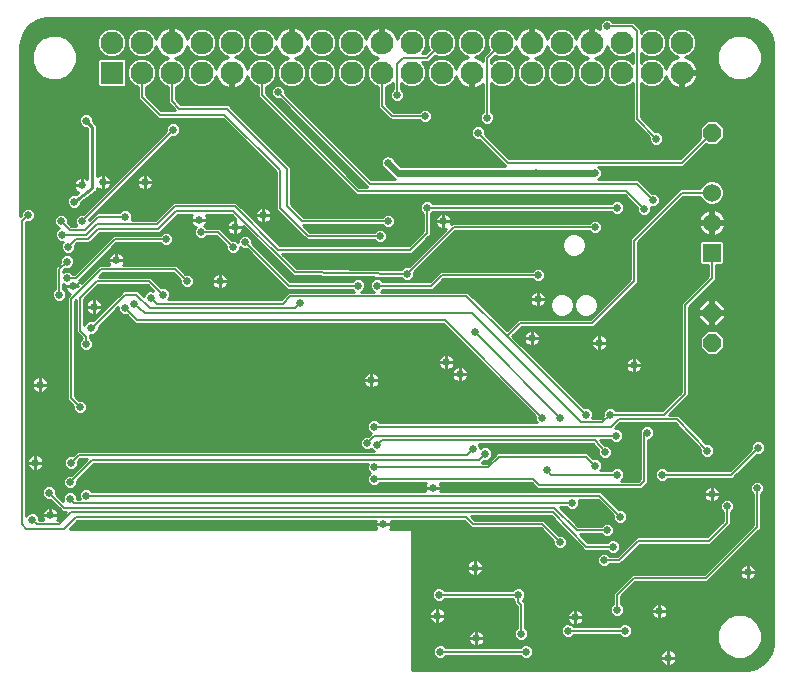
<source format=gbl>
G75*
%MOIN*%
%OFA0B0*%
%FSLAX25Y25*%
%IPPOS*%
%LPD*%
%AMOC8*
5,1,8,0,0,1.08239X$1,22.5*
%
%ADD10R,0.07600X0.07600*%
%ADD11C,0.07600*%
%ADD12OC8,0.05937*%
%ADD13R,0.06000X0.06000*%
%ADD14C,0.06000*%
%ADD15C,0.01000*%
%ADD16C,0.02600*%
%ADD17C,0.00600*%
%ADD18C,0.02400*%
D10*
X0111500Y0208886D03*
D11*
X0121500Y0208886D03*
X0131500Y0208886D03*
X0141500Y0208886D03*
X0151500Y0208886D03*
X0161500Y0208886D03*
X0171500Y0208886D03*
X0181500Y0208886D03*
X0191500Y0208886D03*
X0201500Y0208886D03*
X0211500Y0208886D03*
X0221500Y0208886D03*
X0231500Y0208886D03*
X0241500Y0208886D03*
X0251500Y0208886D03*
X0261500Y0208886D03*
X0271500Y0208886D03*
X0281500Y0208886D03*
X0291500Y0208886D03*
X0301500Y0208886D03*
X0301500Y0218886D03*
X0291500Y0218886D03*
X0281500Y0218886D03*
X0271500Y0218886D03*
X0261500Y0218886D03*
X0251500Y0218886D03*
X0241500Y0218886D03*
X0231500Y0218886D03*
X0221500Y0218886D03*
X0211500Y0218886D03*
X0201500Y0218886D03*
X0191500Y0218886D03*
X0181500Y0218886D03*
X0171500Y0218886D03*
X0161500Y0218886D03*
X0151500Y0218886D03*
X0141500Y0218886D03*
X0131500Y0218886D03*
X0121500Y0218886D03*
X0111500Y0218886D03*
D12*
X0311500Y0188886D03*
X0311500Y0128886D03*
X0311500Y0118886D03*
D13*
X0311500Y0148886D03*
D14*
X0311500Y0158886D03*
X0311500Y0168886D03*
D15*
X0314362Y0165950D02*
X0331953Y0165950D01*
X0331953Y0164952D02*
X0312715Y0164952D01*
X0312316Y0164786D02*
X0313822Y0165411D01*
X0314976Y0166564D01*
X0315600Y0168071D01*
X0315600Y0169702D01*
X0314976Y0171209D01*
X0313822Y0172362D01*
X0312316Y0172986D01*
X0310684Y0172986D01*
X0309178Y0172362D01*
X0308024Y0171209D01*
X0307642Y0170286D01*
X0300920Y0170286D01*
X0284920Y0154286D01*
X0284100Y0153466D01*
X0284100Y0139966D01*
X0270920Y0126786D01*
X0246938Y0126786D01*
X0243086Y0122934D01*
X0230487Y0135379D01*
X0230080Y0135786D01*
X0230075Y0135786D01*
X0230071Y0135790D01*
X0229495Y0135786D01*
X0201202Y0135786D01*
X0201359Y0135852D01*
X0201994Y0136486D01*
X0218580Y0136486D01*
X0222080Y0139986D01*
X0251506Y0139986D01*
X0252141Y0139352D01*
X0253023Y0138986D01*
X0253977Y0138986D01*
X0254859Y0139352D01*
X0255535Y0140027D01*
X0255900Y0140909D01*
X0255900Y0141864D01*
X0255535Y0142746D01*
X0254859Y0143421D01*
X0253977Y0143786D01*
X0253023Y0143786D01*
X0252141Y0143421D01*
X0251506Y0142786D01*
X0220920Y0142786D01*
X0217420Y0139286D01*
X0201994Y0139286D01*
X0201359Y0139921D01*
X0200477Y0140286D01*
X0199523Y0140286D01*
X0198641Y0139921D01*
X0197965Y0139246D01*
X0197600Y0138364D01*
X0197600Y0137409D01*
X0197965Y0136527D01*
X0198641Y0135852D01*
X0198798Y0135786D01*
X0194702Y0135786D01*
X0194859Y0135852D01*
X0195535Y0136527D01*
X0195900Y0137409D01*
X0195900Y0138364D01*
X0195535Y0139246D01*
X0194859Y0139921D01*
X0193977Y0140286D01*
X0193023Y0140286D01*
X0192141Y0139921D01*
X0191506Y0139286D01*
X0171080Y0139286D01*
X0158400Y0151966D01*
X0158400Y0152864D01*
X0158035Y0153746D01*
X0157359Y0154421D01*
X0156477Y0154786D01*
X0155523Y0154786D01*
X0154641Y0154421D01*
X0153965Y0153746D01*
X0153600Y0152864D01*
X0153600Y0152380D01*
X0153259Y0152721D01*
X0152377Y0153086D01*
X0151480Y0153086D01*
X0147480Y0157086D01*
X0143294Y0157086D01*
X0142659Y0157721D01*
X0142401Y0157828D01*
X0142675Y0158101D01*
X0142981Y0158560D01*
X0143192Y0159070D01*
X0143300Y0159611D01*
X0143300Y0159886D01*
X0140500Y0159886D01*
X0140500Y0159886D01*
X0137700Y0159886D01*
X0137700Y0159611D01*
X0137808Y0159070D01*
X0138019Y0158560D01*
X0138325Y0158101D01*
X0138715Y0157711D01*
X0139174Y0157405D01*
X0139493Y0157273D01*
X0139265Y0157046D01*
X0138900Y0156164D01*
X0138900Y0155209D01*
X0139265Y0154327D01*
X0139941Y0153652D01*
X0140823Y0153286D01*
X0141777Y0153286D01*
X0142659Y0153652D01*
X0143294Y0154286D01*
X0146320Y0154286D01*
X0149500Y0151106D01*
X0149500Y0150209D01*
X0149865Y0149327D01*
X0150541Y0148652D01*
X0151423Y0148286D01*
X0152377Y0148286D01*
X0153259Y0148652D01*
X0153935Y0149327D01*
X0154300Y0150209D01*
X0154300Y0150692D01*
X0154641Y0150352D01*
X0155523Y0149986D01*
X0156420Y0149986D01*
X0169920Y0136486D01*
X0191506Y0136486D01*
X0192141Y0135852D01*
X0192298Y0135786D01*
X0170420Y0135786D01*
X0169600Y0134966D01*
X0167920Y0133286D01*
X0130294Y0133286D01*
X0130535Y0133527D01*
X0130900Y0134409D01*
X0130900Y0135364D01*
X0130535Y0136246D01*
X0129859Y0136921D01*
X0128977Y0137286D01*
X0128080Y0137286D01*
X0124580Y0140786D01*
X0107380Y0140786D01*
X0108580Y0141986D01*
X0131920Y0141986D01*
X0134100Y0139806D01*
X0134100Y0138909D01*
X0134465Y0138027D01*
X0135141Y0137352D01*
X0136023Y0136986D01*
X0136977Y0136986D01*
X0137859Y0137352D01*
X0138535Y0138027D01*
X0138900Y0138909D01*
X0138900Y0139864D01*
X0138535Y0140746D01*
X0137859Y0141421D01*
X0136977Y0141786D01*
X0136080Y0141786D01*
X0133900Y0143966D01*
X0133900Y0143966D01*
X0133080Y0144786D01*
X0115298Y0144786D01*
X0115481Y0145060D01*
X0115692Y0145570D01*
X0115800Y0146111D01*
X0115800Y0146386D01*
X0113000Y0146386D01*
X0110200Y0146386D01*
X0110200Y0146111D01*
X0110308Y0145570D01*
X0110519Y0145060D01*
X0110702Y0144786D01*
X0107420Y0144786D01*
X0106600Y0143966D01*
X0101318Y0138684D01*
X0101181Y0139013D01*
X0100875Y0139471D01*
X0100720Y0139626D01*
X0100900Y0139806D01*
X0113080Y0151986D01*
X0127506Y0151986D01*
X0128141Y0151352D01*
X0129023Y0150986D01*
X0129977Y0150986D01*
X0130859Y0151352D01*
X0131535Y0152027D01*
X0131900Y0152909D01*
X0131900Y0153864D01*
X0131535Y0154746D01*
X0130859Y0155421D01*
X0129977Y0155786D01*
X0129023Y0155786D01*
X0128141Y0155421D01*
X0127506Y0154786D01*
X0111920Y0154786D01*
X0098920Y0141786D01*
X0098494Y0141786D01*
X0097859Y0142421D01*
X0096977Y0142786D01*
X0096023Y0142786D01*
X0095400Y0142528D01*
X0095400Y0142806D01*
X0096080Y0143486D01*
X0096977Y0143486D01*
X0097859Y0143852D01*
X0098535Y0144527D01*
X0098900Y0145409D01*
X0098900Y0146364D01*
X0098535Y0147246D01*
X0097859Y0147921D01*
X0096977Y0148286D01*
X0096023Y0148286D01*
X0095141Y0147921D01*
X0094465Y0147246D01*
X0094100Y0146364D01*
X0094100Y0145466D01*
X0093420Y0144786D01*
X0092600Y0143966D01*
X0092600Y0136880D01*
X0091965Y0136246D01*
X0091600Y0135364D01*
X0091600Y0134409D01*
X0091965Y0133527D01*
X0092641Y0132852D01*
X0093523Y0132486D01*
X0094477Y0132486D01*
X0095359Y0132852D01*
X0096035Y0133527D01*
X0096400Y0134409D01*
X0096400Y0135364D01*
X0096035Y0136246D01*
X0095400Y0136880D01*
X0095400Y0138244D01*
X0095914Y0138031D01*
X0095900Y0137962D01*
X0095900Y0137686D01*
X0095900Y0137411D01*
X0096008Y0136870D01*
X0096219Y0136360D01*
X0096525Y0135901D01*
X0096915Y0135511D01*
X0097374Y0135205D01*
X0097703Y0135069D01*
X0096600Y0133966D01*
X0096600Y0099806D01*
X0098600Y0097806D01*
X0098600Y0096909D01*
X0098965Y0096027D01*
X0099641Y0095352D01*
X0100523Y0094986D01*
X0101477Y0094986D01*
X0102359Y0095352D01*
X0103035Y0096027D01*
X0103400Y0096909D01*
X0103400Y0097864D01*
X0103035Y0098746D01*
X0102359Y0099421D01*
X0101477Y0099786D01*
X0100580Y0099786D01*
X0099400Y0100966D01*
X0099400Y0132806D01*
X0099600Y0133006D01*
X0099600Y0122306D01*
X0100420Y0121486D01*
X0101563Y0120343D01*
X0100965Y0119746D01*
X0100600Y0118864D01*
X0100600Y0117909D01*
X0100965Y0117027D01*
X0101641Y0116352D01*
X0102523Y0115986D01*
X0103477Y0115986D01*
X0104359Y0116352D01*
X0105035Y0117027D01*
X0105400Y0117909D01*
X0105400Y0118864D01*
X0105035Y0119746D01*
X0104400Y0120380D01*
X0104400Y0121466D01*
X0104380Y0121486D01*
X0105177Y0121486D01*
X0106059Y0121852D01*
X0106735Y0122527D01*
X0107100Y0123409D01*
X0107100Y0124106D01*
X0113600Y0130606D01*
X0113600Y0129909D01*
X0113965Y0129027D01*
X0114641Y0128352D01*
X0115523Y0127986D01*
X0116420Y0127986D01*
X0118600Y0125806D01*
X0119420Y0124986D01*
X0221920Y0124986D01*
X0252600Y0094306D01*
X0252600Y0093409D01*
X0252965Y0092527D01*
X0253206Y0092286D01*
X0200994Y0092286D01*
X0200359Y0092921D01*
X0199477Y0093286D01*
X0198523Y0093286D01*
X0197641Y0092921D01*
X0196965Y0092246D01*
X0196600Y0091364D01*
X0196600Y0090409D01*
X0196965Y0089527D01*
X0197641Y0088852D01*
X0197884Y0088751D01*
X0196920Y0087786D01*
X0196023Y0087786D01*
X0195141Y0087421D01*
X0194465Y0086746D01*
X0194100Y0085864D01*
X0194100Y0084909D01*
X0194465Y0084027D01*
X0195141Y0083352D01*
X0196023Y0082986D01*
X0196977Y0082986D01*
X0197859Y0083352D01*
X0198000Y0083492D01*
X0198641Y0082852D01*
X0198798Y0082786D01*
X0099920Y0082786D01*
X0099100Y0081966D01*
X0098420Y0081286D01*
X0097523Y0081286D01*
X0096641Y0080921D01*
X0095965Y0080246D01*
X0095600Y0079364D01*
X0095600Y0078409D01*
X0095965Y0077527D01*
X0096641Y0076852D01*
X0097523Y0076486D01*
X0098477Y0076486D01*
X0099359Y0076852D01*
X0100035Y0077527D01*
X0100400Y0078409D01*
X0100400Y0079306D01*
X0101080Y0079986D01*
X0103120Y0079986D01*
X0097920Y0074786D01*
X0097023Y0074786D01*
X0096141Y0074421D01*
X0095465Y0073746D01*
X0095100Y0072864D01*
X0095100Y0071909D01*
X0095465Y0071027D01*
X0096141Y0070352D01*
X0097023Y0069986D01*
X0097977Y0069986D01*
X0098859Y0070352D01*
X0099535Y0071027D01*
X0099900Y0071909D01*
X0099900Y0072806D01*
X0105580Y0078486D01*
X0196858Y0078486D01*
X0196600Y0077864D01*
X0196600Y0076909D01*
X0196965Y0076027D01*
X0197606Y0075386D01*
X0196965Y0074746D01*
X0196600Y0073864D01*
X0196600Y0072909D01*
X0196965Y0072027D01*
X0197641Y0071352D01*
X0198523Y0070986D01*
X0199477Y0070986D01*
X0200359Y0071352D01*
X0200994Y0071986D01*
X0216202Y0071986D01*
X0216019Y0071713D01*
X0215808Y0071203D01*
X0215700Y0070662D01*
X0215700Y0070386D01*
X0215700Y0070111D01*
X0215808Y0069570D01*
X0215925Y0069286D01*
X0104994Y0069286D01*
X0104359Y0069921D01*
X0103477Y0070286D01*
X0102523Y0070286D01*
X0101641Y0069921D01*
X0100965Y0069246D01*
X0100600Y0068364D01*
X0100600Y0067409D01*
X0100858Y0066786D01*
X0099900Y0066786D01*
X0099900Y0067364D01*
X0099535Y0068246D01*
X0098859Y0068921D01*
X0097977Y0069286D01*
X0097023Y0069286D01*
X0096141Y0068921D01*
X0095465Y0068246D01*
X0095100Y0067364D01*
X0095100Y0066409D01*
X0095201Y0066165D01*
X0092900Y0068466D01*
X0092900Y0069364D01*
X0092535Y0070246D01*
X0091859Y0070921D01*
X0090977Y0071286D01*
X0090023Y0071286D01*
X0089141Y0070921D01*
X0088465Y0070246D01*
X0088100Y0069364D01*
X0088100Y0068409D01*
X0088465Y0067527D01*
X0089141Y0066852D01*
X0090023Y0066486D01*
X0090920Y0066486D01*
X0094100Y0063306D01*
X0094920Y0062486D01*
X0096120Y0062486D01*
X0093420Y0059786D01*
X0093298Y0059786D01*
X0093481Y0060060D01*
X0093692Y0060570D01*
X0093800Y0061111D01*
X0093800Y0061386D01*
X0091000Y0061386D01*
X0088200Y0061386D01*
X0088200Y0061111D01*
X0088308Y0060570D01*
X0088519Y0060060D01*
X0088702Y0059786D01*
X0087400Y0059786D01*
X0087400Y0060364D01*
X0087035Y0061246D01*
X0086359Y0061921D01*
X0085477Y0062286D01*
X0084523Y0062286D01*
X0083641Y0061921D01*
X0082965Y0061246D01*
X0082900Y0061088D01*
X0082900Y0158806D01*
X0083080Y0158986D01*
X0083977Y0158986D01*
X0084859Y0159352D01*
X0085535Y0160027D01*
X0085900Y0160909D01*
X0085900Y0161864D01*
X0085535Y0162746D01*
X0084859Y0163421D01*
X0083977Y0163786D01*
X0083023Y0163786D01*
X0082141Y0163421D01*
X0081465Y0162746D01*
X0081100Y0161864D01*
X0081100Y0160966D01*
X0081047Y0160913D01*
X0081047Y0217823D01*
X0081127Y0219039D01*
X0081756Y0221387D01*
X0082971Y0223492D01*
X0084690Y0225210D01*
X0086795Y0226426D01*
X0089143Y0227055D01*
X0090358Y0227134D01*
X0322642Y0227134D01*
X0323857Y0227055D01*
X0326205Y0226426D01*
X0328310Y0225210D01*
X0330029Y0223492D01*
X0331244Y0221387D01*
X0331873Y0219039D01*
X0331953Y0217823D01*
X0331953Y0019004D01*
X0331873Y0017789D01*
X0331244Y0015441D01*
X0330029Y0013336D01*
X0328310Y0011617D01*
X0326205Y0010402D01*
X0323857Y0009773D01*
X0322642Y0009693D01*
X0211500Y0009693D01*
X0211500Y0056886D01*
X0204365Y0056886D01*
X0204481Y0057060D01*
X0204692Y0057570D01*
X0204800Y0058111D01*
X0230295Y0058111D01*
X0229297Y0059110D02*
X0204711Y0059110D01*
X0204692Y0059203D02*
X0204575Y0059486D01*
X0228920Y0059486D01*
X0231420Y0056986D01*
X0254420Y0056986D01*
X0258600Y0052806D01*
X0258600Y0051909D01*
X0258965Y0051027D01*
X0259641Y0050352D01*
X0260523Y0049986D01*
X0261477Y0049986D01*
X0262359Y0050352D01*
X0263035Y0051027D01*
X0263400Y0051909D01*
X0263400Y0052864D01*
X0263035Y0053746D01*
X0262359Y0054421D01*
X0261477Y0054786D01*
X0260580Y0054786D01*
X0256400Y0058966D01*
X0255580Y0059786D01*
X0232580Y0059786D01*
X0231380Y0060986D01*
X0257902Y0060986D01*
X0268100Y0050325D01*
X0268100Y0050306D01*
X0268499Y0049907D01*
X0268889Y0049500D01*
X0268907Y0049499D01*
X0268920Y0049486D01*
X0269484Y0049486D01*
X0270049Y0049474D01*
X0270062Y0049486D01*
X0276506Y0049486D01*
X0277141Y0048852D01*
X0278023Y0048486D01*
X0278977Y0048486D01*
X0279859Y0048852D01*
X0280535Y0049527D01*
X0280900Y0050409D01*
X0280900Y0051364D01*
X0280535Y0052246D01*
X0279859Y0052921D01*
X0278977Y0053286D01*
X0278023Y0053286D01*
X0277141Y0052921D01*
X0276506Y0052286D01*
X0270098Y0052286D01*
X0267516Y0054986D01*
X0274506Y0054986D01*
X0275141Y0054352D01*
X0276023Y0053986D01*
X0276977Y0053986D01*
X0277859Y0054352D01*
X0278535Y0055027D01*
X0278900Y0055909D01*
X0278900Y0056864D01*
X0278535Y0057746D01*
X0277859Y0058421D01*
X0276977Y0058786D01*
X0276023Y0058786D01*
X0275141Y0058421D01*
X0274506Y0057786D01*
X0267080Y0057786D01*
X0260880Y0063986D01*
X0263006Y0063986D01*
X0263641Y0063352D01*
X0264523Y0062986D01*
X0265477Y0062986D01*
X0266359Y0063352D01*
X0267035Y0064027D01*
X0267400Y0064909D01*
X0267400Y0065864D01*
X0267142Y0066486D01*
X0273420Y0066486D01*
X0278600Y0061306D01*
X0278600Y0060409D01*
X0278965Y0059527D01*
X0279641Y0058852D01*
X0280523Y0058486D01*
X0281477Y0058486D01*
X0282359Y0058852D01*
X0283035Y0059527D01*
X0283400Y0060409D01*
X0283400Y0061364D01*
X0283035Y0062246D01*
X0282359Y0062921D01*
X0281477Y0063286D01*
X0280580Y0063286D01*
X0274580Y0069286D01*
X0221075Y0069286D01*
X0221192Y0069570D01*
X0221300Y0070111D01*
X0221300Y0070386D01*
X0218500Y0070386D01*
X0218500Y0070386D01*
X0215700Y0070386D01*
X0218500Y0070386D01*
X0218500Y0070386D01*
X0221300Y0070386D01*
X0221300Y0070662D01*
X0221192Y0071203D01*
X0220981Y0071713D01*
X0220798Y0071986D01*
X0251420Y0071986D01*
X0252600Y0070806D01*
X0253420Y0069986D01*
X0288080Y0069986D01*
X0289580Y0071486D01*
X0290400Y0072306D01*
X0290400Y0086486D01*
X0290477Y0086486D01*
X0291359Y0086852D01*
X0292035Y0087527D01*
X0292400Y0088409D01*
X0292400Y0089364D01*
X0292035Y0090246D01*
X0291359Y0090921D01*
X0290477Y0091286D01*
X0289523Y0091286D01*
X0288641Y0090921D01*
X0287965Y0090246D01*
X0287600Y0089364D01*
X0287600Y0088614D01*
X0287488Y0088279D01*
X0287600Y0088056D01*
X0287600Y0073466D01*
X0286920Y0072786D01*
X0281202Y0072786D01*
X0281359Y0072852D01*
X0282035Y0073527D01*
X0282400Y0074409D01*
X0282400Y0075364D01*
X0282035Y0076246D01*
X0281359Y0076921D01*
X0280477Y0077286D01*
X0279523Y0077286D01*
X0278641Y0076921D01*
X0278006Y0076286D01*
X0274294Y0076286D01*
X0274535Y0076527D01*
X0274900Y0077409D01*
X0274900Y0078364D01*
X0274535Y0079246D01*
X0273859Y0079921D01*
X0272977Y0080286D01*
X0272080Y0080286D01*
X0270080Y0082286D01*
X0239920Y0082286D01*
X0239100Y0081466D01*
X0236420Y0078786D01*
X0234880Y0078786D01*
X0235400Y0079306D01*
X0235580Y0079486D01*
X0236477Y0079486D01*
X0237359Y0079852D01*
X0238035Y0080527D01*
X0238400Y0081409D01*
X0238400Y0082364D01*
X0238035Y0083246D01*
X0237359Y0083921D01*
X0236477Y0084286D01*
X0235523Y0084286D01*
X0234641Y0083921D01*
X0234400Y0083680D01*
X0234400Y0083864D01*
X0234035Y0084746D01*
X0233794Y0084986D01*
X0271865Y0084986D01*
X0273639Y0082958D01*
X0273600Y0082864D01*
X0273600Y0081909D01*
X0273965Y0081027D01*
X0274641Y0080352D01*
X0275523Y0079986D01*
X0276477Y0079986D01*
X0277359Y0080352D01*
X0278035Y0081027D01*
X0278400Y0081909D01*
X0278400Y0082864D01*
X0278035Y0083746D01*
X0277359Y0084421D01*
X0276477Y0084786D01*
X0275760Y0084786D01*
X0274273Y0086486D01*
X0277506Y0086486D01*
X0278141Y0085852D01*
X0279023Y0085486D01*
X0279977Y0085486D01*
X0280859Y0085852D01*
X0281535Y0086527D01*
X0281900Y0087409D01*
X0281900Y0088364D01*
X0281535Y0089246D01*
X0280859Y0089921D01*
X0279977Y0090286D01*
X0279380Y0090286D01*
X0281080Y0091986D01*
X0299400Y0091986D01*
X0307604Y0083373D01*
X0307600Y0083364D01*
X0307600Y0082409D01*
X0307965Y0081527D01*
X0308641Y0080852D01*
X0309523Y0080486D01*
X0310477Y0080486D01*
X0311359Y0080852D01*
X0312035Y0081527D01*
X0312400Y0082409D01*
X0312400Y0083364D01*
X0312035Y0084246D01*
X0311359Y0084921D01*
X0310477Y0085286D01*
X0309648Y0085286D01*
X0301400Y0093946D01*
X0301400Y0093966D01*
X0301002Y0094364D01*
X0300614Y0094772D01*
X0300594Y0094772D01*
X0300580Y0094786D01*
X0300017Y0094786D01*
X0299454Y0094800D01*
X0299440Y0094786D01*
X0297380Y0094786D01*
X0303900Y0101306D01*
X0303900Y0130806D01*
X0312900Y0139806D01*
X0312900Y0144786D01*
X0314956Y0144786D01*
X0315600Y0145431D01*
X0315600Y0152342D01*
X0314956Y0152986D01*
X0308044Y0152986D01*
X0307400Y0152342D01*
X0307400Y0145431D01*
X0308044Y0144786D01*
X0310100Y0144786D01*
X0310100Y0140966D01*
X0301920Y0132786D01*
X0301100Y0131966D01*
X0301100Y0102466D01*
X0294920Y0096286D01*
X0279494Y0096286D01*
X0278859Y0096921D01*
X0277977Y0097286D01*
X0277023Y0097286D01*
X0276141Y0096921D01*
X0275465Y0096246D01*
X0275100Y0095364D01*
X0275100Y0094466D01*
X0274420Y0093786D01*
X0271642Y0093786D01*
X0271900Y0094409D01*
X0271900Y0095364D01*
X0271535Y0096246D01*
X0270859Y0096921D01*
X0269977Y0097286D01*
X0269062Y0097286D01*
X0245078Y0120966D01*
X0248098Y0123986D01*
X0272080Y0123986D01*
X0272900Y0124806D01*
X0286900Y0138806D01*
X0286900Y0152306D01*
X0302080Y0167486D01*
X0307642Y0167486D01*
X0308024Y0166564D01*
X0309178Y0165411D01*
X0310684Y0164786D01*
X0312316Y0164786D01*
X0312000Y0163363D02*
X0312554Y0163276D01*
X0313227Y0163057D01*
X0313859Y0162735D01*
X0314432Y0162319D01*
X0314932Y0161818D01*
X0315349Y0161245D01*
X0315670Y0160614D01*
X0315889Y0159940D01*
X0315977Y0159386D01*
X0312000Y0159386D01*
X0312000Y0158386D01*
X0312000Y0154409D01*
X0312554Y0154497D01*
X0313227Y0154716D01*
X0313859Y0155038D01*
X0314432Y0155454D01*
X0314932Y0155955D01*
X0315349Y0156528D01*
X0315670Y0157159D01*
X0315889Y0157833D01*
X0315977Y0158386D01*
X0312000Y0158386D01*
X0311000Y0158386D01*
X0311000Y0154409D01*
X0310446Y0154497D01*
X0309773Y0154716D01*
X0309141Y0155038D01*
X0308568Y0155454D01*
X0308068Y0155955D01*
X0307651Y0156528D01*
X0307330Y0157159D01*
X0307111Y0157833D01*
X0307023Y0158386D01*
X0311000Y0158386D01*
X0311000Y0159386D01*
X0307023Y0159386D01*
X0307111Y0159940D01*
X0307330Y0160614D01*
X0307651Y0161245D01*
X0308068Y0161818D01*
X0308568Y0162319D01*
X0309141Y0162735D01*
X0309773Y0163057D01*
X0310446Y0163276D01*
X0311000Y0163363D01*
X0311000Y0159386D01*
X0312000Y0159386D01*
X0312000Y0163363D01*
X0312000Y0162955D02*
X0311000Y0162955D01*
X0311000Y0161956D02*
X0312000Y0161956D01*
X0312000Y0160958D02*
X0311000Y0160958D01*
X0311000Y0159959D02*
X0312000Y0159959D01*
X0312000Y0158961D02*
X0331953Y0158961D01*
X0331953Y0159959D02*
X0315883Y0159959D01*
X0315495Y0160958D02*
X0331953Y0160958D01*
X0331953Y0161956D02*
X0314794Y0161956D01*
X0313427Y0162955D02*
X0331953Y0162955D01*
X0331953Y0163953D02*
X0298547Y0163953D01*
X0297548Y0162955D02*
X0309573Y0162955D01*
X0308206Y0161956D02*
X0296550Y0161956D01*
X0295551Y0160958D02*
X0307505Y0160958D01*
X0307117Y0159959D02*
X0294553Y0159959D01*
X0293554Y0158961D02*
X0311000Y0158961D01*
X0311000Y0157962D02*
X0312000Y0157962D01*
X0312000Y0156964D02*
X0311000Y0156964D01*
X0311000Y0155965D02*
X0312000Y0155965D01*
X0312000Y0154967D02*
X0311000Y0154967D01*
X0309281Y0154967D02*
X0289560Y0154967D01*
X0290559Y0155965D02*
X0308060Y0155965D01*
X0307429Y0156964D02*
X0291557Y0156964D01*
X0292556Y0157962D02*
X0307090Y0157962D01*
X0308028Y0152970D02*
X0287563Y0152970D01*
X0286900Y0151971D02*
X0307400Y0151971D01*
X0307400Y0150973D02*
X0286900Y0150973D01*
X0286900Y0149974D02*
X0307400Y0149974D01*
X0307400Y0148976D02*
X0286900Y0148976D01*
X0286900Y0147977D02*
X0307400Y0147977D01*
X0307400Y0146979D02*
X0286900Y0146979D01*
X0286900Y0145980D02*
X0307400Y0145980D01*
X0307849Y0144982D02*
X0286900Y0144982D01*
X0286900Y0143983D02*
X0310100Y0143983D01*
X0310100Y0142985D02*
X0286900Y0142985D01*
X0286900Y0141986D02*
X0310100Y0141986D01*
X0310100Y0140988D02*
X0286900Y0140988D01*
X0286900Y0139989D02*
X0309123Y0139989D01*
X0308124Y0138991D02*
X0286900Y0138991D01*
X0286086Y0137992D02*
X0307126Y0137992D01*
X0306127Y0136994D02*
X0285087Y0136994D01*
X0284089Y0135995D02*
X0305129Y0135995D01*
X0304130Y0134996D02*
X0283090Y0134996D01*
X0282092Y0133998D02*
X0303132Y0133998D01*
X0302133Y0132999D02*
X0281093Y0132999D01*
X0280095Y0132001D02*
X0301135Y0132001D01*
X0301100Y0131002D02*
X0279096Y0131002D01*
X0278098Y0130004D02*
X0301100Y0130004D01*
X0301100Y0129005D02*
X0277099Y0129005D01*
X0276100Y0128007D02*
X0301100Y0128007D01*
X0301100Y0127008D02*
X0275102Y0127008D01*
X0274103Y0126010D02*
X0301100Y0126010D01*
X0301100Y0125011D02*
X0273105Y0125011D01*
X0272106Y0124013D02*
X0301100Y0124013D01*
X0301100Y0123014D02*
X0252472Y0123014D01*
X0252317Y0123079D02*
X0251776Y0123186D01*
X0251500Y0123186D01*
X0251224Y0123186D01*
X0250683Y0123079D01*
X0250174Y0122868D01*
X0249715Y0122561D01*
X0249325Y0122171D01*
X0249019Y0121713D01*
X0248808Y0121203D01*
X0248700Y0120662D01*
X0248700Y0120386D01*
X0248700Y0120111D01*
X0248808Y0119570D01*
X0249019Y0119060D01*
X0249325Y0118601D01*
X0249715Y0118211D01*
X0250174Y0117905D01*
X0250683Y0117694D01*
X0251224Y0117586D01*
X0251500Y0117586D01*
X0251776Y0117586D01*
X0252317Y0117694D01*
X0252826Y0117905D01*
X0253285Y0118211D01*
X0253675Y0118601D01*
X0253981Y0119060D01*
X0254192Y0119570D01*
X0254300Y0120111D01*
X0254300Y0120386D01*
X0251500Y0120386D01*
X0251500Y0117586D01*
X0251500Y0120386D01*
X0251500Y0120386D01*
X0251500Y0120386D01*
X0248700Y0120386D01*
X0251500Y0120386D01*
X0251500Y0120386D01*
X0254300Y0120386D01*
X0254300Y0120662D01*
X0254192Y0121203D01*
X0253981Y0121713D01*
X0253675Y0122171D01*
X0253285Y0122561D01*
X0252826Y0122868D01*
X0252317Y0123079D01*
X0251500Y0123014D02*
X0251500Y0123014D01*
X0251500Y0123186D02*
X0251500Y0120386D01*
X0251500Y0120386D01*
X0251500Y0123186D01*
X0250528Y0123014D02*
X0247126Y0123014D01*
X0246127Y0122016D02*
X0249221Y0122016D01*
X0248771Y0121017D02*
X0245129Y0121017D01*
X0246038Y0120019D02*
X0248718Y0120019D01*
X0249045Y0119020D02*
X0247049Y0119020D01*
X0248061Y0118022D02*
X0249999Y0118022D01*
X0249072Y0117023D02*
X0271903Y0117023D01*
X0271825Y0117101D02*
X0272215Y0116711D01*
X0272674Y0116405D01*
X0273183Y0116194D01*
X0273724Y0116086D01*
X0274000Y0116086D01*
X0274276Y0116086D01*
X0274817Y0116194D01*
X0275326Y0116405D01*
X0275785Y0116711D01*
X0276175Y0117101D01*
X0276481Y0117560D01*
X0276692Y0118070D01*
X0276800Y0118611D01*
X0276800Y0118886D01*
X0274000Y0118886D01*
X0274000Y0116086D01*
X0274000Y0118886D01*
X0274000Y0118886D01*
X0274000Y0118886D01*
X0271200Y0118886D01*
X0271200Y0118611D01*
X0271308Y0118070D01*
X0271519Y0117560D01*
X0271825Y0117101D01*
X0271327Y0118022D02*
X0253001Y0118022D01*
X0253955Y0119020D02*
X0271200Y0119020D01*
X0271200Y0118886D02*
X0274000Y0118886D01*
X0274000Y0118886D01*
X0276800Y0118886D01*
X0276800Y0119162D01*
X0276692Y0119703D01*
X0276481Y0120213D01*
X0276175Y0120671D01*
X0275785Y0121061D01*
X0275326Y0121368D01*
X0274817Y0121579D01*
X0274276Y0121686D01*
X0274000Y0121686D01*
X0273724Y0121686D01*
X0273183Y0121579D01*
X0272674Y0121368D01*
X0272215Y0121061D01*
X0271825Y0120671D01*
X0271519Y0120213D01*
X0271308Y0119703D01*
X0271200Y0119162D01*
X0271200Y0118886D01*
X0271438Y0120019D02*
X0254282Y0120019D01*
X0254229Y0121017D02*
X0272171Y0121017D01*
X0274000Y0121017D02*
X0274000Y0121017D01*
X0274000Y0121686D02*
X0274000Y0118886D01*
X0274000Y0118886D01*
X0274000Y0121686D01*
X0274000Y0120019D02*
X0274000Y0120019D01*
X0274000Y0119020D02*
X0274000Y0119020D01*
X0274000Y0118022D02*
X0274000Y0118022D01*
X0274000Y0117023D02*
X0274000Y0117023D01*
X0276097Y0117023D02*
X0301100Y0117023D01*
X0301100Y0116025D02*
X0250083Y0116025D01*
X0251094Y0115026D02*
X0301100Y0115026D01*
X0301100Y0114028D02*
X0286440Y0114028D01*
X0286317Y0114079D02*
X0285776Y0114186D01*
X0285500Y0114186D01*
X0285224Y0114186D01*
X0284683Y0114079D01*
X0284174Y0113868D01*
X0283715Y0113561D01*
X0283325Y0113171D01*
X0283019Y0112713D01*
X0282808Y0112203D01*
X0282700Y0111662D01*
X0282700Y0111386D01*
X0282700Y0111111D01*
X0282808Y0110570D01*
X0283019Y0110060D01*
X0283325Y0109601D01*
X0283715Y0109211D01*
X0284174Y0108905D01*
X0284683Y0108694D01*
X0285224Y0108586D01*
X0285500Y0108586D01*
X0285776Y0108586D01*
X0286317Y0108694D01*
X0286826Y0108905D01*
X0287285Y0109211D01*
X0287675Y0109601D01*
X0287981Y0110060D01*
X0288192Y0110570D01*
X0288300Y0111111D01*
X0288300Y0111386D01*
X0285500Y0111386D01*
X0285500Y0108586D01*
X0285500Y0111386D01*
X0285500Y0111386D01*
X0285500Y0111386D01*
X0282700Y0111386D01*
X0285500Y0111386D01*
X0285500Y0111386D01*
X0288300Y0111386D01*
X0288300Y0111662D01*
X0288192Y0112203D01*
X0287981Y0112713D01*
X0287675Y0113171D01*
X0287285Y0113561D01*
X0286826Y0113868D01*
X0286317Y0114079D01*
X0285500Y0114028D02*
X0285500Y0114028D01*
X0285500Y0114186D02*
X0285500Y0111386D01*
X0285500Y0111386D01*
X0285500Y0114186D01*
X0284560Y0114028D02*
X0252106Y0114028D01*
X0253117Y0113029D02*
X0283230Y0113029D01*
X0282773Y0112031D02*
X0254128Y0112031D01*
X0255140Y0111032D02*
X0282716Y0111032D01*
X0283036Y0110034D02*
X0256151Y0110034D01*
X0257162Y0109035D02*
X0283979Y0109035D01*
X0285500Y0109035D02*
X0285500Y0109035D01*
X0285500Y0110034D02*
X0285500Y0110034D01*
X0285500Y0111032D02*
X0285500Y0111032D01*
X0285500Y0112031D02*
X0285500Y0112031D01*
X0285500Y0113029D02*
X0285500Y0113029D01*
X0287770Y0113029D02*
X0301100Y0113029D01*
X0301100Y0112031D02*
X0288227Y0112031D01*
X0288284Y0111032D02*
X0301100Y0111032D01*
X0301100Y0110034D02*
X0287964Y0110034D01*
X0287021Y0109035D02*
X0301100Y0109035D01*
X0301100Y0108037D02*
X0258174Y0108037D01*
X0259185Y0107038D02*
X0301100Y0107038D01*
X0301100Y0106040D02*
X0260196Y0106040D01*
X0261208Y0105041D02*
X0301100Y0105041D01*
X0301100Y0104043D02*
X0262219Y0104043D01*
X0263230Y0103044D02*
X0301100Y0103044D01*
X0300679Y0102046D02*
X0264242Y0102046D01*
X0265253Y0101047D02*
X0299681Y0101047D01*
X0298682Y0100049D02*
X0266264Y0100049D01*
X0267275Y0099050D02*
X0297684Y0099050D01*
X0296685Y0098052D02*
X0268287Y0098052D01*
X0270541Y0097053D02*
X0276459Y0097053D01*
X0275386Y0096055D02*
X0271614Y0096055D01*
X0271900Y0095056D02*
X0275100Y0095056D01*
X0274691Y0094058D02*
X0271754Y0094058D01*
X0278541Y0097053D02*
X0295687Y0097053D01*
X0297650Y0095056D02*
X0331953Y0095056D01*
X0331953Y0094058D02*
X0301309Y0094058D01*
X0302245Y0093059D02*
X0331953Y0093059D01*
X0331953Y0092061D02*
X0303196Y0092061D01*
X0304147Y0091062D02*
X0331953Y0091062D01*
X0331953Y0090063D02*
X0305098Y0090063D01*
X0306049Y0089065D02*
X0331953Y0089065D01*
X0331953Y0088066D02*
X0307000Y0088066D01*
X0307951Y0087068D02*
X0331953Y0087068D01*
X0331953Y0086069D02*
X0328001Y0086069D01*
X0328359Y0085921D02*
X0327477Y0086286D01*
X0326523Y0086286D01*
X0325641Y0085921D01*
X0324965Y0085246D01*
X0324600Y0084364D01*
X0324600Y0083466D01*
X0317420Y0076286D01*
X0296994Y0076286D01*
X0296359Y0076921D01*
X0295477Y0077286D01*
X0294523Y0077286D01*
X0293641Y0076921D01*
X0292965Y0076246D01*
X0292600Y0075364D01*
X0292600Y0074409D01*
X0292965Y0073527D01*
X0293641Y0072852D01*
X0294523Y0072486D01*
X0295477Y0072486D01*
X0296359Y0072852D01*
X0296994Y0073486D01*
X0318580Y0073486D01*
X0319400Y0074306D01*
X0326580Y0081486D01*
X0327477Y0081486D01*
X0328359Y0081852D01*
X0329035Y0082527D01*
X0329400Y0083409D01*
X0329400Y0084364D01*
X0329035Y0085246D01*
X0328359Y0085921D01*
X0329107Y0085071D02*
X0331953Y0085071D01*
X0331953Y0084072D02*
X0329400Y0084072D01*
X0329261Y0083074D02*
X0331953Y0083074D01*
X0331953Y0082075D02*
X0328583Y0082075D01*
X0326170Y0081077D02*
X0331953Y0081077D01*
X0331953Y0080078D02*
X0325172Y0080078D01*
X0324173Y0079080D02*
X0331953Y0079080D01*
X0331953Y0078081D02*
X0323175Y0078081D01*
X0322176Y0077083D02*
X0331953Y0077083D01*
X0331953Y0076084D02*
X0321178Y0076084D01*
X0320179Y0075086D02*
X0331953Y0075086D01*
X0331953Y0074087D02*
X0319181Y0074087D01*
X0318217Y0077083D02*
X0295969Y0077083D01*
X0294031Y0077083D02*
X0290400Y0077083D01*
X0290400Y0078081D02*
X0319215Y0078081D01*
X0320214Y0079080D02*
X0290400Y0079080D01*
X0290400Y0080078D02*
X0321212Y0080078D01*
X0322211Y0081077D02*
X0311585Y0081077D01*
X0312262Y0082075D02*
X0323209Y0082075D01*
X0324208Y0083074D02*
X0312400Y0083074D01*
X0312106Y0084072D02*
X0324600Y0084072D01*
X0324893Y0085071D02*
X0310997Y0085071D01*
X0308902Y0086069D02*
X0325999Y0086069D01*
X0331953Y0096055D02*
X0298648Y0096055D01*
X0299647Y0097053D02*
X0331953Y0097053D01*
X0331953Y0098052D02*
X0300645Y0098052D01*
X0301644Y0099050D02*
X0331953Y0099050D01*
X0331953Y0100049D02*
X0302642Y0100049D01*
X0303641Y0101047D02*
X0331953Y0101047D01*
X0331953Y0102046D02*
X0303900Y0102046D01*
X0303900Y0103044D02*
X0331953Y0103044D01*
X0331953Y0104043D02*
X0303900Y0104043D01*
X0303900Y0105041D02*
X0331953Y0105041D01*
X0331953Y0106040D02*
X0303900Y0106040D01*
X0303900Y0107038D02*
X0331953Y0107038D01*
X0331953Y0108037D02*
X0303900Y0108037D01*
X0303900Y0109035D02*
X0331953Y0109035D01*
X0331953Y0110034D02*
X0303900Y0110034D01*
X0303900Y0111032D02*
X0331953Y0111032D01*
X0331953Y0112031D02*
X0303900Y0112031D01*
X0303900Y0113029D02*
X0331953Y0113029D01*
X0331953Y0114028D02*
X0303900Y0114028D01*
X0303900Y0115026D02*
X0309606Y0115026D01*
X0309815Y0114818D02*
X0313185Y0114818D01*
X0315568Y0117201D01*
X0315568Y0120572D01*
X0313185Y0122955D01*
X0309815Y0122955D01*
X0307431Y0120572D01*
X0307431Y0117201D01*
X0309815Y0114818D01*
X0308608Y0116025D02*
X0303900Y0116025D01*
X0303900Y0117023D02*
X0307609Y0117023D01*
X0307431Y0118022D02*
X0303900Y0118022D01*
X0303900Y0119020D02*
X0307431Y0119020D01*
X0307431Y0120019D02*
X0303900Y0120019D01*
X0303900Y0121017D02*
X0307877Y0121017D01*
X0308876Y0122016D02*
X0303900Y0122016D01*
X0303900Y0123014D02*
X0331953Y0123014D01*
X0331953Y0122016D02*
X0314124Y0122016D01*
X0315123Y0121017D02*
X0331953Y0121017D01*
X0331953Y0120019D02*
X0315568Y0120019D01*
X0315568Y0119020D02*
X0331953Y0119020D01*
X0331953Y0118022D02*
X0315568Y0118022D01*
X0315391Y0117023D02*
X0331953Y0117023D01*
X0331953Y0116025D02*
X0314392Y0116025D01*
X0313394Y0115026D02*
X0331953Y0115026D01*
X0331953Y0124013D02*
X0303900Y0124013D01*
X0303900Y0125011D02*
X0309056Y0125011D01*
X0309649Y0124418D02*
X0307031Y0127035D01*
X0307031Y0128402D01*
X0311016Y0128402D01*
X0311984Y0128402D01*
X0311984Y0124418D01*
X0313351Y0124418D01*
X0315968Y0127035D01*
X0315968Y0128402D01*
X0311984Y0128402D01*
X0311984Y0129371D01*
X0311016Y0129371D01*
X0311016Y0133355D01*
X0309649Y0133355D01*
X0307031Y0130737D01*
X0307031Y0129371D01*
X0311016Y0129371D01*
X0311016Y0128402D01*
X0311016Y0124418D01*
X0309649Y0124418D01*
X0311016Y0125011D02*
X0311984Y0125011D01*
X0311984Y0126010D02*
X0311016Y0126010D01*
X0311016Y0127008D02*
X0311984Y0127008D01*
X0311984Y0128007D02*
X0311016Y0128007D01*
X0311016Y0129005D02*
X0303900Y0129005D01*
X0303900Y0128007D02*
X0307031Y0128007D01*
X0307059Y0127008D02*
X0303900Y0127008D01*
X0303900Y0126010D02*
X0308057Y0126010D01*
X0307031Y0130004D02*
X0303900Y0130004D01*
X0304096Y0131002D02*
X0307297Y0131002D01*
X0308295Y0132001D02*
X0305095Y0132001D01*
X0306093Y0132999D02*
X0309294Y0132999D01*
X0311016Y0132999D02*
X0311984Y0132999D01*
X0311984Y0133355D02*
X0313351Y0133355D01*
X0315968Y0130737D01*
X0315968Y0129371D01*
X0311984Y0129371D01*
X0311984Y0133355D01*
X0311984Y0132001D02*
X0311016Y0132001D01*
X0311016Y0131002D02*
X0311984Y0131002D01*
X0311984Y0130004D02*
X0311016Y0130004D01*
X0311984Y0129005D02*
X0331953Y0129005D01*
X0331953Y0128007D02*
X0315968Y0128007D01*
X0315941Y0127008D02*
X0331953Y0127008D01*
X0331953Y0126010D02*
X0314943Y0126010D01*
X0313944Y0125011D02*
X0331953Y0125011D01*
X0331953Y0130004D02*
X0315968Y0130004D01*
X0315703Y0131002D02*
X0331953Y0131002D01*
X0331953Y0132001D02*
X0314705Y0132001D01*
X0313706Y0132999D02*
X0331953Y0132999D01*
X0331953Y0133998D02*
X0307092Y0133998D01*
X0308090Y0134996D02*
X0331953Y0134996D01*
X0331953Y0135995D02*
X0309089Y0135995D01*
X0310087Y0136994D02*
X0331953Y0136994D01*
X0331953Y0137992D02*
X0311086Y0137992D01*
X0312084Y0138991D02*
X0331953Y0138991D01*
X0331953Y0139989D02*
X0312900Y0139989D01*
X0312900Y0140988D02*
X0331953Y0140988D01*
X0331953Y0141986D02*
X0312900Y0141986D01*
X0312900Y0142985D02*
X0331953Y0142985D01*
X0331953Y0143983D02*
X0312900Y0143983D01*
X0315151Y0144982D02*
X0331953Y0144982D01*
X0331953Y0145980D02*
X0315600Y0145980D01*
X0315600Y0146979D02*
X0331953Y0146979D01*
X0331953Y0147977D02*
X0315600Y0147977D01*
X0315600Y0148976D02*
X0331953Y0148976D01*
X0331953Y0149974D02*
X0315600Y0149974D01*
X0315600Y0150973D02*
X0331953Y0150973D01*
X0331953Y0151971D02*
X0315600Y0151971D01*
X0314972Y0152970D02*
X0331953Y0152970D01*
X0331953Y0153968D02*
X0288562Y0153968D01*
X0286599Y0155965D02*
X0274473Y0155965D01*
X0274535Y0156027D02*
X0274900Y0156909D01*
X0274900Y0157864D01*
X0274535Y0158746D01*
X0273859Y0159421D01*
X0272977Y0159786D01*
X0272023Y0159786D01*
X0271141Y0159421D01*
X0270506Y0158786D01*
X0224920Y0158786D01*
X0224685Y0158551D01*
X0224692Y0158570D01*
X0224800Y0159111D01*
X0224800Y0159386D01*
X0222000Y0159386D01*
X0222000Y0156586D01*
X0222276Y0156586D01*
X0222817Y0156694D01*
X0222835Y0156702D01*
X0210420Y0144286D01*
X0209523Y0144286D01*
X0208641Y0143921D01*
X0208032Y0143313D01*
X0173088Y0143779D01*
X0168380Y0148486D01*
X0211580Y0148486D01*
X0217080Y0153986D01*
X0217900Y0154806D01*
X0217900Y0161892D01*
X0218494Y0162486D01*
X0278006Y0162486D01*
X0278641Y0161852D01*
X0279523Y0161486D01*
X0280477Y0161486D01*
X0281359Y0161852D01*
X0282035Y0162527D01*
X0282400Y0163409D01*
X0282400Y0164364D01*
X0282035Y0165246D01*
X0281359Y0165921D01*
X0280477Y0166286D01*
X0279523Y0166286D01*
X0278641Y0165921D01*
X0278006Y0165286D01*
X0218494Y0165286D01*
X0217859Y0165921D01*
X0216977Y0166286D01*
X0216023Y0166286D01*
X0215141Y0165921D01*
X0214465Y0165246D01*
X0214100Y0164364D01*
X0214100Y0163409D01*
X0214465Y0162527D01*
X0215100Y0161892D01*
X0215100Y0155966D01*
X0210420Y0151286D01*
X0167580Y0151286D01*
X0153080Y0165786D01*
X0131920Y0165786D01*
X0131100Y0164966D01*
X0125920Y0159786D01*
X0118142Y0159786D01*
X0118400Y0160409D01*
X0118400Y0161364D01*
X0118035Y0162246D01*
X0117359Y0162921D01*
X0116477Y0163286D01*
X0115523Y0163286D01*
X0114641Y0162921D01*
X0114006Y0162286D01*
X0106420Y0162286D01*
X0105600Y0161466D01*
X0103900Y0159766D01*
X0103900Y0159806D01*
X0131580Y0187486D01*
X0132477Y0187486D01*
X0133359Y0187852D01*
X0134035Y0188527D01*
X0134400Y0189409D01*
X0134400Y0190364D01*
X0134035Y0191246D01*
X0133359Y0191921D01*
X0132477Y0192286D01*
X0131523Y0192286D01*
X0130641Y0191921D01*
X0129965Y0191246D01*
X0129600Y0190364D01*
X0129600Y0189466D01*
X0101920Y0161786D01*
X0101023Y0161786D01*
X0100141Y0161421D01*
X0099465Y0160746D01*
X0099100Y0159864D01*
X0099100Y0158909D01*
X0099465Y0158027D01*
X0099706Y0157786D01*
X0098080Y0157786D01*
X0096900Y0158966D01*
X0096900Y0159864D01*
X0096535Y0160746D01*
X0095859Y0161421D01*
X0094977Y0161786D01*
X0094023Y0161786D01*
X0093141Y0161421D01*
X0092465Y0160746D01*
X0092100Y0159864D01*
X0092100Y0158909D01*
X0092465Y0158027D01*
X0093141Y0157352D01*
X0093910Y0157033D01*
X0093641Y0156921D01*
X0092965Y0156246D01*
X0092600Y0155364D01*
X0092600Y0154409D01*
X0092965Y0153527D01*
X0093641Y0152852D01*
X0094523Y0152486D01*
X0095206Y0152486D01*
X0094965Y0152246D01*
X0094600Y0151364D01*
X0094600Y0150409D01*
X0094965Y0149527D01*
X0095641Y0148852D01*
X0096523Y0148486D01*
X0097477Y0148486D01*
X0098359Y0148852D01*
X0099035Y0149527D01*
X0099400Y0150409D01*
X0099400Y0151306D01*
X0100080Y0151986D01*
X0104080Y0151986D01*
X0107580Y0155486D01*
X0127580Y0155486D01*
X0133580Y0161486D01*
X0138202Y0161486D01*
X0138019Y0161213D01*
X0137808Y0160703D01*
X0137700Y0160162D01*
X0137700Y0159886D01*
X0140500Y0159886D01*
X0140500Y0159886D01*
X0143300Y0159886D01*
X0143300Y0160162D01*
X0143192Y0160703D01*
X0142981Y0161213D01*
X0142798Y0161486D01*
X0151420Y0161486D01*
X0152720Y0160186D01*
X0152500Y0160186D01*
X0152224Y0160186D01*
X0151683Y0160079D01*
X0151174Y0159868D01*
X0150715Y0159561D01*
X0150325Y0159171D01*
X0150019Y0158713D01*
X0149808Y0158203D01*
X0149700Y0157662D01*
X0149700Y0157386D01*
X0149700Y0157111D01*
X0149808Y0156570D01*
X0150019Y0156060D01*
X0150325Y0155601D01*
X0150715Y0155211D01*
X0151174Y0154905D01*
X0151683Y0154694D01*
X0152224Y0154586D01*
X0152500Y0154586D01*
X0152776Y0154586D01*
X0153317Y0154694D01*
X0153826Y0154905D01*
X0154285Y0155211D01*
X0154675Y0155601D01*
X0154981Y0156060D01*
X0155192Y0156570D01*
X0155300Y0157111D01*
X0155300Y0157386D01*
X0152500Y0157386D01*
X0152500Y0154586D01*
X0152500Y0157386D01*
X0152500Y0157386D01*
X0152500Y0157386D01*
X0149700Y0157386D01*
X0152500Y0157386D01*
X0152500Y0157386D01*
X0155300Y0157386D01*
X0155300Y0157606D01*
X0171504Y0141403D01*
X0171901Y0140994D01*
X0171912Y0140994D01*
X0171920Y0140986D01*
X0172491Y0140986D01*
X0207979Y0140513D01*
X0208641Y0139852D01*
X0209523Y0139486D01*
X0210477Y0139486D01*
X0211359Y0139852D01*
X0212035Y0140527D01*
X0212400Y0141409D01*
X0212400Y0142306D01*
X0226080Y0155986D01*
X0270506Y0155986D01*
X0271141Y0155352D01*
X0272023Y0154986D01*
X0272977Y0154986D01*
X0273859Y0155352D01*
X0274535Y0156027D01*
X0274900Y0156964D02*
X0287598Y0156964D01*
X0288596Y0157962D02*
X0274859Y0157962D01*
X0274320Y0158961D02*
X0289595Y0158961D01*
X0290593Y0159959D02*
X0224741Y0159959D01*
X0224692Y0160203D02*
X0224481Y0160713D01*
X0224175Y0161171D01*
X0223785Y0161561D01*
X0223326Y0161868D01*
X0222817Y0162079D01*
X0222276Y0162186D01*
X0222000Y0162186D01*
X0221724Y0162186D01*
X0221183Y0162079D01*
X0220674Y0161868D01*
X0220215Y0161561D01*
X0219825Y0161171D01*
X0219519Y0160713D01*
X0219308Y0160203D01*
X0219200Y0159662D01*
X0219200Y0159386D01*
X0219200Y0159111D01*
X0219308Y0158570D01*
X0219519Y0158060D01*
X0219825Y0157601D01*
X0220215Y0157211D01*
X0220674Y0156905D01*
X0221183Y0156694D01*
X0221724Y0156586D01*
X0222000Y0156586D01*
X0222000Y0159386D01*
X0222000Y0159386D01*
X0219200Y0159386D01*
X0222000Y0159386D01*
X0222000Y0159386D01*
X0222000Y0159386D01*
X0224800Y0159386D01*
X0224800Y0159662D01*
X0224692Y0160203D01*
X0224318Y0160958D02*
X0291592Y0160958D01*
X0290964Y0161956D02*
X0292590Y0161956D01*
X0293589Y0162955D02*
X0291400Y0162955D01*
X0291400Y0162909D02*
X0291400Y0163864D01*
X0291313Y0164073D01*
X0291523Y0163986D01*
X0292477Y0163986D01*
X0293359Y0164352D01*
X0294035Y0165027D01*
X0294400Y0165909D01*
X0294400Y0166864D01*
X0294035Y0167746D01*
X0293359Y0168421D01*
X0292477Y0168786D01*
X0291580Y0168786D01*
X0287900Y0172466D01*
X0287080Y0173286D01*
X0273702Y0173286D01*
X0273859Y0173352D01*
X0274535Y0174027D01*
X0274900Y0174909D01*
X0274900Y0175864D01*
X0274535Y0176746D01*
X0273859Y0177421D01*
X0273702Y0177486D01*
X0302080Y0177486D01*
X0302900Y0178306D01*
X0309613Y0185020D01*
X0309815Y0184818D01*
X0313185Y0184818D01*
X0315568Y0187201D01*
X0315568Y0190572D01*
X0313185Y0192955D01*
X0309815Y0192955D01*
X0307431Y0190572D01*
X0307431Y0187201D01*
X0307633Y0186999D01*
X0300920Y0180286D01*
X0244080Y0180286D01*
X0235900Y0188466D01*
X0235900Y0189364D01*
X0235535Y0190246D01*
X0234859Y0190921D01*
X0233977Y0191286D01*
X0233023Y0191286D01*
X0232141Y0190921D01*
X0231465Y0190246D01*
X0231100Y0189364D01*
X0231100Y0188409D01*
X0231465Y0187527D01*
X0232141Y0186852D01*
X0233023Y0186486D01*
X0233920Y0186486D01*
X0242720Y0177686D01*
X0207953Y0177686D01*
X0205635Y0180004D01*
X0205535Y0180246D01*
X0204859Y0180921D01*
X0204618Y0181021D01*
X0204453Y0181186D01*
X0204219Y0181186D01*
X0203977Y0181286D01*
X0203023Y0181286D01*
X0202781Y0181186D01*
X0202547Y0181186D01*
X0202382Y0181021D01*
X0202141Y0180921D01*
X0201465Y0180246D01*
X0201365Y0180004D01*
X0201200Y0179839D01*
X0201200Y0179605D01*
X0201100Y0179364D01*
X0201100Y0178409D01*
X0201200Y0178168D01*
X0201200Y0177934D01*
X0201365Y0177768D01*
X0201465Y0177527D01*
X0202141Y0176852D01*
X0202382Y0176752D01*
X0204700Y0174434D01*
X0205847Y0173286D01*
X0198080Y0173286D01*
X0169400Y0201966D01*
X0169400Y0202864D01*
X0169035Y0203746D01*
X0168359Y0204421D01*
X0167477Y0204786D01*
X0166523Y0204786D01*
X0165641Y0204421D01*
X0164965Y0203746D01*
X0164600Y0202864D01*
X0164600Y0201909D01*
X0164965Y0201027D01*
X0165641Y0200352D01*
X0166523Y0199986D01*
X0167420Y0199986D01*
X0196620Y0170786D01*
X0194080Y0170786D01*
X0162900Y0201966D01*
X0162900Y0204163D01*
X0164276Y0204732D01*
X0165654Y0206111D01*
X0166400Y0207912D01*
X0166400Y0209861D01*
X0165654Y0211662D01*
X0164276Y0213040D01*
X0162475Y0213786D01*
X0160525Y0213786D01*
X0158724Y0213040D01*
X0157346Y0211662D01*
X0156681Y0210056D01*
X0156669Y0210127D01*
X0156412Y0210921D01*
X0156033Y0211664D01*
X0155543Y0212339D01*
X0154953Y0212929D01*
X0154278Y0213419D01*
X0153534Y0213798D01*
X0152741Y0214056D01*
X0152670Y0214067D01*
X0154276Y0214732D01*
X0155654Y0216111D01*
X0156400Y0217912D01*
X0156400Y0219861D01*
X0155654Y0221662D01*
X0154276Y0223040D01*
X0152475Y0223786D01*
X0150525Y0223786D01*
X0148724Y0223040D01*
X0147346Y0221662D01*
X0146600Y0219861D01*
X0146600Y0217912D01*
X0147346Y0216111D01*
X0148724Y0214732D01*
X0150330Y0214067D01*
X0150259Y0214056D01*
X0149466Y0213798D01*
X0148722Y0213419D01*
X0148047Y0212929D01*
X0147457Y0212339D01*
X0146967Y0211664D01*
X0146588Y0210921D01*
X0146330Y0210127D01*
X0146319Y0210056D01*
X0145654Y0211662D01*
X0144276Y0213040D01*
X0142475Y0213786D01*
X0140525Y0213786D01*
X0138724Y0213040D01*
X0137346Y0211662D01*
X0136600Y0209861D01*
X0136600Y0207912D01*
X0137346Y0206111D01*
X0138724Y0204732D01*
X0140525Y0203986D01*
X0142475Y0203986D01*
X0144276Y0204732D01*
X0145654Y0206111D01*
X0146319Y0207717D01*
X0146330Y0207645D01*
X0146588Y0206852D01*
X0146967Y0206109D01*
X0147457Y0205434D01*
X0148047Y0204844D01*
X0148722Y0204353D01*
X0149466Y0203975D01*
X0150259Y0203717D01*
X0151016Y0203597D01*
X0151016Y0208402D01*
X0151984Y0208402D01*
X0151984Y0203597D01*
X0152741Y0203717D01*
X0153534Y0203975D01*
X0154278Y0204353D01*
X0154953Y0204844D01*
X0155543Y0205434D01*
X0156033Y0206109D01*
X0156412Y0206852D01*
X0156669Y0207645D01*
X0156681Y0207717D01*
X0157346Y0206111D01*
X0158724Y0204732D01*
X0160100Y0204163D01*
X0160100Y0200806D01*
X0160920Y0199986D01*
X0192920Y0167986D01*
X0282420Y0167986D01*
X0286600Y0163806D01*
X0286600Y0162909D01*
X0286965Y0162027D01*
X0287641Y0161352D01*
X0288523Y0160986D01*
X0289477Y0160986D01*
X0290359Y0161352D01*
X0291035Y0162027D01*
X0291400Y0162909D01*
X0291363Y0163953D02*
X0294587Y0163953D01*
X0293960Y0164952D02*
X0295586Y0164952D01*
X0296584Y0165950D02*
X0294400Y0165950D01*
X0294365Y0166949D02*
X0297583Y0166949D01*
X0298581Y0167947D02*
X0293833Y0167947D01*
X0291420Y0168946D02*
X0299580Y0168946D01*
X0300578Y0169944D02*
X0290422Y0169944D01*
X0289423Y0170943D02*
X0307914Y0170943D01*
X0308757Y0171941D02*
X0288425Y0171941D01*
X0287426Y0172940D02*
X0310572Y0172940D01*
X0312428Y0172940D02*
X0331953Y0172940D01*
X0331953Y0173938D02*
X0274446Y0173938D01*
X0274900Y0174937D02*
X0331953Y0174937D01*
X0331953Y0175935D02*
X0274870Y0175935D01*
X0274346Y0176934D02*
X0331953Y0176934D01*
X0331953Y0177932D02*
X0302526Y0177932D01*
X0303525Y0178931D02*
X0331953Y0178931D01*
X0331953Y0179930D02*
X0304523Y0179930D01*
X0305522Y0180928D02*
X0331953Y0180928D01*
X0331953Y0181927D02*
X0306520Y0181927D01*
X0307519Y0182925D02*
X0331953Y0182925D01*
X0331953Y0183924D02*
X0308517Y0183924D01*
X0309516Y0184922D02*
X0309711Y0184922D01*
X0307553Y0186919D02*
X0295400Y0186919D01*
X0295400Y0187364D02*
X0295035Y0188246D01*
X0294359Y0188921D01*
X0293477Y0189286D01*
X0292580Y0189286D01*
X0287900Y0193966D01*
X0287900Y0205557D01*
X0288724Y0204732D01*
X0290525Y0203986D01*
X0292475Y0203986D01*
X0294276Y0204732D01*
X0295654Y0206111D01*
X0296319Y0207717D01*
X0296330Y0207645D01*
X0296588Y0206852D01*
X0296967Y0206109D01*
X0297457Y0205434D01*
X0298047Y0204844D01*
X0298722Y0204353D01*
X0299466Y0203975D01*
X0300259Y0203717D01*
X0301016Y0203597D01*
X0301016Y0208402D01*
X0301984Y0208402D01*
X0301984Y0203597D01*
X0302741Y0203717D01*
X0303534Y0203975D01*
X0304278Y0204353D01*
X0304953Y0204844D01*
X0305543Y0205434D01*
X0306033Y0206109D01*
X0306412Y0206852D01*
X0306669Y0207645D01*
X0306789Y0208402D01*
X0301984Y0208402D01*
X0301984Y0209371D01*
X0306789Y0209371D01*
X0306669Y0210127D01*
X0306412Y0210921D01*
X0306033Y0211664D01*
X0305543Y0212339D01*
X0304953Y0212929D01*
X0304278Y0213419D01*
X0303534Y0213798D01*
X0302741Y0214056D01*
X0302670Y0214067D01*
X0304276Y0214732D01*
X0305654Y0216111D01*
X0306400Y0217912D01*
X0306400Y0219861D01*
X0305654Y0221662D01*
X0304276Y0223040D01*
X0302475Y0223786D01*
X0300525Y0223786D01*
X0298724Y0223040D01*
X0297346Y0221662D01*
X0296600Y0219861D01*
X0296600Y0217912D01*
X0297346Y0216111D01*
X0298724Y0214732D01*
X0300330Y0214067D01*
X0300259Y0214056D01*
X0299466Y0213798D01*
X0298722Y0213419D01*
X0298047Y0212929D01*
X0297457Y0212339D01*
X0296967Y0211664D01*
X0296588Y0210921D01*
X0296330Y0210127D01*
X0296319Y0210056D01*
X0295654Y0211662D01*
X0294276Y0213040D01*
X0292475Y0213786D01*
X0290525Y0213786D01*
X0288724Y0213040D01*
X0287900Y0212216D01*
X0287900Y0215557D01*
X0288724Y0214732D01*
X0290525Y0213986D01*
X0292475Y0213986D01*
X0294276Y0214732D01*
X0295654Y0216111D01*
X0296400Y0217912D01*
X0296400Y0219861D01*
X0295654Y0221662D01*
X0294276Y0223040D01*
X0292475Y0223786D01*
X0290525Y0223786D01*
X0288724Y0223040D01*
X0287900Y0222216D01*
X0287900Y0223466D01*
X0287080Y0224286D01*
X0286400Y0224966D01*
X0285580Y0225786D01*
X0278494Y0225786D01*
X0277859Y0226421D01*
X0276977Y0226786D01*
X0276023Y0226786D01*
X0275141Y0226421D01*
X0274465Y0225746D01*
X0274100Y0224864D01*
X0274100Y0223909D01*
X0274314Y0223393D01*
X0274278Y0223419D01*
X0273534Y0223798D01*
X0272741Y0224056D01*
X0271984Y0224176D01*
X0271984Y0219371D01*
X0271016Y0219371D01*
X0271016Y0224176D01*
X0270259Y0224056D01*
X0269466Y0223798D01*
X0268722Y0223419D01*
X0268047Y0222929D01*
X0267457Y0222339D01*
X0266967Y0221664D01*
X0266588Y0220921D01*
X0266330Y0220127D01*
X0266319Y0220056D01*
X0265654Y0221662D01*
X0264276Y0223040D01*
X0262475Y0223786D01*
X0260525Y0223786D01*
X0258724Y0223040D01*
X0257346Y0221662D01*
X0256681Y0220056D01*
X0256669Y0220127D01*
X0256412Y0220921D01*
X0256033Y0221664D01*
X0255543Y0222339D01*
X0254953Y0222929D01*
X0254278Y0223419D01*
X0253534Y0223798D01*
X0252741Y0224056D01*
X0251984Y0224176D01*
X0251984Y0219371D01*
X0251016Y0219371D01*
X0251016Y0224176D01*
X0250259Y0224056D01*
X0249466Y0223798D01*
X0248722Y0223419D01*
X0248047Y0222929D01*
X0247457Y0222339D01*
X0246967Y0221664D01*
X0246588Y0220921D01*
X0246330Y0220127D01*
X0246319Y0220056D01*
X0245654Y0221662D01*
X0244276Y0223040D01*
X0242475Y0223786D01*
X0240525Y0223786D01*
X0238724Y0223040D01*
X0237346Y0221662D01*
X0236600Y0219861D01*
X0236600Y0217912D01*
X0237170Y0216536D01*
X0235100Y0214466D01*
X0235100Y0212782D01*
X0234953Y0212929D01*
X0234278Y0213419D01*
X0233534Y0213798D01*
X0232741Y0214056D01*
X0232670Y0214067D01*
X0234276Y0214732D01*
X0235654Y0216111D01*
X0236400Y0217912D01*
X0236400Y0219861D01*
X0235654Y0221662D01*
X0234276Y0223040D01*
X0232475Y0223786D01*
X0230525Y0223786D01*
X0228724Y0223040D01*
X0227346Y0221662D01*
X0226600Y0219861D01*
X0226600Y0217912D01*
X0227346Y0216111D01*
X0228724Y0214732D01*
X0230330Y0214067D01*
X0230259Y0214056D01*
X0229466Y0213798D01*
X0228722Y0213419D01*
X0228047Y0212929D01*
X0227457Y0212339D01*
X0226967Y0211664D01*
X0226588Y0210921D01*
X0226330Y0210127D01*
X0226319Y0210056D01*
X0225654Y0211662D01*
X0224276Y0213040D01*
X0222475Y0213786D01*
X0220525Y0213786D01*
X0218724Y0213040D01*
X0217346Y0211662D01*
X0216600Y0209861D01*
X0216600Y0207912D01*
X0217346Y0206111D01*
X0218724Y0204732D01*
X0220525Y0203986D01*
X0222475Y0203986D01*
X0224276Y0204732D01*
X0225654Y0206111D01*
X0226319Y0207717D01*
X0226330Y0207645D01*
X0226588Y0206852D01*
X0226967Y0206109D01*
X0227457Y0205434D01*
X0228047Y0204844D01*
X0228722Y0204353D01*
X0229466Y0203975D01*
X0230259Y0203717D01*
X0231016Y0203597D01*
X0231016Y0208402D01*
X0231984Y0208402D01*
X0231984Y0203597D01*
X0232741Y0203717D01*
X0233534Y0203975D01*
X0234278Y0204353D01*
X0234953Y0204844D01*
X0235100Y0204991D01*
X0235100Y0195880D01*
X0234465Y0195246D01*
X0234100Y0194364D01*
X0234100Y0193409D01*
X0234465Y0192527D01*
X0235141Y0191852D01*
X0236023Y0191486D01*
X0236977Y0191486D01*
X0237859Y0191852D01*
X0238535Y0192527D01*
X0238900Y0193409D01*
X0238900Y0194364D01*
X0238535Y0195246D01*
X0237900Y0195880D01*
X0237900Y0205557D01*
X0238724Y0204732D01*
X0240525Y0203986D01*
X0242475Y0203986D01*
X0244276Y0204732D01*
X0245654Y0206111D01*
X0246400Y0207912D01*
X0246400Y0209861D01*
X0245654Y0211662D01*
X0244276Y0213040D01*
X0242475Y0213786D01*
X0240525Y0213786D01*
X0238724Y0213040D01*
X0237900Y0212216D01*
X0237900Y0213306D01*
X0239150Y0214556D01*
X0240525Y0213986D01*
X0242475Y0213986D01*
X0244276Y0214732D01*
X0245654Y0216111D01*
X0246319Y0217717D01*
X0246330Y0217645D01*
X0246588Y0216852D01*
X0246967Y0216109D01*
X0247457Y0215434D01*
X0248047Y0214844D01*
X0248722Y0214353D01*
X0249466Y0213975D01*
X0250259Y0213717D01*
X0250330Y0213706D01*
X0248724Y0213040D01*
X0247346Y0211662D01*
X0246600Y0209861D01*
X0246600Y0207912D01*
X0247346Y0206111D01*
X0248724Y0204732D01*
X0250525Y0203986D01*
X0252475Y0203986D01*
X0254276Y0204732D01*
X0255654Y0206111D01*
X0256400Y0207912D01*
X0256400Y0209861D01*
X0255654Y0211662D01*
X0254276Y0213040D01*
X0252670Y0213706D01*
X0252741Y0213717D01*
X0253534Y0213975D01*
X0254278Y0214353D01*
X0254953Y0214844D01*
X0255543Y0215434D01*
X0256033Y0216109D01*
X0256412Y0216852D01*
X0256669Y0217645D01*
X0256681Y0217717D01*
X0257346Y0216111D01*
X0258724Y0214732D01*
X0260525Y0213986D01*
X0262475Y0213986D01*
X0264276Y0214732D01*
X0265654Y0216111D01*
X0266319Y0217717D01*
X0266330Y0217645D01*
X0266588Y0216852D01*
X0266967Y0216109D01*
X0267457Y0215434D01*
X0268047Y0214844D01*
X0268722Y0214353D01*
X0269466Y0213975D01*
X0270259Y0213717D01*
X0270330Y0213706D01*
X0268724Y0213040D01*
X0267346Y0211662D01*
X0266600Y0209861D01*
X0266600Y0207912D01*
X0267346Y0206111D01*
X0268724Y0204732D01*
X0270525Y0203986D01*
X0272475Y0203986D01*
X0274276Y0204732D01*
X0275654Y0206111D01*
X0276400Y0207912D01*
X0276400Y0209861D01*
X0275654Y0211662D01*
X0274276Y0213040D01*
X0272670Y0213706D01*
X0272741Y0213717D01*
X0273534Y0213975D01*
X0274278Y0214353D01*
X0274953Y0214844D01*
X0275543Y0215434D01*
X0276033Y0216109D01*
X0276412Y0216852D01*
X0276669Y0217645D01*
X0276681Y0217717D01*
X0277346Y0216111D01*
X0278724Y0214732D01*
X0280525Y0213986D01*
X0282475Y0213986D01*
X0284276Y0214732D01*
X0285100Y0215557D01*
X0285100Y0212216D01*
X0284276Y0213040D01*
X0282475Y0213786D01*
X0280525Y0213786D01*
X0278724Y0213040D01*
X0277346Y0211662D01*
X0276600Y0209861D01*
X0276600Y0207912D01*
X0277346Y0206111D01*
X0278724Y0204732D01*
X0280525Y0203986D01*
X0282475Y0203986D01*
X0284276Y0204732D01*
X0285100Y0205557D01*
X0285100Y0192806D01*
X0290600Y0187306D01*
X0290600Y0186409D01*
X0290965Y0185527D01*
X0291641Y0184852D01*
X0292523Y0184486D01*
X0293477Y0184486D01*
X0294359Y0184852D01*
X0295035Y0185527D01*
X0295400Y0186409D01*
X0295400Y0187364D01*
X0295171Y0187918D02*
X0307431Y0187918D01*
X0307431Y0188916D02*
X0294364Y0188916D01*
X0291952Y0189915D02*
X0307431Y0189915D01*
X0307773Y0190913D02*
X0290953Y0190913D01*
X0289955Y0191912D02*
X0308772Y0191912D01*
X0309770Y0192910D02*
X0288956Y0192910D01*
X0287958Y0193909D02*
X0331953Y0193909D01*
X0331953Y0194907D02*
X0287900Y0194907D01*
X0287900Y0195906D02*
X0331953Y0195906D01*
X0331953Y0196904D02*
X0287900Y0196904D01*
X0287900Y0197903D02*
X0331953Y0197903D01*
X0331953Y0198901D02*
X0287900Y0198901D01*
X0287900Y0199900D02*
X0331953Y0199900D01*
X0331953Y0200898D02*
X0287900Y0200898D01*
X0287900Y0201897D02*
X0331953Y0201897D01*
X0331953Y0202895D02*
X0287900Y0202895D01*
X0287900Y0203894D02*
X0299714Y0203894D01*
X0301016Y0203894D02*
X0301984Y0203894D01*
X0301984Y0204892D02*
X0301016Y0204892D01*
X0301016Y0205891D02*
X0301984Y0205891D01*
X0301984Y0206889D02*
X0301016Y0206889D01*
X0301016Y0207888D02*
X0301984Y0207888D01*
X0301984Y0208886D02*
X0315050Y0208886D01*
X0314305Y0209631D02*
X0316418Y0207518D01*
X0319179Y0206375D01*
X0322167Y0206375D01*
X0324928Y0207518D01*
X0327041Y0209631D01*
X0328185Y0212392D01*
X0328185Y0215381D01*
X0327041Y0218141D01*
X0324928Y0220255D01*
X0322167Y0221398D01*
X0319179Y0221398D01*
X0316418Y0220255D01*
X0314305Y0218141D01*
X0313161Y0215381D01*
X0313161Y0212392D01*
X0314305Y0209631D01*
X0314200Y0209885D02*
X0306708Y0209885D01*
X0306424Y0210883D02*
X0313786Y0210883D01*
X0313373Y0211882D02*
X0305875Y0211882D01*
X0305001Y0212880D02*
X0313161Y0212880D01*
X0313161Y0213879D02*
X0303286Y0213879D01*
X0304421Y0214877D02*
X0313161Y0214877D01*
X0313367Y0215876D02*
X0305419Y0215876D01*
X0305970Y0216874D02*
X0313780Y0216874D01*
X0314194Y0217873D02*
X0306384Y0217873D01*
X0306400Y0218871D02*
X0315035Y0218871D01*
X0316034Y0219870D02*
X0306396Y0219870D01*
X0305983Y0220868D02*
X0317900Y0220868D01*
X0323446Y0220868D02*
X0331383Y0220868D01*
X0331650Y0219870D02*
X0325313Y0219870D01*
X0326311Y0218871D02*
X0331884Y0218871D01*
X0331949Y0217873D02*
X0327153Y0217873D01*
X0327566Y0216874D02*
X0331953Y0216874D01*
X0331953Y0215876D02*
X0327980Y0215876D01*
X0328185Y0214877D02*
X0331953Y0214877D01*
X0331953Y0213879D02*
X0328185Y0213879D01*
X0328185Y0212880D02*
X0331953Y0212880D01*
X0331953Y0211882D02*
X0327974Y0211882D01*
X0327560Y0210883D02*
X0331953Y0210883D01*
X0331953Y0209885D02*
X0327146Y0209885D01*
X0326297Y0208886D02*
X0331953Y0208886D01*
X0331953Y0207888D02*
X0325298Y0207888D01*
X0323410Y0206889D02*
X0331953Y0206889D01*
X0331953Y0205891D02*
X0305875Y0205891D01*
X0306424Y0206889D02*
X0317936Y0206889D01*
X0316048Y0207888D02*
X0306708Y0207888D01*
X0305001Y0204892D02*
X0331953Y0204892D01*
X0331953Y0203894D02*
X0303286Y0203894D01*
X0297999Y0204892D02*
X0294436Y0204892D01*
X0295434Y0205891D02*
X0297125Y0205891D01*
X0296576Y0206889D02*
X0295977Y0206889D01*
X0295977Y0210883D02*
X0296576Y0210883D01*
X0297125Y0211882D02*
X0295434Y0211882D01*
X0294436Y0212880D02*
X0297999Y0212880D01*
X0299714Y0213879D02*
X0287900Y0213879D01*
X0287900Y0214877D02*
X0288579Y0214877D01*
X0288564Y0212880D02*
X0287900Y0212880D01*
X0285100Y0212880D02*
X0284436Y0212880D01*
X0285100Y0213879D02*
X0273240Y0213879D01*
X0274436Y0212880D02*
X0278564Y0212880D01*
X0277566Y0211882D02*
X0275434Y0211882D01*
X0275977Y0210883D02*
X0277023Y0210883D01*
X0276610Y0209885D02*
X0276390Y0209885D01*
X0276400Y0208886D02*
X0276600Y0208886D01*
X0276610Y0207888D02*
X0276390Y0207888D01*
X0275977Y0206889D02*
X0277023Y0206889D01*
X0277566Y0205891D02*
X0275434Y0205891D01*
X0274436Y0204892D02*
X0278564Y0204892D01*
X0284436Y0204892D02*
X0285100Y0204892D01*
X0285100Y0203894D02*
X0237900Y0203894D01*
X0237900Y0204892D02*
X0238564Y0204892D01*
X0237900Y0202895D02*
X0285100Y0202895D01*
X0285100Y0201897D02*
X0237900Y0201897D01*
X0237900Y0200898D02*
X0285100Y0200898D01*
X0285100Y0199900D02*
X0237900Y0199900D01*
X0237900Y0198901D02*
X0285100Y0198901D01*
X0285100Y0197903D02*
X0237900Y0197903D01*
X0237900Y0196904D02*
X0285100Y0196904D01*
X0285100Y0195906D02*
X0237900Y0195906D01*
X0238675Y0194907D02*
X0285100Y0194907D01*
X0285100Y0193909D02*
X0238900Y0193909D01*
X0238693Y0192910D02*
X0285100Y0192910D01*
X0285995Y0191912D02*
X0237919Y0191912D01*
X0235081Y0191912D02*
X0179455Y0191912D01*
X0180453Y0190913D02*
X0232133Y0190913D01*
X0231328Y0189915D02*
X0181452Y0189915D01*
X0182450Y0188916D02*
X0231100Y0188916D01*
X0231304Y0187918D02*
X0183449Y0187918D01*
X0184447Y0186919D02*
X0232073Y0186919D01*
X0234486Y0185921D02*
X0185446Y0185921D01*
X0186444Y0184922D02*
X0235484Y0184922D01*
X0236483Y0183924D02*
X0187443Y0183924D01*
X0188441Y0182925D02*
X0237481Y0182925D01*
X0238480Y0181927D02*
X0189440Y0181927D01*
X0190438Y0180928D02*
X0202158Y0180928D01*
X0201291Y0179930D02*
X0191437Y0179930D01*
X0192435Y0178931D02*
X0201100Y0178931D01*
X0201201Y0177932D02*
X0193434Y0177932D01*
X0194432Y0176934D02*
X0202058Y0176934D01*
X0203198Y0175935D02*
X0195431Y0175935D01*
X0196429Y0174937D02*
X0204197Y0174937D01*
X0205195Y0173938D02*
X0197428Y0173938D01*
X0195465Y0171941D02*
X0192925Y0171941D01*
X0193923Y0170943D02*
X0196464Y0170943D01*
X0194466Y0172940D02*
X0191926Y0172940D01*
X0190928Y0173938D02*
X0193468Y0173938D01*
X0192469Y0174937D02*
X0189929Y0174937D01*
X0188931Y0175935D02*
X0191471Y0175935D01*
X0190472Y0176934D02*
X0187932Y0176934D01*
X0186934Y0177932D02*
X0189474Y0177932D01*
X0188475Y0178931D02*
X0185935Y0178931D01*
X0184937Y0179930D02*
X0187477Y0179930D01*
X0186478Y0180928D02*
X0183938Y0180928D01*
X0182940Y0181927D02*
X0185480Y0181927D01*
X0184481Y0182925D02*
X0181941Y0182925D01*
X0180943Y0183924D02*
X0183483Y0183924D01*
X0182484Y0184922D02*
X0179944Y0184922D01*
X0178946Y0185921D02*
X0181486Y0185921D01*
X0180487Y0186919D02*
X0177947Y0186919D01*
X0176949Y0187918D02*
X0179489Y0187918D01*
X0178490Y0188916D02*
X0175950Y0188916D01*
X0174952Y0189915D02*
X0177492Y0189915D01*
X0176493Y0190913D02*
X0173953Y0190913D01*
X0172955Y0191912D02*
X0175495Y0191912D01*
X0174496Y0192910D02*
X0171956Y0192910D01*
X0170958Y0193909D02*
X0173498Y0193909D01*
X0172499Y0194907D02*
X0169959Y0194907D01*
X0168961Y0195906D02*
X0171501Y0195906D01*
X0170502Y0196904D02*
X0167962Y0196904D01*
X0166964Y0197903D02*
X0169504Y0197903D01*
X0168505Y0198901D02*
X0165965Y0198901D01*
X0164966Y0199900D02*
X0167507Y0199900D01*
X0165094Y0200898D02*
X0163968Y0200898D01*
X0164605Y0201897D02*
X0162969Y0201897D01*
X0162900Y0202895D02*
X0164613Y0202895D01*
X0165113Y0203894D02*
X0162900Y0203894D01*
X0164436Y0204892D02*
X0168564Y0204892D01*
X0168724Y0204732D02*
X0170525Y0203986D01*
X0172475Y0203986D01*
X0174276Y0204732D01*
X0175654Y0206111D01*
X0176400Y0207912D01*
X0176400Y0209861D01*
X0175654Y0211662D01*
X0174276Y0213040D01*
X0172670Y0213706D01*
X0172741Y0213717D01*
X0173534Y0213975D01*
X0174278Y0214353D01*
X0174953Y0214844D01*
X0175543Y0215434D01*
X0176033Y0216109D01*
X0176412Y0216852D01*
X0176669Y0217645D01*
X0176681Y0217717D01*
X0177346Y0216111D01*
X0178724Y0214732D01*
X0180525Y0213986D01*
X0182475Y0213986D01*
X0184276Y0214732D01*
X0185654Y0216111D01*
X0186400Y0217912D01*
X0186400Y0219861D01*
X0185654Y0221662D01*
X0184276Y0223040D01*
X0182475Y0223786D01*
X0180525Y0223786D01*
X0178724Y0223040D01*
X0177346Y0221662D01*
X0176681Y0220056D01*
X0176669Y0220127D01*
X0176412Y0220921D01*
X0176033Y0221664D01*
X0175543Y0222339D01*
X0174953Y0222929D01*
X0174278Y0223419D01*
X0173534Y0223798D01*
X0172741Y0224056D01*
X0171984Y0224176D01*
X0171984Y0219371D01*
X0171016Y0219371D01*
X0171016Y0224176D01*
X0170259Y0224056D01*
X0169466Y0223798D01*
X0168722Y0223419D01*
X0168047Y0222929D01*
X0167457Y0222339D01*
X0166967Y0221664D01*
X0166588Y0220921D01*
X0166330Y0220127D01*
X0166319Y0220056D01*
X0165654Y0221662D01*
X0164276Y0223040D01*
X0162475Y0223786D01*
X0160525Y0223786D01*
X0158724Y0223040D01*
X0157346Y0221662D01*
X0156600Y0219861D01*
X0156600Y0217912D01*
X0157346Y0216111D01*
X0158724Y0214732D01*
X0160525Y0213986D01*
X0162475Y0213986D01*
X0164276Y0214732D01*
X0165654Y0216111D01*
X0166319Y0217717D01*
X0166330Y0217645D01*
X0166588Y0216852D01*
X0166967Y0216109D01*
X0167457Y0215434D01*
X0168047Y0214844D01*
X0168722Y0214353D01*
X0169466Y0213975D01*
X0170259Y0213717D01*
X0170330Y0213706D01*
X0168724Y0213040D01*
X0167346Y0211662D01*
X0166600Y0209861D01*
X0166600Y0207912D01*
X0167346Y0206111D01*
X0168724Y0204732D01*
X0168887Y0203894D02*
X0200100Y0203894D01*
X0200100Y0204163D02*
X0200100Y0197306D01*
X0200920Y0196486D01*
X0204420Y0192986D01*
X0214006Y0192986D01*
X0214641Y0192352D01*
X0215523Y0191986D01*
X0216477Y0191986D01*
X0217359Y0192352D01*
X0218035Y0193027D01*
X0218400Y0193909D01*
X0218400Y0194864D01*
X0218035Y0195746D01*
X0217359Y0196421D01*
X0216477Y0196786D01*
X0215523Y0196786D01*
X0214641Y0196421D01*
X0214006Y0195786D01*
X0205580Y0195786D01*
X0202900Y0198466D01*
X0202900Y0204163D01*
X0204276Y0204732D01*
X0205100Y0205557D01*
X0205100Y0203380D01*
X0204465Y0202746D01*
X0204100Y0201864D01*
X0204100Y0200909D01*
X0204465Y0200027D01*
X0205141Y0199352D01*
X0206023Y0198986D01*
X0206977Y0198986D01*
X0207859Y0199352D01*
X0208535Y0200027D01*
X0208900Y0200909D01*
X0208900Y0201864D01*
X0208535Y0202746D01*
X0207900Y0203380D01*
X0207900Y0205557D01*
X0208724Y0204732D01*
X0210525Y0203986D01*
X0212475Y0203986D01*
X0214276Y0204732D01*
X0215654Y0206111D01*
X0216400Y0207912D01*
X0216400Y0209861D01*
X0215654Y0211662D01*
X0214830Y0212486D01*
X0217080Y0212486D01*
X0219150Y0214556D01*
X0220525Y0213986D01*
X0222475Y0213986D01*
X0224276Y0214732D01*
X0225654Y0216111D01*
X0226400Y0217912D01*
X0226400Y0219861D01*
X0225654Y0221662D01*
X0224276Y0223040D01*
X0222475Y0223786D01*
X0220525Y0223786D01*
X0218724Y0223040D01*
X0217346Y0221662D01*
X0216600Y0219861D01*
X0216600Y0217912D01*
X0217170Y0216536D01*
X0215920Y0215286D01*
X0214830Y0215286D01*
X0215654Y0216111D01*
X0216400Y0217912D01*
X0216400Y0219861D01*
X0215654Y0221662D01*
X0214276Y0223040D01*
X0212475Y0223786D01*
X0210525Y0223786D01*
X0208724Y0223040D01*
X0207346Y0221662D01*
X0206681Y0220056D01*
X0206669Y0220127D01*
X0206412Y0220921D01*
X0206033Y0221664D01*
X0205543Y0222339D01*
X0204953Y0222929D01*
X0204278Y0223419D01*
X0203534Y0223798D01*
X0202741Y0224056D01*
X0201984Y0224176D01*
X0201984Y0219371D01*
X0201016Y0219371D01*
X0201016Y0224176D01*
X0200259Y0224056D01*
X0199466Y0223798D01*
X0198722Y0223419D01*
X0198047Y0222929D01*
X0197457Y0222339D01*
X0196967Y0221664D01*
X0196588Y0220921D01*
X0196330Y0220127D01*
X0196319Y0220056D01*
X0195654Y0221662D01*
X0194276Y0223040D01*
X0192475Y0223786D01*
X0190525Y0223786D01*
X0188724Y0223040D01*
X0187346Y0221662D01*
X0186600Y0219861D01*
X0186600Y0217912D01*
X0187346Y0216111D01*
X0188724Y0214732D01*
X0190525Y0213986D01*
X0192475Y0213986D01*
X0194276Y0214732D01*
X0195654Y0216111D01*
X0196319Y0217717D01*
X0196330Y0217645D01*
X0196588Y0216852D01*
X0196967Y0216109D01*
X0197457Y0215434D01*
X0198047Y0214844D01*
X0198722Y0214353D01*
X0199466Y0213975D01*
X0200259Y0213717D01*
X0200330Y0213706D01*
X0198724Y0213040D01*
X0197346Y0211662D01*
X0196600Y0209861D01*
X0196600Y0207912D01*
X0197346Y0206111D01*
X0198724Y0204732D01*
X0200100Y0204163D01*
X0200100Y0202895D02*
X0169387Y0202895D01*
X0169469Y0201897D02*
X0200100Y0201897D01*
X0200100Y0200898D02*
X0170468Y0200898D01*
X0171466Y0199900D02*
X0200100Y0199900D01*
X0200100Y0198901D02*
X0172465Y0198901D01*
X0173464Y0197903D02*
X0200100Y0197903D01*
X0200502Y0196904D02*
X0174462Y0196904D01*
X0175461Y0195906D02*
X0201501Y0195906D01*
X0202499Y0194907D02*
X0176459Y0194907D01*
X0177458Y0193909D02*
X0203498Y0193909D01*
X0205461Y0195906D02*
X0214125Y0195906D01*
X0214082Y0192910D02*
X0178456Y0192910D01*
X0172989Y0187918D02*
X0160949Y0187918D01*
X0159950Y0188916D02*
X0171990Y0188916D01*
X0170992Y0189915D02*
X0158952Y0189915D01*
X0157953Y0190913D02*
X0169993Y0190913D01*
X0168995Y0191912D02*
X0156955Y0191912D01*
X0155956Y0192910D02*
X0167996Y0192910D01*
X0166998Y0193909D02*
X0154958Y0193909D01*
X0153959Y0194907D02*
X0165999Y0194907D01*
X0165001Y0195906D02*
X0152961Y0195906D01*
X0151962Y0196904D02*
X0164002Y0196904D01*
X0163004Y0197903D02*
X0150964Y0197903D01*
X0150580Y0198286D02*
X0134580Y0198286D01*
X0132900Y0199966D01*
X0132900Y0204163D01*
X0134276Y0204732D01*
X0135654Y0206111D01*
X0136400Y0207912D01*
X0136400Y0209861D01*
X0135654Y0211662D01*
X0134276Y0213040D01*
X0132670Y0213706D01*
X0132741Y0213717D01*
X0133534Y0213975D01*
X0134278Y0214353D01*
X0134953Y0214844D01*
X0135543Y0215434D01*
X0136033Y0216109D01*
X0136412Y0216852D01*
X0136669Y0217645D01*
X0136681Y0217717D01*
X0137346Y0216111D01*
X0138724Y0214732D01*
X0140525Y0213986D01*
X0142475Y0213986D01*
X0144276Y0214732D01*
X0145654Y0216111D01*
X0146400Y0217912D01*
X0146400Y0219861D01*
X0145654Y0221662D01*
X0144276Y0223040D01*
X0142475Y0223786D01*
X0140525Y0223786D01*
X0138724Y0223040D01*
X0137346Y0221662D01*
X0136681Y0220056D01*
X0136669Y0220127D01*
X0136412Y0220921D01*
X0136033Y0221664D01*
X0135543Y0222339D01*
X0134953Y0222929D01*
X0134278Y0223419D01*
X0133534Y0223798D01*
X0132741Y0224056D01*
X0131984Y0224176D01*
X0131984Y0219371D01*
X0131016Y0219371D01*
X0131016Y0224176D01*
X0130259Y0224056D01*
X0129466Y0223798D01*
X0128722Y0223419D01*
X0128047Y0222929D01*
X0127457Y0222339D01*
X0126967Y0221664D01*
X0126588Y0220921D01*
X0126330Y0220127D01*
X0126319Y0220056D01*
X0125654Y0221662D01*
X0124276Y0223040D01*
X0122475Y0223786D01*
X0120525Y0223786D01*
X0118724Y0223040D01*
X0117346Y0221662D01*
X0116600Y0219861D01*
X0116600Y0217912D01*
X0117346Y0216111D01*
X0118724Y0214732D01*
X0120525Y0213986D01*
X0122475Y0213986D01*
X0124276Y0214732D01*
X0125654Y0216111D01*
X0126319Y0217717D01*
X0126330Y0217645D01*
X0126588Y0216852D01*
X0126967Y0216109D01*
X0127457Y0215434D01*
X0128047Y0214844D01*
X0128722Y0214353D01*
X0129466Y0213975D01*
X0130259Y0213717D01*
X0130330Y0213706D01*
X0128724Y0213040D01*
X0127346Y0211662D01*
X0126600Y0209861D01*
X0126600Y0207912D01*
X0127346Y0206111D01*
X0128724Y0204732D01*
X0130100Y0204163D01*
X0130100Y0198806D01*
X0130920Y0197986D01*
X0132620Y0196286D01*
X0128080Y0196286D01*
X0122900Y0201466D01*
X0122900Y0204163D01*
X0124276Y0204732D01*
X0125654Y0206111D01*
X0126400Y0207912D01*
X0126400Y0209861D01*
X0125654Y0211662D01*
X0124276Y0213040D01*
X0122475Y0213786D01*
X0120525Y0213786D01*
X0118724Y0213040D01*
X0117346Y0211662D01*
X0116600Y0209861D01*
X0116600Y0207912D01*
X0117346Y0206111D01*
X0118724Y0204732D01*
X0120100Y0204163D01*
X0120100Y0200306D01*
X0120920Y0199486D01*
X0126920Y0193486D01*
X0148420Y0193486D01*
X0166100Y0175806D01*
X0166100Y0163306D01*
X0166920Y0162486D01*
X0176420Y0152986D01*
X0199006Y0152986D01*
X0199641Y0152352D01*
X0200523Y0151986D01*
X0201477Y0151986D01*
X0202359Y0152352D01*
X0203035Y0153027D01*
X0203400Y0153909D01*
X0203400Y0154864D01*
X0203035Y0155746D01*
X0202359Y0156421D01*
X0201477Y0156786D01*
X0200523Y0156786D01*
X0199641Y0156421D01*
X0199006Y0155786D01*
X0177580Y0155786D01*
X0175380Y0157986D01*
X0201506Y0157986D01*
X0202141Y0157352D01*
X0203023Y0156986D01*
X0203977Y0156986D01*
X0204859Y0157352D01*
X0205535Y0158027D01*
X0205900Y0158909D01*
X0205900Y0159864D01*
X0205535Y0160746D01*
X0204859Y0161421D01*
X0203977Y0161786D01*
X0203023Y0161786D01*
X0202141Y0161421D01*
X0201506Y0160786D01*
X0175580Y0160786D01*
X0171400Y0164966D01*
X0171400Y0177466D01*
X0151400Y0197466D01*
X0150580Y0198286D01*
X0148996Y0192910D02*
X0105400Y0192910D01*
X0105400Y0192749D02*
X0105400Y0193364D01*
X0105035Y0194246D01*
X0104359Y0194921D01*
X0103477Y0195286D01*
X0102523Y0195286D01*
X0101641Y0194921D01*
X0100965Y0194246D01*
X0100600Y0193364D01*
X0100600Y0192409D01*
X0100965Y0191527D01*
X0101641Y0190852D01*
X0102523Y0190486D01*
X0103137Y0190486D01*
X0103400Y0190224D01*
X0103400Y0173446D01*
X0103285Y0173561D01*
X0102826Y0173868D01*
X0102317Y0174079D01*
X0101776Y0174186D01*
X0101500Y0174186D01*
X0101224Y0174186D01*
X0100683Y0174079D01*
X0100174Y0173868D01*
X0099715Y0173561D01*
X0099325Y0173171D01*
X0099019Y0172713D01*
X0098808Y0172203D01*
X0098700Y0171662D01*
X0098700Y0171386D01*
X0098700Y0171111D01*
X0098808Y0170570D01*
X0099019Y0170060D01*
X0099325Y0169601D01*
X0099715Y0169211D01*
X0100174Y0168905D01*
X0100293Y0168856D01*
X0099513Y0168271D01*
X0099477Y0168286D01*
X0098523Y0168286D01*
X0097641Y0167921D01*
X0096965Y0167246D01*
X0096600Y0166364D01*
X0096600Y0165409D01*
X0096965Y0164527D01*
X0097641Y0163852D01*
X0098523Y0163486D01*
X0099477Y0163486D01*
X0100359Y0163852D01*
X0101035Y0164527D01*
X0101400Y0165409D01*
X0101400Y0165686D01*
X0105533Y0168786D01*
X0105663Y0168786D01*
X0106051Y0169175D01*
X0106490Y0169504D01*
X0106508Y0169632D01*
X0106600Y0169724D01*
X0106600Y0170273D01*
X0106607Y0170320D01*
X0106715Y0170211D01*
X0107174Y0169905D01*
X0107683Y0169694D01*
X0108224Y0169586D01*
X0108500Y0169586D01*
X0108776Y0169586D01*
X0109317Y0169694D01*
X0109826Y0169905D01*
X0110285Y0170211D01*
X0110675Y0170601D01*
X0110981Y0171060D01*
X0111192Y0171570D01*
X0111300Y0172111D01*
X0111300Y0172386D01*
X0108500Y0172386D01*
X0108500Y0169586D01*
X0108500Y0172386D01*
X0108500Y0172386D01*
X0108500Y0172386D01*
X0111300Y0172386D01*
X0111300Y0172662D01*
X0111192Y0173203D01*
X0110981Y0173713D01*
X0110675Y0174171D01*
X0110285Y0174561D01*
X0109826Y0174868D01*
X0109317Y0175079D01*
X0108776Y0175186D01*
X0108500Y0175186D01*
X0108224Y0175186D01*
X0107683Y0175079D01*
X0107174Y0174868D01*
X0106715Y0174561D01*
X0106600Y0174446D01*
X0106600Y0191549D01*
X0105663Y0192486D01*
X0105400Y0192749D01*
X0105174Y0193909D02*
X0126498Y0193909D01*
X0125499Y0194907D02*
X0104373Y0194907D01*
X0103000Y0192886D02*
X0105000Y0190886D01*
X0105000Y0170386D01*
X0099000Y0165886D01*
X0101211Y0164952D02*
X0105086Y0164952D01*
X0106084Y0165950D02*
X0101752Y0165950D01*
X0103083Y0166949D02*
X0107083Y0166949D01*
X0108081Y0167947D02*
X0104415Y0167947D01*
X0105822Y0168946D02*
X0109080Y0168946D01*
X0108500Y0169944D02*
X0108500Y0169944D01*
X0108500Y0170943D02*
X0108500Y0170943D01*
X0108500Y0171941D02*
X0108500Y0171941D01*
X0108500Y0172386D02*
X0108500Y0175186D01*
X0108500Y0172386D01*
X0108500Y0172386D01*
X0108500Y0172940D02*
X0108500Y0172940D01*
X0108500Y0173938D02*
X0108500Y0173938D01*
X0108500Y0174937D02*
X0108500Y0174937D01*
X0109659Y0174937D02*
X0115071Y0174937D01*
X0116069Y0175935D02*
X0106600Y0175935D01*
X0106600Y0174937D02*
X0107341Y0174937D01*
X0106600Y0176934D02*
X0117068Y0176934D01*
X0118066Y0177932D02*
X0106600Y0177932D01*
X0106600Y0178931D02*
X0119065Y0178931D01*
X0120063Y0179930D02*
X0106600Y0179930D01*
X0106600Y0180928D02*
X0121062Y0180928D01*
X0122060Y0181927D02*
X0106600Y0181927D01*
X0106600Y0182925D02*
X0123059Y0182925D01*
X0124057Y0183924D02*
X0106600Y0183924D01*
X0106600Y0184922D02*
X0125056Y0184922D01*
X0126054Y0185921D02*
X0106600Y0185921D01*
X0106600Y0186919D02*
X0127053Y0186919D01*
X0128051Y0187918D02*
X0106600Y0187918D01*
X0106600Y0188916D02*
X0129050Y0188916D01*
X0129600Y0189915D02*
X0106600Y0189915D01*
X0106600Y0190913D02*
X0129828Y0190913D01*
X0130631Y0191912D02*
X0106237Y0191912D01*
X0103400Y0189915D02*
X0081047Y0189915D01*
X0081047Y0190913D02*
X0101579Y0190913D01*
X0100806Y0191912D02*
X0081047Y0191912D01*
X0081047Y0192910D02*
X0100600Y0192910D01*
X0100826Y0193909D02*
X0081047Y0193909D01*
X0081047Y0194907D02*
X0101627Y0194907D01*
X0103400Y0188916D02*
X0081047Y0188916D01*
X0081047Y0187918D02*
X0103400Y0187918D01*
X0103400Y0186919D02*
X0081047Y0186919D01*
X0081047Y0185921D02*
X0103400Y0185921D01*
X0103400Y0184922D02*
X0081047Y0184922D01*
X0081047Y0183924D02*
X0103400Y0183924D01*
X0103400Y0182925D02*
X0081047Y0182925D01*
X0081047Y0181927D02*
X0103400Y0181927D01*
X0103400Y0180928D02*
X0081047Y0180928D01*
X0081047Y0179930D02*
X0103400Y0179930D01*
X0103400Y0178931D02*
X0081047Y0178931D01*
X0081047Y0177932D02*
X0103400Y0177932D01*
X0103400Y0176934D02*
X0081047Y0176934D01*
X0081047Y0175935D02*
X0103400Y0175935D01*
X0103400Y0174937D02*
X0081047Y0174937D01*
X0081047Y0173938D02*
X0100345Y0173938D01*
X0101500Y0173938D02*
X0101500Y0173938D01*
X0101500Y0174186D02*
X0101500Y0171386D01*
X0098700Y0171386D01*
X0101500Y0171386D01*
X0101500Y0171386D01*
X0101500Y0171386D01*
X0101500Y0174186D01*
X0102655Y0173938D02*
X0103400Y0173938D01*
X0101500Y0172940D02*
X0101500Y0172940D01*
X0101500Y0171941D02*
X0101500Y0171941D01*
X0099171Y0172940D02*
X0081047Y0172940D01*
X0081047Y0171941D02*
X0098756Y0171941D01*
X0098733Y0170943D02*
X0081047Y0170943D01*
X0081047Y0169944D02*
X0099096Y0169944D01*
X0100113Y0168946D02*
X0081047Y0168946D01*
X0081047Y0167947D02*
X0097704Y0167947D01*
X0096842Y0166949D02*
X0081047Y0166949D01*
X0081047Y0165950D02*
X0096600Y0165950D01*
X0096789Y0164952D02*
X0081047Y0164952D01*
X0081047Y0163953D02*
X0097539Y0163953D01*
X0100461Y0163953D02*
X0104087Y0163953D01*
X0103089Y0162955D02*
X0085326Y0162955D01*
X0085862Y0161956D02*
X0102090Y0161956D01*
X0099677Y0160958D02*
X0096323Y0160958D01*
X0096860Y0159959D02*
X0099140Y0159959D01*
X0099100Y0158961D02*
X0096905Y0158961D01*
X0097904Y0157962D02*
X0099530Y0157962D01*
X0104053Y0159959D02*
X0104093Y0159959D01*
X0105051Y0160958D02*
X0105092Y0160958D01*
X0106050Y0161956D02*
X0106090Y0161956D01*
X0107048Y0162955D02*
X0114722Y0162955D01*
X0117278Y0162955D02*
X0129089Y0162955D01*
X0130087Y0163953D02*
X0108047Y0163953D01*
X0109045Y0164952D02*
X0131086Y0164952D01*
X0128090Y0161956D02*
X0118155Y0161956D01*
X0118400Y0160958D02*
X0127092Y0160958D01*
X0126093Y0159959D02*
X0118214Y0159959D01*
X0111042Y0166949D02*
X0166100Y0166949D01*
X0166100Y0167947D02*
X0112041Y0167947D01*
X0113039Y0168946D02*
X0166100Y0168946D01*
X0166100Y0169944D02*
X0123885Y0169944D01*
X0123826Y0169905D02*
X0124285Y0170211D01*
X0124675Y0170601D01*
X0124981Y0171060D01*
X0125192Y0171570D01*
X0125300Y0172111D01*
X0125300Y0172386D01*
X0122500Y0172386D01*
X0122500Y0169586D01*
X0122776Y0169586D01*
X0123317Y0169694D01*
X0123826Y0169905D01*
X0122500Y0169944D02*
X0122500Y0169944D01*
X0122500Y0169586D02*
X0122500Y0172386D01*
X0122500Y0172386D01*
X0122500Y0172386D01*
X0119700Y0172386D01*
X0119700Y0172111D01*
X0119808Y0171570D01*
X0120019Y0171060D01*
X0120325Y0170601D01*
X0120715Y0170211D01*
X0121174Y0169905D01*
X0121683Y0169694D01*
X0122224Y0169586D01*
X0122500Y0169586D01*
X0122500Y0170943D02*
X0122500Y0170943D01*
X0122500Y0171941D02*
X0122500Y0171941D01*
X0122500Y0172386D02*
X0122500Y0172386D01*
X0125300Y0172386D01*
X0125300Y0172662D01*
X0125192Y0173203D01*
X0124981Y0173713D01*
X0124675Y0174171D01*
X0124285Y0174561D01*
X0123826Y0174868D01*
X0123317Y0175079D01*
X0122776Y0175186D01*
X0122500Y0175186D01*
X0122224Y0175186D01*
X0121683Y0175079D01*
X0121174Y0174868D01*
X0120715Y0174561D01*
X0120325Y0174171D01*
X0120019Y0173713D01*
X0119808Y0173203D01*
X0119700Y0172662D01*
X0119700Y0172386D01*
X0122500Y0172386D01*
X0122500Y0175186D01*
X0122500Y0172386D01*
X0122500Y0172386D01*
X0122500Y0172940D02*
X0122500Y0172940D01*
X0122500Y0173938D02*
X0122500Y0173938D01*
X0122500Y0174937D02*
X0122500Y0174937D01*
X0123659Y0174937D02*
X0166100Y0174937D01*
X0166100Y0173938D02*
X0124830Y0173938D01*
X0125245Y0172940D02*
X0166100Y0172940D01*
X0166100Y0171941D02*
X0125266Y0171941D01*
X0124903Y0170943D02*
X0166100Y0170943D01*
X0166100Y0165950D02*
X0110044Y0165950D01*
X0110078Y0169944D02*
X0109885Y0169944D01*
X0110903Y0170943D02*
X0111077Y0170943D01*
X0111266Y0171941D02*
X0112075Y0171941D01*
X0111245Y0172940D02*
X0113074Y0172940D01*
X0114072Y0173938D02*
X0110830Y0173938D01*
X0114038Y0169944D02*
X0121115Y0169944D01*
X0120097Y0170943D02*
X0115036Y0170943D01*
X0116035Y0171941D02*
X0119734Y0171941D01*
X0119755Y0172940D02*
X0117033Y0172940D01*
X0118032Y0173938D02*
X0120170Y0173938D01*
X0119031Y0174937D02*
X0121341Y0174937D01*
X0120029Y0175935D02*
X0165971Y0175935D01*
X0164972Y0176934D02*
X0121028Y0176934D01*
X0122026Y0177932D02*
X0163974Y0177932D01*
X0162975Y0178931D02*
X0123025Y0178931D01*
X0124023Y0179930D02*
X0161977Y0179930D01*
X0160978Y0180928D02*
X0125022Y0180928D01*
X0126020Y0181927D02*
X0159980Y0181927D01*
X0158981Y0182925D02*
X0127019Y0182925D01*
X0128017Y0183924D02*
X0157983Y0183924D01*
X0156984Y0184922D02*
X0129016Y0184922D01*
X0130014Y0185921D02*
X0155986Y0185921D01*
X0154987Y0186919D02*
X0131013Y0186919D01*
X0133425Y0187918D02*
X0153989Y0187918D01*
X0152990Y0188916D02*
X0134196Y0188916D01*
X0134400Y0189915D02*
X0151992Y0189915D01*
X0150993Y0190913D02*
X0134172Y0190913D01*
X0133369Y0191912D02*
X0149995Y0191912D01*
X0160100Y0200898D02*
X0132900Y0200898D01*
X0132900Y0201897D02*
X0160100Y0201897D01*
X0160100Y0202895D02*
X0132900Y0202895D01*
X0132900Y0203894D02*
X0149714Y0203894D01*
X0151016Y0203894D02*
X0151984Y0203894D01*
X0151984Y0204892D02*
X0151016Y0204892D01*
X0151016Y0205891D02*
X0151984Y0205891D01*
X0151984Y0206889D02*
X0151016Y0206889D01*
X0151016Y0207888D02*
X0151984Y0207888D01*
X0155001Y0204892D02*
X0158564Y0204892D01*
X0157566Y0205891D02*
X0155875Y0205891D01*
X0156424Y0206889D02*
X0157023Y0206889D01*
X0160100Y0203894D02*
X0153286Y0203894D01*
X0147999Y0204892D02*
X0144436Y0204892D01*
X0145434Y0205891D02*
X0147125Y0205891D01*
X0146576Y0206889D02*
X0145977Y0206889D01*
X0145977Y0210883D02*
X0146576Y0210883D01*
X0147125Y0211882D02*
X0145434Y0211882D01*
X0144436Y0212880D02*
X0147999Y0212880D01*
X0149714Y0213879D02*
X0133240Y0213879D01*
X0134436Y0212880D02*
X0138564Y0212880D01*
X0137566Y0211882D02*
X0135434Y0211882D01*
X0135977Y0210883D02*
X0137023Y0210883D01*
X0136610Y0209885D02*
X0136390Y0209885D01*
X0136400Y0208886D02*
X0136600Y0208886D01*
X0136610Y0207888D02*
X0136390Y0207888D01*
X0135977Y0206889D02*
X0137023Y0206889D01*
X0137566Y0205891D02*
X0135434Y0205891D01*
X0134436Y0204892D02*
X0138564Y0204892D01*
X0132966Y0199900D02*
X0161007Y0199900D01*
X0162005Y0198901D02*
X0133965Y0198901D01*
X0132002Y0196904D02*
X0127462Y0196904D01*
X0126464Y0197903D02*
X0131004Y0197903D01*
X0130100Y0198901D02*
X0125465Y0198901D01*
X0124466Y0199900D02*
X0130100Y0199900D01*
X0130100Y0200898D02*
X0123468Y0200898D01*
X0122900Y0201897D02*
X0130100Y0201897D01*
X0130100Y0202895D02*
X0122900Y0202895D01*
X0122900Y0203894D02*
X0130100Y0203894D01*
X0128564Y0204892D02*
X0124436Y0204892D01*
X0125434Y0205891D02*
X0127566Y0205891D01*
X0127023Y0206889D02*
X0125977Y0206889D01*
X0126390Y0207888D02*
X0126610Y0207888D01*
X0126600Y0208886D02*
X0126400Y0208886D01*
X0126390Y0209885D02*
X0126610Y0209885D01*
X0127023Y0210883D02*
X0125977Y0210883D01*
X0125434Y0211882D02*
X0127566Y0211882D01*
X0128564Y0212880D02*
X0124436Y0212880D01*
X0124421Y0214877D02*
X0128014Y0214877D01*
X0127136Y0215876D02*
X0125419Y0215876D01*
X0125970Y0216874D02*
X0126581Y0216874D01*
X0129760Y0213879D02*
X0099839Y0213879D01*
X0099839Y0214877D02*
X0108579Y0214877D01*
X0108724Y0214732D02*
X0110525Y0213986D01*
X0112475Y0213986D01*
X0114276Y0214732D01*
X0115654Y0216111D01*
X0116400Y0217912D01*
X0116400Y0219861D01*
X0115654Y0221662D01*
X0114276Y0223040D01*
X0112475Y0223786D01*
X0110525Y0223786D01*
X0108724Y0223040D01*
X0107346Y0221662D01*
X0106600Y0219861D01*
X0106600Y0217912D01*
X0107346Y0216111D01*
X0108724Y0214732D01*
X0107581Y0215876D02*
X0099633Y0215876D01*
X0099839Y0215381D02*
X0098695Y0218141D01*
X0096582Y0220255D01*
X0093821Y0221398D01*
X0090833Y0221398D01*
X0088072Y0220255D01*
X0085959Y0218141D01*
X0084815Y0215381D01*
X0084815Y0212392D01*
X0085959Y0209631D01*
X0088072Y0207518D01*
X0090833Y0206375D01*
X0093821Y0206375D01*
X0096582Y0207518D01*
X0098695Y0209631D01*
X0099839Y0212392D01*
X0099839Y0215381D01*
X0099220Y0216874D02*
X0107030Y0216874D01*
X0106616Y0217873D02*
X0098806Y0217873D01*
X0097965Y0218871D02*
X0106600Y0218871D01*
X0106604Y0219870D02*
X0096966Y0219870D01*
X0095100Y0220868D02*
X0107017Y0220868D01*
X0107551Y0221867D02*
X0082033Y0221867D01*
X0081617Y0220868D02*
X0089554Y0220868D01*
X0087687Y0219870D02*
X0081350Y0219870D01*
X0081116Y0218871D02*
X0086689Y0218871D01*
X0085847Y0217873D02*
X0081050Y0217873D01*
X0081047Y0216874D02*
X0085434Y0216874D01*
X0085020Y0215876D02*
X0081047Y0215876D01*
X0081047Y0214877D02*
X0084815Y0214877D01*
X0084815Y0213879D02*
X0081047Y0213879D01*
X0081047Y0212880D02*
X0084815Y0212880D01*
X0085026Y0211882D02*
X0081047Y0211882D01*
X0081047Y0210883D02*
X0085440Y0210883D01*
X0085854Y0209885D02*
X0081047Y0209885D01*
X0081047Y0208886D02*
X0086703Y0208886D01*
X0087702Y0207888D02*
X0081047Y0207888D01*
X0081047Y0206889D02*
X0089590Y0206889D01*
X0095064Y0206889D02*
X0106600Y0206889D01*
X0106600Y0205891D02*
X0081047Y0205891D01*
X0081047Y0204892D02*
X0106600Y0204892D01*
X0106600Y0204631D02*
X0107244Y0203986D01*
X0115756Y0203986D01*
X0116400Y0204631D01*
X0116400Y0213142D01*
X0115756Y0213786D01*
X0107244Y0213786D01*
X0106600Y0213142D01*
X0106600Y0204631D01*
X0106600Y0207888D02*
X0096952Y0207888D01*
X0097950Y0208886D02*
X0106600Y0208886D01*
X0106600Y0209885D02*
X0098800Y0209885D01*
X0099214Y0210883D02*
X0106600Y0210883D01*
X0106600Y0211882D02*
X0099627Y0211882D01*
X0099839Y0212880D02*
X0106600Y0212880D01*
X0114421Y0214877D02*
X0118579Y0214877D01*
X0117581Y0215876D02*
X0115419Y0215876D01*
X0115970Y0216874D02*
X0117030Y0216874D01*
X0116616Y0217873D02*
X0116384Y0217873D01*
X0116400Y0218871D02*
X0116600Y0218871D01*
X0116604Y0219870D02*
X0116396Y0219870D01*
X0115983Y0220868D02*
X0117017Y0220868D01*
X0117551Y0221867D02*
X0115449Y0221867D01*
X0114450Y0222865D02*
X0118550Y0222865D01*
X0124450Y0222865D02*
X0127984Y0222865D01*
X0127114Y0221867D02*
X0125449Y0221867D01*
X0125983Y0220868D02*
X0126571Y0220868D01*
X0129669Y0223864D02*
X0083344Y0223864D01*
X0082610Y0222865D02*
X0108550Y0222865D01*
X0116400Y0212880D02*
X0118564Y0212880D01*
X0117566Y0211882D02*
X0116400Y0211882D01*
X0116400Y0210883D02*
X0117023Y0210883D01*
X0116610Y0209885D02*
X0116400Y0209885D01*
X0116400Y0208886D02*
X0116600Y0208886D01*
X0116610Y0207888D02*
X0116400Y0207888D01*
X0116400Y0206889D02*
X0117023Y0206889D01*
X0117566Y0205891D02*
X0116400Y0205891D01*
X0116400Y0204892D02*
X0118564Y0204892D01*
X0120100Y0203894D02*
X0081047Y0203894D01*
X0081047Y0202895D02*
X0120100Y0202895D01*
X0120100Y0201897D02*
X0081047Y0201897D01*
X0081047Y0200898D02*
X0120100Y0200898D01*
X0120507Y0199900D02*
X0081047Y0199900D01*
X0081047Y0198901D02*
X0121505Y0198901D01*
X0122504Y0197903D02*
X0081047Y0197903D01*
X0081047Y0196904D02*
X0123502Y0196904D01*
X0124501Y0195906D02*
X0081047Y0195906D01*
X0106600Y0169944D02*
X0107115Y0169944D01*
X0092677Y0160958D02*
X0085900Y0160958D01*
X0085467Y0159959D02*
X0092140Y0159959D01*
X0092100Y0158961D02*
X0083054Y0158961D01*
X0082900Y0157962D02*
X0092530Y0157962D01*
X0093744Y0156964D02*
X0082900Y0156964D01*
X0082900Y0155965D02*
X0092849Y0155965D01*
X0092600Y0154967D02*
X0082900Y0154967D01*
X0082900Y0153968D02*
X0092783Y0153968D01*
X0093523Y0152970D02*
X0082900Y0152970D01*
X0082900Y0151971D02*
X0094852Y0151971D01*
X0094600Y0150973D02*
X0082900Y0150973D01*
X0082900Y0149974D02*
X0094780Y0149974D01*
X0095517Y0148976D02*
X0082900Y0148976D01*
X0082900Y0147977D02*
X0095276Y0147977D01*
X0094355Y0146979D02*
X0082900Y0146979D01*
X0082900Y0145980D02*
X0094100Y0145980D01*
X0093615Y0144982D02*
X0082900Y0144982D01*
X0082900Y0143983D02*
X0092617Y0143983D01*
X0092600Y0142985D02*
X0082900Y0142985D01*
X0082900Y0141986D02*
X0092600Y0141986D01*
X0092600Y0140988D02*
X0082900Y0140988D01*
X0082900Y0139989D02*
X0092600Y0139989D01*
X0092600Y0138991D02*
X0082900Y0138991D01*
X0082900Y0137992D02*
X0092600Y0137992D01*
X0092600Y0136994D02*
X0082900Y0136994D01*
X0082900Y0135995D02*
X0091861Y0135995D01*
X0091600Y0134996D02*
X0082900Y0134996D01*
X0082900Y0133998D02*
X0091770Y0133998D01*
X0092493Y0132999D02*
X0082900Y0132999D01*
X0082900Y0132001D02*
X0096600Y0132001D01*
X0096600Y0132999D02*
X0095507Y0132999D01*
X0096230Y0133998D02*
X0096632Y0133998D01*
X0096400Y0134996D02*
X0097630Y0134996D01*
X0096463Y0135995D02*
X0096139Y0135995D01*
X0095983Y0136994D02*
X0095400Y0136994D01*
X0095900Y0137686D02*
X0098700Y0137686D01*
X0098700Y0137686D01*
X0100320Y0137686D01*
X0100320Y0137686D01*
X0098700Y0137686D01*
X0098700Y0137686D01*
X0095900Y0137686D01*
X0095906Y0137992D02*
X0095400Y0137992D01*
X0098294Y0141986D02*
X0099120Y0141986D01*
X0100118Y0142985D02*
X0095578Y0142985D01*
X0097991Y0143983D02*
X0101117Y0143983D01*
X0102115Y0144982D02*
X0098723Y0144982D01*
X0098900Y0145980D02*
X0103114Y0145980D01*
X0104112Y0146979D02*
X0098645Y0146979D01*
X0097724Y0147977D02*
X0105111Y0147977D01*
X0106109Y0148976D02*
X0098483Y0148976D01*
X0099220Y0149974D02*
X0107108Y0149974D01*
X0108106Y0150973D02*
X0099400Y0150973D01*
X0100065Y0151971D02*
X0109105Y0151971D01*
X0110103Y0152970D02*
X0105063Y0152970D01*
X0106062Y0153968D02*
X0111102Y0153968D01*
X0113065Y0151971D02*
X0127521Y0151971D01*
X0127686Y0154967D02*
X0107060Y0154967D01*
X0111068Y0149974D02*
X0149597Y0149974D01*
X0149500Y0150973D02*
X0112066Y0150973D01*
X0112183Y0149079D02*
X0111674Y0148868D01*
X0111215Y0148561D01*
X0110825Y0148171D01*
X0110519Y0147713D01*
X0110308Y0147203D01*
X0110200Y0146662D01*
X0110200Y0146386D01*
X0113000Y0146386D01*
X0113000Y0146386D01*
X0113000Y0146386D01*
X0115800Y0146386D01*
X0115800Y0146662D01*
X0115692Y0147203D01*
X0115481Y0147713D01*
X0115175Y0148171D01*
X0114785Y0148561D01*
X0114326Y0148868D01*
X0113817Y0149079D01*
X0113276Y0149186D01*
X0113000Y0149186D01*
X0112724Y0149186D01*
X0112183Y0149079D01*
X0111934Y0148976D02*
X0110069Y0148976D01*
X0110695Y0147977D02*
X0109071Y0147977D01*
X0108072Y0146979D02*
X0110263Y0146979D01*
X0110226Y0145980D02*
X0107074Y0145980D01*
X0106075Y0144982D02*
X0110571Y0144982D01*
X0113000Y0146386D02*
X0113000Y0149186D01*
X0113000Y0146386D01*
X0113000Y0146386D01*
X0113000Y0146979D02*
X0113000Y0146979D01*
X0113000Y0147977D02*
X0113000Y0147977D01*
X0113000Y0148976D02*
X0113000Y0148976D01*
X0114066Y0148976D02*
X0150217Y0148976D01*
X0153583Y0148976D02*
X0157431Y0148976D01*
X0156432Y0149974D02*
X0154203Y0149974D01*
X0153644Y0152970D02*
X0152659Y0152970D01*
X0154188Y0153968D02*
X0150598Y0153968D01*
X0151081Y0154967D02*
X0149599Y0154967D01*
X0150082Y0155965D02*
X0148601Y0155965D01*
X0147602Y0156964D02*
X0149729Y0156964D01*
X0149760Y0157962D02*
X0142536Y0157962D01*
X0143147Y0158961D02*
X0150184Y0158961D01*
X0151395Y0159959D02*
X0143300Y0159959D01*
X0143087Y0160958D02*
X0151949Y0160958D01*
X0152500Y0160186D02*
X0152500Y0157386D01*
X0152500Y0157386D01*
X0152500Y0160186D01*
X0152500Y0159959D02*
X0152500Y0159959D01*
X0152500Y0158961D02*
X0152500Y0158961D01*
X0152500Y0157962D02*
X0152500Y0157962D01*
X0152500Y0156964D02*
X0152500Y0156964D01*
X0152500Y0155965D02*
X0152500Y0155965D01*
X0152500Y0154967D02*
X0152500Y0154967D01*
X0153919Y0154967D02*
X0157940Y0154967D01*
X0157812Y0153968D02*
X0158938Y0153968D01*
X0158356Y0152970D02*
X0159937Y0152970D01*
X0160935Y0151971D02*
X0158400Y0151971D01*
X0159394Y0150973D02*
X0161934Y0150973D01*
X0162932Y0149974D02*
X0160392Y0149974D01*
X0161391Y0148976D02*
X0163931Y0148976D01*
X0164929Y0147977D02*
X0162389Y0147977D01*
X0163388Y0146979D02*
X0165928Y0146979D01*
X0166926Y0145980D02*
X0164386Y0145980D01*
X0165385Y0144982D02*
X0167925Y0144982D01*
X0168923Y0143983D02*
X0166383Y0143983D01*
X0167382Y0142985D02*
X0169922Y0142985D01*
X0170920Y0141986D02*
X0168380Y0141986D01*
X0169379Y0140988D02*
X0171919Y0140988D01*
X0170377Y0139989D02*
X0192305Y0139989D01*
X0194695Y0139989D02*
X0198805Y0139989D01*
X0197860Y0138991D02*
X0195640Y0138991D01*
X0195900Y0137992D02*
X0197600Y0137992D01*
X0197772Y0136994D02*
X0195728Y0136994D01*
X0195003Y0135995D02*
X0198497Y0135995D01*
X0201503Y0135995D02*
X0252481Y0135995D01*
X0252683Y0136079D02*
X0252174Y0135868D01*
X0251715Y0135561D01*
X0251325Y0135171D01*
X0251019Y0134713D01*
X0250808Y0134203D01*
X0250700Y0133662D01*
X0250700Y0133386D01*
X0250700Y0133111D01*
X0250808Y0132570D01*
X0251019Y0132060D01*
X0251325Y0131601D01*
X0251715Y0131211D01*
X0252174Y0130905D01*
X0252683Y0130694D01*
X0253224Y0130586D01*
X0253500Y0130586D01*
X0253776Y0130586D01*
X0254317Y0130694D01*
X0254826Y0130905D01*
X0255285Y0131211D01*
X0255675Y0131601D01*
X0255981Y0132060D01*
X0256192Y0132570D01*
X0256300Y0133111D01*
X0256300Y0133386D01*
X0253500Y0133386D01*
X0253500Y0130586D01*
X0253500Y0133386D01*
X0253500Y0133386D01*
X0253500Y0133386D01*
X0250700Y0133386D01*
X0253500Y0133386D01*
X0253500Y0133386D01*
X0256300Y0133386D01*
X0256300Y0133662D01*
X0256192Y0134203D01*
X0255981Y0134713D01*
X0255675Y0135171D01*
X0255285Y0135561D01*
X0254826Y0135868D01*
X0254317Y0136079D01*
X0253776Y0136186D01*
X0253500Y0136186D01*
X0253224Y0136186D01*
X0252683Y0136079D01*
X0253500Y0135995D02*
X0253500Y0135995D01*
X0253500Y0136186D02*
X0253500Y0133386D01*
X0253500Y0133386D01*
X0253500Y0136186D01*
X0254519Y0135995D02*
X0280129Y0135995D01*
X0281127Y0136994D02*
X0219087Y0136994D01*
X0220086Y0137992D02*
X0282126Y0137992D01*
X0283124Y0138991D02*
X0253988Y0138991D01*
X0253012Y0138991D02*
X0221084Y0138991D01*
X0219121Y0140988D02*
X0212225Y0140988D01*
X0212400Y0141986D02*
X0220120Y0141986D01*
X0218123Y0139989D02*
X0211497Y0139989D01*
X0208503Y0139989D02*
X0201195Y0139989D01*
X0191997Y0135995D02*
X0130639Y0135995D01*
X0130900Y0134996D02*
X0169630Y0134996D01*
X0168632Y0133998D02*
X0130730Y0133998D01*
X0129684Y0136994D02*
X0136005Y0136994D01*
X0136995Y0136994D02*
X0146041Y0136994D01*
X0146174Y0136905D02*
X0146683Y0136694D01*
X0147224Y0136586D01*
X0147500Y0136586D01*
X0147776Y0136586D01*
X0148317Y0136694D01*
X0148826Y0136905D01*
X0149285Y0137211D01*
X0149675Y0137601D01*
X0149981Y0138060D01*
X0150192Y0138570D01*
X0150300Y0139111D01*
X0150300Y0139386D01*
X0147500Y0139386D01*
X0147500Y0136586D01*
X0147500Y0139386D01*
X0147500Y0139386D01*
X0147500Y0139386D01*
X0144700Y0139386D01*
X0144700Y0139111D01*
X0144808Y0138570D01*
X0145019Y0138060D01*
X0145325Y0137601D01*
X0145715Y0137211D01*
X0146174Y0136905D01*
X0147500Y0136994D02*
X0147500Y0136994D01*
X0147500Y0137992D02*
X0147500Y0137992D01*
X0147500Y0138991D02*
X0147500Y0138991D01*
X0147500Y0139386D02*
X0147500Y0139386D01*
X0150300Y0139386D01*
X0150300Y0139662D01*
X0150192Y0140203D01*
X0149981Y0140713D01*
X0149675Y0141171D01*
X0149285Y0141561D01*
X0148826Y0141868D01*
X0148317Y0142079D01*
X0147776Y0142186D01*
X0147500Y0142186D01*
X0147224Y0142186D01*
X0146683Y0142079D01*
X0146174Y0141868D01*
X0145715Y0141561D01*
X0145325Y0141171D01*
X0145019Y0140713D01*
X0144808Y0140203D01*
X0144700Y0139662D01*
X0144700Y0139386D01*
X0147500Y0139386D01*
X0147500Y0142186D01*
X0147500Y0139386D01*
X0147500Y0139386D01*
X0147500Y0139989D02*
X0147500Y0139989D01*
X0147500Y0140988D02*
X0147500Y0140988D01*
X0147500Y0141986D02*
X0147500Y0141986D01*
X0146460Y0141986D02*
X0135880Y0141986D01*
X0134882Y0142985D02*
X0163422Y0142985D01*
X0162423Y0143983D02*
X0133883Y0143983D01*
X0131920Y0141986D02*
X0108580Y0141986D01*
X0107581Y0140988D02*
X0132919Y0140988D01*
X0133917Y0139989D02*
X0125377Y0139989D01*
X0126376Y0138991D02*
X0134100Y0138991D01*
X0134500Y0137992D02*
X0127374Y0137992D01*
X0125221Y0136185D02*
X0124977Y0136286D01*
X0124023Y0136286D01*
X0123141Y0135921D01*
X0122465Y0135246D01*
X0122130Y0134436D01*
X0120280Y0136286D01*
X0115320Y0136286D01*
X0114500Y0135466D01*
X0105278Y0126245D01*
X0105177Y0126286D01*
X0104223Y0126286D01*
X0103341Y0125921D01*
X0102665Y0125246D01*
X0102400Y0124605D01*
X0102400Y0133306D01*
X0107080Y0137986D01*
X0123420Y0137986D01*
X0125221Y0136185D01*
X0124413Y0136994D02*
X0106087Y0136994D01*
X0105089Y0135995D02*
X0115029Y0135995D01*
X0114030Y0134996D02*
X0104090Y0134996D01*
X0103092Y0133998D02*
X0113032Y0133998D01*
X0112033Y0132999D02*
X0107347Y0132999D01*
X0107285Y0133061D02*
X0106826Y0133368D01*
X0106317Y0133579D01*
X0105776Y0133686D01*
X0105500Y0133686D01*
X0105224Y0133686D01*
X0104683Y0133579D01*
X0104174Y0133368D01*
X0103715Y0133061D01*
X0103325Y0132671D01*
X0103019Y0132213D01*
X0102808Y0131703D01*
X0102700Y0131162D01*
X0102700Y0130886D01*
X0102700Y0130611D01*
X0102808Y0130070D01*
X0103019Y0129560D01*
X0103325Y0129101D01*
X0103715Y0128711D01*
X0104174Y0128405D01*
X0104683Y0128194D01*
X0105224Y0128086D01*
X0105500Y0128086D01*
X0105776Y0128086D01*
X0106317Y0128194D01*
X0106826Y0128405D01*
X0107285Y0128711D01*
X0107675Y0129101D01*
X0107981Y0129560D01*
X0108192Y0130070D01*
X0108300Y0130611D01*
X0108300Y0130886D01*
X0105500Y0130886D01*
X0105500Y0128086D01*
X0105500Y0130886D01*
X0105500Y0130886D01*
X0105500Y0130886D01*
X0102700Y0130886D01*
X0105500Y0130886D01*
X0105500Y0130886D01*
X0108300Y0130886D01*
X0108300Y0131162D01*
X0108192Y0131703D01*
X0107981Y0132213D01*
X0107675Y0132671D01*
X0107285Y0133061D01*
X0108069Y0132001D02*
X0111035Y0132001D01*
X0110036Y0131002D02*
X0108300Y0131002D01*
X0108165Y0130004D02*
X0109038Y0130004D01*
X0108039Y0129005D02*
X0107579Y0129005D01*
X0107041Y0128007D02*
X0102400Y0128007D01*
X0102400Y0129005D02*
X0103421Y0129005D01*
X0102835Y0130004D02*
X0102400Y0130004D01*
X0102400Y0131002D02*
X0102700Y0131002D01*
X0102931Y0132001D02*
X0102400Y0132001D01*
X0102400Y0132999D02*
X0103653Y0132999D01*
X0105500Y0132999D02*
X0105500Y0132999D01*
X0105500Y0133686D02*
X0105500Y0130886D01*
X0105500Y0130886D01*
X0105500Y0133686D01*
X0105500Y0132001D02*
X0105500Y0132001D01*
X0105500Y0131002D02*
X0105500Y0131002D01*
X0105500Y0130004D02*
X0105500Y0130004D01*
X0105500Y0129005D02*
X0105500Y0129005D01*
X0106042Y0127008D02*
X0102400Y0127008D01*
X0102400Y0126010D02*
X0103555Y0126010D01*
X0102568Y0125011D02*
X0102400Y0125011D01*
X0099600Y0125011D02*
X0099400Y0125011D01*
X0099400Y0124013D02*
X0099600Y0124013D01*
X0099600Y0123014D02*
X0099400Y0123014D01*
X0099400Y0122016D02*
X0099891Y0122016D01*
X0099400Y0121017D02*
X0100889Y0121017D01*
X0101238Y0120019D02*
X0099400Y0120019D01*
X0099400Y0119020D02*
X0100665Y0119020D01*
X0100600Y0118022D02*
X0099400Y0118022D01*
X0099400Y0117023D02*
X0100969Y0117023D01*
X0102430Y0116025D02*
X0099400Y0116025D01*
X0099400Y0115026D02*
X0222057Y0115026D01*
X0222183Y0115079D02*
X0221674Y0114868D01*
X0221215Y0114561D01*
X0220825Y0114171D01*
X0220519Y0113713D01*
X0220308Y0113203D01*
X0220200Y0112662D01*
X0220200Y0112386D01*
X0220200Y0112111D01*
X0220308Y0111570D01*
X0220519Y0111060D01*
X0220825Y0110601D01*
X0221215Y0110211D01*
X0221674Y0109905D01*
X0222183Y0109694D01*
X0222724Y0109586D01*
X0223000Y0109586D01*
X0223276Y0109586D01*
X0223817Y0109694D01*
X0224326Y0109905D01*
X0224785Y0110211D01*
X0225175Y0110601D01*
X0225481Y0111060D01*
X0225692Y0111570D01*
X0225800Y0112111D01*
X0225800Y0112386D01*
X0223000Y0112386D01*
X0223000Y0109586D01*
X0223000Y0112386D01*
X0223000Y0112386D01*
X0223000Y0112386D01*
X0220200Y0112386D01*
X0223000Y0112386D01*
X0223000Y0112386D01*
X0225800Y0112386D01*
X0225800Y0112662D01*
X0225692Y0113203D01*
X0225481Y0113713D01*
X0225175Y0114171D01*
X0224785Y0114561D01*
X0224326Y0114868D01*
X0223817Y0115079D01*
X0223276Y0115186D01*
X0223000Y0115186D01*
X0222724Y0115186D01*
X0222183Y0115079D01*
X0223000Y0115026D02*
X0223000Y0115026D01*
X0223000Y0115186D02*
X0223000Y0112386D01*
X0223000Y0112386D01*
X0223000Y0115186D01*
X0223943Y0115026D02*
X0231880Y0115026D01*
X0232879Y0114028D02*
X0225271Y0114028D01*
X0225727Y0113029D02*
X0233877Y0113029D01*
X0234876Y0112031D02*
X0225784Y0112031D01*
X0225463Y0111032D02*
X0226571Y0111032D01*
X0226683Y0111079D02*
X0226174Y0110868D01*
X0225715Y0110561D01*
X0225325Y0110171D01*
X0225019Y0109713D01*
X0224808Y0109203D01*
X0224700Y0108662D01*
X0224700Y0108386D01*
X0224700Y0108111D01*
X0224808Y0107570D01*
X0225019Y0107060D01*
X0225325Y0106601D01*
X0225715Y0106211D01*
X0226174Y0105905D01*
X0226683Y0105694D01*
X0227224Y0105586D01*
X0227500Y0105586D01*
X0227776Y0105586D01*
X0228317Y0105694D01*
X0228826Y0105905D01*
X0229285Y0106211D01*
X0229675Y0106601D01*
X0229981Y0107060D01*
X0230192Y0107570D01*
X0230300Y0108111D01*
X0230300Y0108386D01*
X0227500Y0108386D01*
X0227500Y0105586D01*
X0227500Y0108386D01*
X0227500Y0108386D01*
X0227500Y0108386D01*
X0224700Y0108386D01*
X0227500Y0108386D01*
X0227500Y0108386D01*
X0230300Y0108386D01*
X0230300Y0108662D01*
X0230192Y0109203D01*
X0229981Y0109713D01*
X0229675Y0110171D01*
X0229285Y0110561D01*
X0228826Y0110868D01*
X0228317Y0111079D01*
X0227776Y0111186D01*
X0227500Y0111186D01*
X0227224Y0111186D01*
X0226683Y0111079D01*
X0227500Y0111032D02*
X0227500Y0111032D01*
X0227500Y0111186D02*
X0227500Y0108386D01*
X0227500Y0108386D01*
X0227500Y0111186D01*
X0228429Y0111032D02*
X0235874Y0111032D01*
X0236873Y0110034D02*
X0229767Y0110034D01*
X0230226Y0109035D02*
X0237871Y0109035D01*
X0238870Y0108037D02*
X0230285Y0108037D01*
X0229967Y0107038D02*
X0239868Y0107038D01*
X0240867Y0106040D02*
X0229028Y0106040D01*
X0227500Y0106040D02*
X0227500Y0106040D01*
X0227500Y0107038D02*
X0227500Y0107038D01*
X0227500Y0108037D02*
X0227500Y0108037D01*
X0227500Y0109035D02*
X0227500Y0109035D01*
X0227500Y0110034D02*
X0227500Y0110034D01*
X0225233Y0110034D02*
X0224519Y0110034D01*
X0224774Y0109035D02*
X0198922Y0109035D01*
X0198817Y0109079D02*
X0198276Y0109186D01*
X0198000Y0109186D01*
X0197724Y0109186D01*
X0197183Y0109079D01*
X0196674Y0108868D01*
X0196215Y0108561D01*
X0195825Y0108171D01*
X0195519Y0107713D01*
X0195308Y0107203D01*
X0195200Y0106662D01*
X0195200Y0106386D01*
X0195200Y0106111D01*
X0195308Y0105570D01*
X0195519Y0105060D01*
X0195825Y0104601D01*
X0196215Y0104211D01*
X0196674Y0103905D01*
X0197183Y0103694D01*
X0197724Y0103586D01*
X0198000Y0103586D01*
X0198276Y0103586D01*
X0198817Y0103694D01*
X0199326Y0103905D01*
X0199785Y0104211D01*
X0200175Y0104601D01*
X0200481Y0105060D01*
X0200692Y0105570D01*
X0200800Y0106111D01*
X0200800Y0106386D01*
X0198000Y0106386D01*
X0198000Y0103586D01*
X0198000Y0106386D01*
X0198000Y0106386D01*
X0198000Y0106386D01*
X0195200Y0106386D01*
X0198000Y0106386D01*
X0198000Y0106386D01*
X0200800Y0106386D01*
X0200800Y0106662D01*
X0200692Y0107203D01*
X0200481Y0107713D01*
X0200175Y0108171D01*
X0199785Y0108561D01*
X0199326Y0108868D01*
X0198817Y0109079D01*
X0198000Y0109035D02*
X0198000Y0109035D01*
X0198000Y0109186D02*
X0198000Y0106386D01*
X0198000Y0106386D01*
X0198000Y0109186D01*
X0197078Y0109035D02*
X0099400Y0109035D01*
X0099400Y0108037D02*
X0195735Y0108037D01*
X0195275Y0107038D02*
X0099400Y0107038D01*
X0099400Y0106040D02*
X0195214Y0106040D01*
X0195531Y0105041D02*
X0099400Y0105041D01*
X0099400Y0104043D02*
X0196468Y0104043D01*
X0198000Y0104043D02*
X0198000Y0104043D01*
X0198000Y0105041D02*
X0198000Y0105041D01*
X0198000Y0106040D02*
X0198000Y0106040D01*
X0198000Y0107038D02*
X0198000Y0107038D01*
X0198000Y0108037D02*
X0198000Y0108037D01*
X0200265Y0108037D02*
X0224715Y0108037D01*
X0225033Y0107038D02*
X0200725Y0107038D01*
X0200786Y0106040D02*
X0225972Y0106040D01*
X0223000Y0110034D02*
X0223000Y0110034D01*
X0223000Y0111032D02*
X0223000Y0111032D01*
X0223000Y0112031D02*
X0223000Y0112031D01*
X0223000Y0113029D02*
X0223000Y0113029D01*
X0223000Y0114028D02*
X0223000Y0114028D01*
X0220729Y0114028D02*
X0099400Y0114028D01*
X0099400Y0113029D02*
X0220273Y0113029D01*
X0220216Y0112031D02*
X0099400Y0112031D01*
X0099400Y0111032D02*
X0220537Y0111032D01*
X0221481Y0110034D02*
X0099400Y0110034D01*
X0096600Y0110034D02*
X0082900Y0110034D01*
X0082900Y0111032D02*
X0096600Y0111032D01*
X0096600Y0112031D02*
X0082900Y0112031D01*
X0082900Y0113029D02*
X0096600Y0113029D01*
X0096600Y0114028D02*
X0082900Y0114028D01*
X0082900Y0115026D02*
X0096600Y0115026D01*
X0096600Y0116025D02*
X0082900Y0116025D01*
X0082900Y0117023D02*
X0096600Y0117023D01*
X0096600Y0118022D02*
X0082900Y0118022D01*
X0082900Y0119020D02*
X0096600Y0119020D01*
X0096600Y0120019D02*
X0082900Y0120019D01*
X0082900Y0121017D02*
X0096600Y0121017D01*
X0096600Y0122016D02*
X0082900Y0122016D01*
X0082900Y0123014D02*
X0096600Y0123014D01*
X0096600Y0124013D02*
X0082900Y0124013D01*
X0082900Y0125011D02*
X0096600Y0125011D01*
X0096600Y0126010D02*
X0082900Y0126010D01*
X0082900Y0127008D02*
X0096600Y0127008D01*
X0096600Y0128007D02*
X0082900Y0128007D01*
X0082900Y0129005D02*
X0096600Y0129005D01*
X0096600Y0130004D02*
X0082900Y0130004D01*
X0082900Y0131002D02*
X0096600Y0131002D01*
X0099400Y0131002D02*
X0099600Y0131002D01*
X0099600Y0130004D02*
X0099400Y0130004D01*
X0099400Y0129005D02*
X0099600Y0129005D01*
X0099600Y0128007D02*
X0099400Y0128007D01*
X0099400Y0127008D02*
X0099600Y0127008D01*
X0099600Y0126010D02*
X0099400Y0126010D01*
X0099400Y0132001D02*
X0099600Y0132001D01*
X0099593Y0132999D02*
X0099600Y0132999D01*
X0101190Y0138991D02*
X0101624Y0138991D01*
X0101083Y0139989D02*
X0102623Y0139989D01*
X0102081Y0140988D02*
X0103621Y0140988D01*
X0103080Y0141986D02*
X0104620Y0141986D01*
X0104078Y0142985D02*
X0105618Y0142985D01*
X0105077Y0143983D02*
X0106617Y0143983D01*
X0115429Y0144982D02*
X0161425Y0144982D01*
X0160426Y0145980D02*
X0115774Y0145980D01*
X0115737Y0146979D02*
X0159428Y0146979D01*
X0158429Y0147977D02*
X0115305Y0147977D01*
X0128059Y0155965D02*
X0138900Y0155965D01*
X0139000Y0154967D02*
X0131314Y0154967D01*
X0131857Y0153968D02*
X0139624Y0153968D01*
X0139231Y0156964D02*
X0129057Y0156964D01*
X0130056Y0157962D02*
X0138464Y0157962D01*
X0137853Y0158961D02*
X0131054Y0158961D01*
X0132053Y0159959D02*
X0137700Y0159959D01*
X0137913Y0160958D02*
X0133051Y0160958D01*
X0131900Y0152970D02*
X0147637Y0152970D01*
X0146638Y0153968D02*
X0142976Y0153968D01*
X0148635Y0151971D02*
X0131479Y0151971D01*
X0138293Y0140988D02*
X0145202Y0140988D01*
X0144765Y0139989D02*
X0138848Y0139989D01*
X0138900Y0138991D02*
X0144724Y0138991D01*
X0145064Y0137992D02*
X0138500Y0137992D01*
X0148959Y0136994D02*
X0169413Y0136994D01*
X0168414Y0137992D02*
X0149936Y0137992D01*
X0150276Y0138991D02*
X0167416Y0138991D01*
X0166417Y0139989D02*
X0150235Y0139989D01*
X0149798Y0140988D02*
X0165419Y0140988D01*
X0164420Y0141986D02*
X0148540Y0141986D01*
X0154918Y0155965D02*
X0156941Y0155965D01*
X0155943Y0156964D02*
X0155271Y0156964D01*
X0159905Y0158961D02*
X0160590Y0158961D01*
X0160674Y0158905D02*
X0161183Y0158694D01*
X0161724Y0158586D01*
X0162000Y0158586D01*
X0162276Y0158586D01*
X0162817Y0158694D01*
X0163326Y0158905D01*
X0163785Y0159211D01*
X0164175Y0159601D01*
X0164481Y0160060D01*
X0164692Y0160570D01*
X0164800Y0161111D01*
X0164800Y0161386D01*
X0162000Y0161386D01*
X0162000Y0158586D01*
X0162000Y0161386D01*
X0162000Y0161386D01*
X0162000Y0161386D01*
X0159200Y0161386D01*
X0159200Y0161111D01*
X0159308Y0160570D01*
X0159519Y0160060D01*
X0159825Y0159601D01*
X0160215Y0159211D01*
X0160674Y0158905D01*
X0160904Y0157962D02*
X0171444Y0157962D01*
X0172443Y0156964D02*
X0161902Y0156964D01*
X0162901Y0155965D02*
X0173441Y0155965D01*
X0174440Y0154967D02*
X0163899Y0154967D01*
X0164898Y0153968D02*
X0175438Y0153968D01*
X0177401Y0155965D02*
X0199185Y0155965D01*
X0199023Y0152970D02*
X0165897Y0152970D01*
X0166895Y0151971D02*
X0211105Y0151971D01*
X0212103Y0152970D02*
X0202977Y0152970D01*
X0203400Y0153968D02*
X0213102Y0153968D01*
X0214100Y0154967D02*
X0203357Y0154967D01*
X0202815Y0155965D02*
X0215099Y0155965D01*
X0215100Y0156964D02*
X0176402Y0156964D01*
X0175404Y0157962D02*
X0201530Y0157962D01*
X0201677Y0160958D02*
X0175408Y0160958D01*
X0174410Y0161956D02*
X0215036Y0161956D01*
X0215100Y0160958D02*
X0205323Y0160958D01*
X0205860Y0159959D02*
X0215100Y0159959D01*
X0215100Y0158961D02*
X0205900Y0158961D01*
X0205470Y0157962D02*
X0215100Y0157962D01*
X0217900Y0157962D02*
X0219584Y0157962D01*
X0219230Y0158961D02*
X0217900Y0158961D01*
X0217900Y0159959D02*
X0219259Y0159959D01*
X0219682Y0160958D02*
X0217900Y0160958D01*
X0217964Y0161956D02*
X0220888Y0161956D01*
X0222000Y0161956D02*
X0222000Y0161956D01*
X0222000Y0162186D02*
X0222000Y0159386D01*
X0222000Y0159386D01*
X0222000Y0162186D01*
X0223112Y0161956D02*
X0278536Y0161956D01*
X0281464Y0161956D02*
X0287036Y0161956D01*
X0286600Y0162955D02*
X0282212Y0162955D01*
X0282400Y0163953D02*
X0286453Y0163953D01*
X0285455Y0164952D02*
X0282156Y0164952D01*
X0281289Y0165950D02*
X0284456Y0165950D01*
X0283458Y0166949D02*
X0171400Y0166949D01*
X0171400Y0167947D02*
X0282459Y0167947D01*
X0278711Y0165950D02*
X0217789Y0165950D01*
X0215211Y0165950D02*
X0171400Y0165950D01*
X0171414Y0164952D02*
X0214344Y0164952D01*
X0214100Y0163953D02*
X0172413Y0163953D01*
X0173411Y0162955D02*
X0214288Y0162955D01*
X0217900Y0156964D02*
X0220586Y0156964D01*
X0222000Y0156964D02*
X0222000Y0156964D01*
X0222000Y0157962D02*
X0222000Y0157962D01*
X0222000Y0158961D02*
X0222000Y0158961D01*
X0222000Y0159959D02*
X0222000Y0159959D01*
X0222000Y0160958D02*
X0222000Y0160958D01*
X0224770Y0158961D02*
X0270680Y0158961D01*
X0270527Y0155965D02*
X0226059Y0155965D01*
X0225060Y0154967D02*
X0263822Y0154967D01*
X0263263Y0154735D02*
X0262151Y0153624D01*
X0261550Y0152172D01*
X0261550Y0150601D01*
X0262151Y0149149D01*
X0263263Y0148038D01*
X0264714Y0147436D01*
X0266286Y0147436D01*
X0267737Y0148038D01*
X0268849Y0149149D01*
X0269450Y0150601D01*
X0269450Y0152172D01*
X0268849Y0153624D01*
X0267737Y0154735D01*
X0266286Y0155336D01*
X0264714Y0155336D01*
X0263263Y0154735D01*
X0262496Y0153968D02*
X0224062Y0153968D01*
X0223063Y0152970D02*
X0261880Y0152970D01*
X0261550Y0151971D02*
X0222065Y0151971D01*
X0221066Y0150973D02*
X0261550Y0150973D01*
X0261809Y0149974D02*
X0220068Y0149974D01*
X0219069Y0148976D02*
X0262325Y0148976D01*
X0263409Y0147977D02*
X0218071Y0147977D01*
X0217072Y0146979D02*
X0284100Y0146979D01*
X0284100Y0147977D02*
X0267591Y0147977D01*
X0268675Y0148976D02*
X0284100Y0148976D01*
X0284100Y0149974D02*
X0269190Y0149974D01*
X0269450Y0150973D02*
X0284100Y0150973D01*
X0284100Y0151971D02*
X0269450Y0151971D01*
X0269120Y0152970D02*
X0284100Y0152970D01*
X0284602Y0153968D02*
X0268504Y0153968D01*
X0267178Y0154967D02*
X0285600Y0154967D01*
X0284100Y0145980D02*
X0216074Y0145980D01*
X0215075Y0144982D02*
X0284100Y0144982D01*
X0284100Y0143983D02*
X0214077Y0143983D01*
X0213078Y0142985D02*
X0251704Y0142985D01*
X0255296Y0142985D02*
X0284100Y0142985D01*
X0284100Y0141986D02*
X0255849Y0141986D01*
X0255900Y0140988D02*
X0284100Y0140988D01*
X0284100Y0139989D02*
X0255497Y0139989D01*
X0255792Y0134996D02*
X0259894Y0134996D01*
X0259262Y0134735D02*
X0258151Y0133624D01*
X0257550Y0132172D01*
X0257550Y0130601D01*
X0258151Y0129149D01*
X0259262Y0128038D01*
X0260714Y0127436D01*
X0262286Y0127436D01*
X0263737Y0128038D01*
X0264849Y0129149D01*
X0265450Y0130601D01*
X0265450Y0132172D01*
X0264849Y0133624D01*
X0263737Y0134735D01*
X0262286Y0135336D01*
X0260714Y0135336D01*
X0259262Y0134735D01*
X0258526Y0133998D02*
X0256233Y0133998D01*
X0256278Y0132999D02*
X0257893Y0132999D01*
X0257550Y0132001D02*
X0255942Y0132001D01*
X0254972Y0131002D02*
X0257550Y0131002D01*
X0257797Y0130004D02*
X0235929Y0130004D01*
X0236939Y0129005D02*
X0258295Y0129005D01*
X0259337Y0128007D02*
X0237950Y0128007D01*
X0238961Y0127008D02*
X0271142Y0127008D01*
X0270286Y0127436D02*
X0271737Y0128038D01*
X0272849Y0129149D01*
X0273450Y0130601D01*
X0273450Y0132172D01*
X0272849Y0133624D01*
X0271737Y0134735D01*
X0270286Y0135336D01*
X0268714Y0135336D01*
X0267263Y0134735D01*
X0266151Y0133624D01*
X0265550Y0132172D01*
X0265550Y0130601D01*
X0266151Y0129149D01*
X0267263Y0128038D01*
X0268714Y0127436D01*
X0270286Y0127436D01*
X0271663Y0128007D02*
X0272141Y0128007D01*
X0272705Y0129005D02*
X0273139Y0129005D01*
X0273203Y0130004D02*
X0274138Y0130004D01*
X0273450Y0131002D02*
X0275136Y0131002D01*
X0276135Y0132001D02*
X0273450Y0132001D01*
X0273107Y0132999D02*
X0277133Y0132999D01*
X0278132Y0133998D02*
X0272474Y0133998D01*
X0271106Y0134996D02*
X0279130Y0134996D01*
X0267894Y0134996D02*
X0263106Y0134996D01*
X0264474Y0133998D02*
X0266526Y0133998D01*
X0265893Y0132999D02*
X0265107Y0132999D01*
X0265450Y0132001D02*
X0265550Y0132001D01*
X0265550Y0131002D02*
X0265450Y0131002D01*
X0265203Y0130004D02*
X0265797Y0130004D01*
X0266295Y0129005D02*
X0264705Y0129005D01*
X0263663Y0128007D02*
X0267337Y0128007D01*
X0275829Y0121017D02*
X0301100Y0121017D01*
X0301100Y0120019D02*
X0276562Y0120019D01*
X0276800Y0119020D02*
X0301100Y0119020D01*
X0301100Y0118022D02*
X0276673Y0118022D01*
X0253779Y0122016D02*
X0301100Y0122016D01*
X0300280Y0091062D02*
X0291019Y0091062D01*
X0292110Y0090063D02*
X0301231Y0090063D01*
X0302182Y0089065D02*
X0292400Y0089065D01*
X0292258Y0088066D02*
X0303133Y0088066D01*
X0304084Y0087068D02*
X0291576Y0087068D01*
X0290400Y0086069D02*
X0305035Y0086069D01*
X0305986Y0085071D02*
X0290400Y0085071D01*
X0290400Y0084072D02*
X0306937Y0084072D01*
X0307600Y0083074D02*
X0290400Y0083074D01*
X0290400Y0082075D02*
X0307738Y0082075D01*
X0308415Y0081077D02*
X0290400Y0081077D01*
X0287600Y0081077D02*
X0278055Y0081077D01*
X0278400Y0082075D02*
X0287600Y0082075D01*
X0287600Y0083074D02*
X0278313Y0083074D01*
X0277708Y0084072D02*
X0287600Y0084072D01*
X0287600Y0085071D02*
X0275511Y0085071D01*
X0274638Y0086069D02*
X0277923Y0086069D01*
X0281077Y0086069D02*
X0287600Y0086069D01*
X0287600Y0087068D02*
X0281759Y0087068D01*
X0281900Y0088066D02*
X0287595Y0088066D01*
X0287600Y0089065D02*
X0281610Y0089065D01*
X0280515Y0090063D02*
X0287890Y0090063D01*
X0288981Y0091062D02*
X0280156Y0091062D01*
X0272664Y0084072D02*
X0236994Y0084072D01*
X0238106Y0083074D02*
X0273538Y0083074D01*
X0273600Y0082075D02*
X0270291Y0082075D01*
X0271289Y0081077D02*
X0273945Y0081077D01*
X0273479Y0080078D02*
X0275300Y0080078D01*
X0274603Y0079080D02*
X0287600Y0079080D01*
X0287600Y0080078D02*
X0276700Y0080078D01*
X0274900Y0078081D02*
X0287600Y0078081D01*
X0287600Y0077083D02*
X0280969Y0077083D01*
X0282102Y0076084D02*
X0287600Y0076084D01*
X0287600Y0075086D02*
X0282400Y0075086D01*
X0282267Y0074087D02*
X0287600Y0074087D01*
X0287223Y0073089D02*
X0281597Y0073089D01*
X0279031Y0077083D02*
X0274765Y0077083D01*
X0274771Y0069095D02*
X0308786Y0069095D01*
X0308808Y0069203D02*
X0308700Y0068662D01*
X0308700Y0068386D01*
X0308700Y0068111D01*
X0308808Y0067570D01*
X0309019Y0067060D01*
X0309325Y0066601D01*
X0309715Y0066211D01*
X0310174Y0065905D01*
X0310683Y0065694D01*
X0311224Y0065586D01*
X0311500Y0065586D01*
X0311776Y0065586D01*
X0312317Y0065694D01*
X0312826Y0065905D01*
X0313285Y0066211D01*
X0313675Y0066601D01*
X0313981Y0067060D01*
X0314192Y0067570D01*
X0314300Y0068111D01*
X0314300Y0068386D01*
X0311500Y0068386D01*
X0311500Y0065586D01*
X0311500Y0068386D01*
X0311500Y0068386D01*
X0311500Y0068386D01*
X0308700Y0068386D01*
X0311500Y0068386D01*
X0311500Y0068386D01*
X0314300Y0068386D01*
X0314300Y0068662D01*
X0314192Y0069203D01*
X0313981Y0069713D01*
X0313675Y0070171D01*
X0313285Y0070561D01*
X0312826Y0070868D01*
X0312317Y0071079D01*
X0311776Y0071186D01*
X0311500Y0071186D01*
X0311224Y0071186D01*
X0310683Y0071079D01*
X0310174Y0070868D01*
X0309715Y0070561D01*
X0309325Y0070171D01*
X0309019Y0069713D01*
X0308808Y0069203D01*
X0309273Y0070093D02*
X0288187Y0070093D01*
X0289185Y0071092D02*
X0310749Y0071092D01*
X0311500Y0071092D02*
X0311500Y0071092D01*
X0311500Y0071186D02*
X0311500Y0068386D01*
X0311500Y0068386D01*
X0311500Y0071186D01*
X0312251Y0071092D02*
X0324194Y0071092D01*
X0324100Y0070864D02*
X0324100Y0069909D01*
X0324465Y0069027D01*
X0325100Y0068392D01*
X0325100Y0057966D01*
X0308920Y0041786D01*
X0284920Y0041786D01*
X0284100Y0040966D01*
X0278600Y0035466D01*
X0278600Y0031880D01*
X0277965Y0031246D01*
X0277600Y0030364D01*
X0277600Y0029409D01*
X0277965Y0028527D01*
X0278641Y0027852D01*
X0279523Y0027486D01*
X0280477Y0027486D01*
X0281359Y0027852D01*
X0282035Y0028527D01*
X0282400Y0029409D01*
X0282400Y0030364D01*
X0282035Y0031246D01*
X0281400Y0031880D01*
X0281400Y0034306D01*
X0286080Y0038986D01*
X0310080Y0038986D01*
X0327080Y0055986D01*
X0327900Y0056806D01*
X0327900Y0068392D01*
X0328535Y0069027D01*
X0328900Y0069909D01*
X0328900Y0070864D01*
X0328535Y0071746D01*
X0327859Y0072421D01*
X0326977Y0072786D01*
X0326023Y0072786D01*
X0325141Y0072421D01*
X0324465Y0071746D01*
X0324100Y0070864D01*
X0324100Y0070093D02*
X0313727Y0070093D01*
X0314214Y0069095D02*
X0324437Y0069095D01*
X0325100Y0068096D02*
X0314297Y0068096D01*
X0313997Y0067098D02*
X0325100Y0067098D01*
X0325100Y0066099D02*
X0318181Y0066099D01*
X0317859Y0066421D02*
X0316977Y0066786D01*
X0316023Y0066786D01*
X0315141Y0066421D01*
X0314465Y0065746D01*
X0314100Y0064864D01*
X0314100Y0063909D01*
X0314465Y0063027D01*
X0315100Y0062392D01*
X0315100Y0059466D01*
X0309920Y0054286D01*
X0286420Y0054286D01*
X0285600Y0053466D01*
X0279920Y0047786D01*
X0277494Y0047786D01*
X0276859Y0048421D01*
X0275977Y0048786D01*
X0275023Y0048786D01*
X0274141Y0048421D01*
X0273465Y0047746D01*
X0273100Y0046864D01*
X0273100Y0045909D01*
X0273465Y0045027D01*
X0274141Y0044352D01*
X0275023Y0043986D01*
X0275977Y0043986D01*
X0276859Y0044352D01*
X0277494Y0044986D01*
X0281080Y0044986D01*
X0287580Y0051486D01*
X0311080Y0051486D01*
X0317080Y0057486D01*
X0317900Y0058306D01*
X0317900Y0062392D01*
X0318535Y0063027D01*
X0318900Y0063909D01*
X0318900Y0064864D01*
X0318535Y0065746D01*
X0317859Y0066421D01*
X0318802Y0065101D02*
X0325100Y0065101D01*
X0325100Y0064102D02*
X0318900Y0064102D01*
X0318566Y0063104D02*
X0325100Y0063104D01*
X0325100Y0062105D02*
X0317900Y0062105D01*
X0317900Y0061107D02*
X0325100Y0061107D01*
X0325100Y0060108D02*
X0317900Y0060108D01*
X0317900Y0059110D02*
X0325100Y0059110D01*
X0325100Y0058111D02*
X0317705Y0058111D01*
X0316706Y0057113D02*
X0324246Y0057113D01*
X0323248Y0056114D02*
X0315708Y0056114D01*
X0314709Y0055116D02*
X0322249Y0055116D01*
X0321251Y0054117D02*
X0313711Y0054117D01*
X0312712Y0053119D02*
X0320252Y0053119D01*
X0319254Y0052120D02*
X0311714Y0052120D01*
X0315260Y0048126D02*
X0284220Y0048126D01*
X0285218Y0049125D02*
X0316258Y0049125D01*
X0317257Y0050123D02*
X0286217Y0050123D01*
X0287215Y0051122D02*
X0318255Y0051122D01*
X0320218Y0049125D02*
X0331953Y0049125D01*
X0331953Y0050123D02*
X0321217Y0050123D01*
X0322215Y0051122D02*
X0331953Y0051122D01*
X0331953Y0052120D02*
X0323214Y0052120D01*
X0324212Y0053119D02*
X0331953Y0053119D01*
X0331953Y0054117D02*
X0325211Y0054117D01*
X0326209Y0055116D02*
X0331953Y0055116D01*
X0331953Y0056114D02*
X0327208Y0056114D01*
X0327900Y0057113D02*
X0331953Y0057113D01*
X0331953Y0058111D02*
X0327900Y0058111D01*
X0327900Y0059110D02*
X0331953Y0059110D01*
X0331953Y0060108D02*
X0327900Y0060108D01*
X0327900Y0061107D02*
X0331953Y0061107D01*
X0331953Y0062105D02*
X0327900Y0062105D01*
X0327900Y0063104D02*
X0331953Y0063104D01*
X0331953Y0064102D02*
X0327900Y0064102D01*
X0327900Y0065101D02*
X0331953Y0065101D01*
X0331953Y0066099D02*
X0327900Y0066099D01*
X0327900Y0067098D02*
X0331953Y0067098D01*
X0331953Y0068096D02*
X0327900Y0068096D01*
X0328563Y0069095D02*
X0331953Y0069095D01*
X0331953Y0070093D02*
X0328900Y0070093D01*
X0328806Y0071092D02*
X0331953Y0071092D01*
X0331953Y0072090D02*
X0328190Y0072090D01*
X0324810Y0072090D02*
X0290184Y0072090D01*
X0290400Y0073089D02*
X0293403Y0073089D01*
X0292733Y0074087D02*
X0290400Y0074087D01*
X0290400Y0075086D02*
X0292600Y0075086D01*
X0292898Y0076084D02*
X0290400Y0076084D01*
X0296597Y0073089D02*
X0331953Y0073089D01*
X0314819Y0066099D02*
X0313117Y0066099D01*
X0314198Y0065101D02*
X0278766Y0065101D01*
X0279764Y0064102D02*
X0314100Y0064102D01*
X0314434Y0063104D02*
X0281918Y0063104D01*
X0283093Y0062105D02*
X0315100Y0062105D01*
X0315100Y0061107D02*
X0283400Y0061107D01*
X0283275Y0060108D02*
X0315100Y0060108D01*
X0314743Y0059110D02*
X0282617Y0059110D01*
X0279383Y0059110D02*
X0265757Y0059110D01*
X0266755Y0058111D02*
X0274831Y0058111D01*
X0278169Y0058111D02*
X0313745Y0058111D01*
X0312746Y0057113D02*
X0278797Y0057113D01*
X0278900Y0056114D02*
X0311748Y0056114D01*
X0310749Y0055116D02*
X0278571Y0055116D01*
X0277293Y0054117D02*
X0286251Y0054117D01*
X0285252Y0053119D02*
X0279382Y0053119D01*
X0280587Y0052120D02*
X0284254Y0052120D01*
X0283255Y0051122D02*
X0280900Y0051122D01*
X0280782Y0050123D02*
X0282257Y0050123D01*
X0281258Y0049125D02*
X0280132Y0049125D01*
X0280260Y0048126D02*
X0277154Y0048126D01*
X0276868Y0049125D02*
X0211500Y0049125D01*
X0211500Y0050123D02*
X0260193Y0050123D01*
X0258926Y0051122D02*
X0211500Y0051122D01*
X0211500Y0052120D02*
X0258600Y0052120D01*
X0258288Y0053119D02*
X0211500Y0053119D01*
X0211500Y0054117D02*
X0257289Y0054117D01*
X0256291Y0055116D02*
X0211500Y0055116D01*
X0211500Y0056114D02*
X0255292Y0056114D01*
X0257255Y0058111D02*
X0260652Y0058111D01*
X0261607Y0057113D02*
X0258254Y0057113D01*
X0259252Y0056114D02*
X0262562Y0056114D01*
X0263517Y0055116D02*
X0260251Y0055116D01*
X0262663Y0054117D02*
X0264472Y0054117D01*
X0265427Y0053119D02*
X0263294Y0053119D01*
X0263400Y0052120D02*
X0266383Y0052120D01*
X0267338Y0051122D02*
X0263074Y0051122D01*
X0261807Y0050123D02*
X0268283Y0050123D01*
X0269302Y0053119D02*
X0277618Y0053119D01*
X0275707Y0054117D02*
X0268347Y0054117D01*
X0264758Y0060108D02*
X0278725Y0060108D01*
X0278600Y0061107D02*
X0263760Y0061107D01*
X0262761Y0062105D02*
X0277801Y0062105D01*
X0276803Y0063104D02*
X0265761Y0063104D01*
X0264239Y0063104D02*
X0261763Y0063104D01*
X0258742Y0060108D02*
X0232258Y0060108D01*
X0231294Y0057113D02*
X0204503Y0057113D01*
X0204800Y0058111D02*
X0204800Y0058386D01*
X0202000Y0058386D01*
X0199200Y0058386D01*
X0199200Y0058111D01*
X0098705Y0058111D01*
X0099703Y0059110D02*
X0199289Y0059110D01*
X0199308Y0059203D02*
X0199200Y0058662D01*
X0199200Y0058386D01*
X0202000Y0058386D01*
X0202000Y0058386D01*
X0202000Y0058386D01*
X0204800Y0058386D01*
X0204800Y0058662D01*
X0204692Y0059203D01*
X0199425Y0059486D02*
X0100080Y0059486D01*
X0097480Y0056886D01*
X0199635Y0056886D01*
X0199519Y0057060D01*
X0199308Y0057570D01*
X0199200Y0058111D01*
X0199497Y0057113D02*
X0097706Y0057113D01*
X0093742Y0060108D02*
X0093501Y0060108D01*
X0093799Y0061107D02*
X0094740Y0061107D01*
X0093800Y0061386D02*
X0093800Y0061662D01*
X0093692Y0062203D01*
X0093481Y0062713D01*
X0093175Y0063171D01*
X0092785Y0063561D01*
X0092326Y0063868D01*
X0091817Y0064079D01*
X0091276Y0064186D01*
X0091000Y0064186D01*
X0090724Y0064186D01*
X0090183Y0064079D01*
X0089674Y0063868D01*
X0089215Y0063561D01*
X0088825Y0063171D01*
X0088519Y0062713D01*
X0088308Y0062203D01*
X0088200Y0061662D01*
X0088200Y0061386D01*
X0091000Y0061386D01*
X0091000Y0061386D01*
X0091000Y0061386D01*
X0093800Y0061386D01*
X0093712Y0062105D02*
X0095739Y0062105D01*
X0094303Y0063104D02*
X0093220Y0063104D01*
X0093304Y0064102D02*
X0091699Y0064102D01*
X0091000Y0064102D02*
X0091000Y0064102D01*
X0091000Y0064186D02*
X0091000Y0061386D01*
X0091000Y0061386D01*
X0091000Y0064186D01*
X0090301Y0064102D02*
X0082900Y0064102D01*
X0082900Y0063104D02*
X0088780Y0063104D01*
X0088288Y0062105D02*
X0085915Y0062105D01*
X0087092Y0061107D02*
X0088201Y0061107D01*
X0088499Y0060108D02*
X0087400Y0060108D01*
X0084085Y0062105D02*
X0082900Y0062105D01*
X0082900Y0061107D02*
X0082908Y0061107D01*
X0082900Y0065101D02*
X0092306Y0065101D01*
X0091307Y0066099D02*
X0082900Y0066099D01*
X0082900Y0067098D02*
X0088894Y0067098D01*
X0088230Y0068096D02*
X0082900Y0068096D01*
X0082900Y0069095D02*
X0088100Y0069095D01*
X0088402Y0070093D02*
X0082900Y0070093D01*
X0082900Y0071092D02*
X0089553Y0071092D01*
X0091447Y0071092D02*
X0095438Y0071092D01*
X0095100Y0072090D02*
X0082900Y0072090D01*
X0082900Y0073089D02*
X0095193Y0073089D01*
X0095807Y0074087D02*
X0082900Y0074087D01*
X0082900Y0075086D02*
X0098220Y0075086D01*
X0099218Y0076084D02*
X0082900Y0076084D01*
X0082900Y0077083D02*
X0083844Y0077083D01*
X0083825Y0077101D02*
X0084215Y0076711D01*
X0084674Y0076405D01*
X0085183Y0076194D01*
X0085724Y0076086D01*
X0086000Y0076086D01*
X0086276Y0076086D01*
X0086817Y0076194D01*
X0087326Y0076405D01*
X0087785Y0076711D01*
X0088175Y0077101D01*
X0088481Y0077560D01*
X0088692Y0078070D01*
X0088800Y0078611D01*
X0088800Y0078886D01*
X0086000Y0078886D01*
X0086000Y0076086D01*
X0086000Y0078886D01*
X0086000Y0078886D01*
X0086000Y0078886D01*
X0083200Y0078886D01*
X0083200Y0078611D01*
X0083308Y0078070D01*
X0083519Y0077560D01*
X0083825Y0077101D01*
X0083305Y0078081D02*
X0082900Y0078081D01*
X0083200Y0078886D02*
X0086000Y0078886D01*
X0086000Y0078886D01*
X0088800Y0078886D01*
X0088800Y0079162D01*
X0088692Y0079703D01*
X0088481Y0080213D01*
X0088175Y0080671D01*
X0087785Y0081061D01*
X0087326Y0081368D01*
X0086817Y0081579D01*
X0086276Y0081686D01*
X0086000Y0081686D01*
X0085724Y0081686D01*
X0085183Y0081579D01*
X0084674Y0081368D01*
X0084215Y0081061D01*
X0083825Y0080671D01*
X0083519Y0080213D01*
X0083308Y0079703D01*
X0083200Y0079162D01*
X0083200Y0078886D01*
X0083200Y0079080D02*
X0082900Y0079080D01*
X0082900Y0080078D02*
X0083463Y0080078D01*
X0082900Y0081077D02*
X0084239Y0081077D01*
X0082900Y0082075D02*
X0099209Y0082075D01*
X0097017Y0081077D02*
X0087761Y0081077D01*
X0088537Y0080078D02*
X0095896Y0080078D01*
X0095600Y0079080D02*
X0088800Y0079080D01*
X0088695Y0078081D02*
X0095736Y0078081D01*
X0096409Y0077083D02*
X0088156Y0077083D01*
X0086000Y0077083D02*
X0086000Y0077083D01*
X0086000Y0078081D02*
X0086000Y0078081D01*
X0086000Y0078886D02*
X0086000Y0081686D01*
X0086000Y0078886D01*
X0086000Y0078886D01*
X0086000Y0079080D02*
X0086000Y0079080D01*
X0086000Y0080078D02*
X0086000Y0080078D01*
X0086000Y0081077D02*
X0086000Y0081077D01*
X0082900Y0083074D02*
X0195811Y0083074D01*
X0197189Y0083074D02*
X0198418Y0083074D01*
X0194446Y0084072D02*
X0082900Y0084072D01*
X0082900Y0085071D02*
X0194100Y0085071D01*
X0194185Y0086069D02*
X0082900Y0086069D01*
X0082900Y0087068D02*
X0194788Y0087068D01*
X0197200Y0088066D02*
X0082900Y0088066D01*
X0082900Y0089065D02*
X0197427Y0089065D01*
X0196743Y0090063D02*
X0082900Y0090063D01*
X0082900Y0091062D02*
X0196600Y0091062D01*
X0196889Y0092061D02*
X0082900Y0092061D01*
X0082900Y0093059D02*
X0197974Y0093059D01*
X0200026Y0093059D02*
X0252745Y0093059D01*
X0252600Y0094058D02*
X0082900Y0094058D01*
X0082900Y0095056D02*
X0100354Y0095056D01*
X0101646Y0095056D02*
X0251850Y0095056D01*
X0250852Y0096055D02*
X0103046Y0096055D01*
X0103400Y0097053D02*
X0249853Y0097053D01*
X0248855Y0098052D02*
X0103322Y0098052D01*
X0102730Y0099050D02*
X0247856Y0099050D01*
X0246858Y0100049D02*
X0100318Y0100049D01*
X0099400Y0101047D02*
X0245859Y0101047D01*
X0244861Y0102046D02*
X0099400Y0102046D01*
X0099400Y0103044D02*
X0243862Y0103044D01*
X0242864Y0104043D02*
X0199532Y0104043D01*
X0200469Y0105041D02*
X0241865Y0105041D01*
X0230882Y0116025D02*
X0103570Y0116025D01*
X0105031Y0117023D02*
X0229883Y0117023D01*
X0228885Y0118022D02*
X0105400Y0118022D01*
X0105335Y0119020D02*
X0227886Y0119020D01*
X0226888Y0120019D02*
X0104762Y0120019D01*
X0104400Y0121017D02*
X0225889Y0121017D01*
X0224891Y0122016D02*
X0106224Y0122016D01*
X0106937Y0123014D02*
X0223892Y0123014D01*
X0222894Y0124013D02*
X0107100Y0124013D01*
X0108005Y0125011D02*
X0119395Y0125011D01*
X0118397Y0126010D02*
X0109003Y0126010D01*
X0110002Y0127008D02*
X0117398Y0127008D01*
X0115473Y0128007D02*
X0111000Y0128007D01*
X0111999Y0129005D02*
X0113987Y0129005D01*
X0113600Y0130004D02*
X0112997Y0130004D01*
X0120571Y0135995D02*
X0123319Y0135995D01*
X0122362Y0134996D02*
X0121570Y0134996D01*
X0096600Y0109035D02*
X0082900Y0109035D01*
X0082900Y0108037D02*
X0096600Y0108037D01*
X0096600Y0107038D02*
X0089308Y0107038D01*
X0089285Y0107061D02*
X0088826Y0107368D01*
X0088317Y0107579D01*
X0087776Y0107686D01*
X0087500Y0107686D01*
X0087224Y0107686D01*
X0086683Y0107579D01*
X0086174Y0107368D01*
X0085715Y0107061D01*
X0085325Y0106671D01*
X0085019Y0106213D01*
X0084808Y0105703D01*
X0084700Y0105162D01*
X0084700Y0104886D01*
X0084700Y0104611D01*
X0084808Y0104070D01*
X0085019Y0103560D01*
X0085325Y0103101D01*
X0085715Y0102711D01*
X0086174Y0102405D01*
X0086683Y0102194D01*
X0087224Y0102086D01*
X0087500Y0102086D01*
X0087776Y0102086D01*
X0088317Y0102194D01*
X0088826Y0102405D01*
X0089285Y0102711D01*
X0089675Y0103101D01*
X0089981Y0103560D01*
X0090192Y0104070D01*
X0090300Y0104611D01*
X0090300Y0104886D01*
X0087500Y0104886D01*
X0087500Y0102086D01*
X0087500Y0104886D01*
X0087500Y0104886D01*
X0087500Y0104886D01*
X0084700Y0104886D01*
X0087500Y0104886D01*
X0087500Y0104886D01*
X0090300Y0104886D01*
X0090300Y0105162D01*
X0090192Y0105703D01*
X0089981Y0106213D01*
X0089675Y0106671D01*
X0089285Y0107061D01*
X0090053Y0106040D02*
X0096600Y0106040D01*
X0096600Y0105041D02*
X0090300Y0105041D01*
X0090181Y0104043D02*
X0096600Y0104043D01*
X0096600Y0103044D02*
X0089618Y0103044D01*
X0087500Y0103044D02*
X0087500Y0103044D01*
X0087500Y0104043D02*
X0087500Y0104043D01*
X0087500Y0104886D02*
X0087500Y0107686D01*
X0087500Y0104886D01*
X0087500Y0104886D01*
X0087500Y0105041D02*
X0087500Y0105041D01*
X0087500Y0106040D02*
X0087500Y0106040D01*
X0087500Y0107038D02*
X0087500Y0107038D01*
X0085692Y0107038D02*
X0082900Y0107038D01*
X0082900Y0106040D02*
X0084947Y0106040D01*
X0084700Y0105041D02*
X0082900Y0105041D01*
X0082900Y0104043D02*
X0084819Y0104043D01*
X0085382Y0103044D02*
X0082900Y0103044D01*
X0082900Y0102046D02*
X0096600Y0102046D01*
X0096600Y0101047D02*
X0082900Y0101047D01*
X0082900Y0100049D02*
X0096600Y0100049D01*
X0097356Y0099050D02*
X0082900Y0099050D01*
X0082900Y0098052D02*
X0098355Y0098052D01*
X0098600Y0097053D02*
X0082900Y0097053D01*
X0082900Y0096055D02*
X0098954Y0096055D01*
X0100400Y0079080D02*
X0102214Y0079080D01*
X0101215Y0078081D02*
X0100264Y0078081D01*
X0100217Y0077083D02*
X0099591Y0077083D01*
X0102179Y0075086D02*
X0197305Y0075086D01*
X0196942Y0076084D02*
X0103178Y0076084D01*
X0104176Y0077083D02*
X0196600Y0077083D01*
X0196690Y0078081D02*
X0105175Y0078081D01*
X0101181Y0074087D02*
X0196693Y0074087D01*
X0196600Y0073089D02*
X0100182Y0073089D01*
X0099900Y0072090D02*
X0196939Y0072090D01*
X0198268Y0071092D02*
X0099562Y0071092D01*
X0098236Y0070093D02*
X0102057Y0070093D01*
X0100903Y0069095D02*
X0098440Y0069095D01*
X0099597Y0068096D02*
X0100600Y0068096D01*
X0100729Y0067098D02*
X0099900Y0067098D01*
X0096560Y0069095D02*
X0092900Y0069095D01*
X0092598Y0070093D02*
X0096764Y0070093D01*
X0095403Y0068096D02*
X0093270Y0068096D01*
X0094268Y0067098D02*
X0095100Y0067098D01*
X0091000Y0063104D02*
X0091000Y0063104D01*
X0091000Y0062105D02*
X0091000Y0062105D01*
X0103943Y0070093D02*
X0215703Y0070093D01*
X0215785Y0071092D02*
X0199732Y0071092D01*
X0199425Y0059486D02*
X0199308Y0059203D01*
X0211500Y0048126D02*
X0273846Y0048126D01*
X0273209Y0047127D02*
X0211500Y0047127D01*
X0211500Y0046129D02*
X0230817Y0046129D01*
X0230715Y0046061D02*
X0230325Y0045671D01*
X0230019Y0045213D01*
X0229808Y0044703D01*
X0229700Y0044162D01*
X0229700Y0043886D01*
X0229700Y0043611D01*
X0229808Y0043070D01*
X0230019Y0042560D01*
X0230325Y0042101D01*
X0230715Y0041711D01*
X0231174Y0041405D01*
X0231683Y0041194D01*
X0232224Y0041086D01*
X0232500Y0041086D01*
X0232776Y0041086D01*
X0233317Y0041194D01*
X0233826Y0041405D01*
X0234285Y0041711D01*
X0234675Y0042101D01*
X0234981Y0042560D01*
X0235192Y0043070D01*
X0235300Y0043611D01*
X0235300Y0043886D01*
X0232500Y0043886D01*
X0232500Y0041086D01*
X0232500Y0043886D01*
X0232500Y0043886D01*
X0232500Y0043886D01*
X0229700Y0043886D01*
X0232500Y0043886D01*
X0232500Y0043886D01*
X0235300Y0043886D01*
X0235300Y0044162D01*
X0235192Y0044703D01*
X0234981Y0045213D01*
X0234675Y0045671D01*
X0234285Y0046061D01*
X0233826Y0046368D01*
X0233317Y0046579D01*
X0232776Y0046686D01*
X0232500Y0046686D01*
X0232224Y0046686D01*
X0231683Y0046579D01*
X0231174Y0046368D01*
X0230715Y0046061D01*
X0229985Y0045130D02*
X0211500Y0045130D01*
X0211500Y0044132D02*
X0229700Y0044132D01*
X0229795Y0043133D02*
X0211500Y0043133D01*
X0211500Y0042135D02*
X0230303Y0042135D01*
X0231972Y0041136D02*
X0211500Y0041136D01*
X0211500Y0040138D02*
X0283272Y0040138D01*
X0284270Y0041136D02*
X0233028Y0041136D01*
X0232500Y0041136D02*
X0232500Y0041136D01*
X0232500Y0042135D02*
X0232500Y0042135D01*
X0232500Y0043133D02*
X0232500Y0043133D01*
X0232500Y0043886D02*
X0232500Y0046686D01*
X0232500Y0043886D01*
X0232500Y0043886D01*
X0232500Y0044132D02*
X0232500Y0044132D01*
X0232500Y0045130D02*
X0232500Y0045130D01*
X0232500Y0046129D02*
X0232500Y0046129D01*
X0234183Y0046129D02*
X0273100Y0046129D01*
X0273422Y0045130D02*
X0235015Y0045130D01*
X0235300Y0044132D02*
X0274671Y0044132D01*
X0276329Y0044132D02*
X0311266Y0044132D01*
X0312264Y0045130D02*
X0281224Y0045130D01*
X0282223Y0046129D02*
X0313263Y0046129D01*
X0314261Y0047127D02*
X0283221Y0047127D01*
X0282273Y0039139D02*
X0211500Y0039139D01*
X0211500Y0038141D02*
X0281275Y0038141D01*
X0280276Y0037142D02*
X0247825Y0037142D01*
X0247477Y0037286D02*
X0246523Y0037286D01*
X0245641Y0036921D01*
X0245006Y0036286D01*
X0222494Y0036286D01*
X0221859Y0036921D01*
X0220977Y0037286D01*
X0220023Y0037286D01*
X0219141Y0036921D01*
X0218465Y0036246D01*
X0218100Y0035364D01*
X0218100Y0034409D01*
X0218465Y0033527D01*
X0219141Y0032852D01*
X0220023Y0032486D01*
X0220977Y0032486D01*
X0221859Y0032852D01*
X0222494Y0033486D01*
X0245006Y0033486D01*
X0245600Y0032892D01*
X0245600Y0031806D01*
X0246420Y0030986D01*
X0246600Y0030806D01*
X0246600Y0023880D01*
X0245965Y0023246D01*
X0245600Y0022364D01*
X0245600Y0021409D01*
X0245965Y0020527D01*
X0246641Y0019852D01*
X0247523Y0019486D01*
X0248477Y0019486D01*
X0249359Y0019852D01*
X0250035Y0020527D01*
X0250400Y0021409D01*
X0250400Y0022364D01*
X0250035Y0023246D01*
X0249400Y0023880D01*
X0249400Y0031966D01*
X0248437Y0032929D01*
X0249035Y0033527D01*
X0249400Y0034409D01*
X0249400Y0035364D01*
X0249035Y0036246D01*
X0248359Y0036921D01*
X0247477Y0037286D01*
X0246175Y0037142D02*
X0221325Y0037142D01*
X0219675Y0037142D02*
X0211500Y0037142D01*
X0211500Y0036144D02*
X0218423Y0036144D01*
X0218100Y0035145D02*
X0211500Y0035145D01*
X0211500Y0034147D02*
X0218209Y0034147D01*
X0218844Y0033148D02*
X0211500Y0033148D01*
X0211500Y0032150D02*
X0245600Y0032150D01*
X0245344Y0033148D02*
X0222156Y0033148D01*
X0220817Y0030579D02*
X0220276Y0030686D01*
X0220000Y0030686D01*
X0219724Y0030686D01*
X0219183Y0030579D01*
X0218674Y0030368D01*
X0218215Y0030061D01*
X0217825Y0029671D01*
X0217519Y0029213D01*
X0217308Y0028703D01*
X0217200Y0028162D01*
X0217200Y0027886D01*
X0217200Y0027611D01*
X0217308Y0027070D01*
X0217519Y0026560D01*
X0217825Y0026101D01*
X0218215Y0025711D01*
X0218674Y0025405D01*
X0219183Y0025194D01*
X0219724Y0025086D01*
X0220000Y0025086D01*
X0220276Y0025086D01*
X0220817Y0025194D01*
X0221326Y0025405D01*
X0221785Y0025711D01*
X0222175Y0026101D01*
X0222481Y0026560D01*
X0222692Y0027070D01*
X0222800Y0027611D01*
X0222800Y0027886D01*
X0220000Y0027886D01*
X0220000Y0025086D01*
X0220000Y0027886D01*
X0220000Y0027886D01*
X0220000Y0027886D01*
X0217200Y0027886D01*
X0220000Y0027886D01*
X0220000Y0027886D01*
X0222800Y0027886D01*
X0222800Y0028162D01*
X0222692Y0028703D01*
X0222481Y0029213D01*
X0222175Y0029671D01*
X0221785Y0030061D01*
X0221326Y0030368D01*
X0220817Y0030579D01*
X0220000Y0030686D02*
X0220000Y0027886D01*
X0220000Y0030686D01*
X0220000Y0030153D02*
X0220000Y0030153D01*
X0220000Y0029154D02*
X0220000Y0029154D01*
X0220000Y0028156D02*
X0220000Y0028156D01*
X0220000Y0027886D02*
X0220000Y0027886D01*
X0220000Y0027157D02*
X0220000Y0027157D01*
X0220000Y0026159D02*
X0220000Y0026159D01*
X0220000Y0025160D02*
X0220000Y0025160D01*
X0220647Y0025160D02*
X0246600Y0025160D01*
X0246600Y0024162D02*
X0211500Y0024162D01*
X0211500Y0025160D02*
X0219353Y0025160D01*
X0217787Y0026159D02*
X0211500Y0026159D01*
X0211500Y0027157D02*
X0217290Y0027157D01*
X0217200Y0028156D02*
X0211500Y0028156D01*
X0211500Y0029154D02*
X0217495Y0029154D01*
X0218352Y0030153D02*
X0211500Y0030153D01*
X0211500Y0031151D02*
X0246255Y0031151D01*
X0246600Y0030153D02*
X0221648Y0030153D01*
X0222505Y0029154D02*
X0246600Y0029154D01*
X0246600Y0028156D02*
X0222800Y0028156D01*
X0222710Y0027157D02*
X0246600Y0027157D01*
X0246600Y0026159D02*
X0222213Y0026159D01*
X0230519Y0021713D02*
X0230308Y0021203D01*
X0230200Y0020662D01*
X0230200Y0020386D01*
X0230200Y0020111D01*
X0230308Y0019570D01*
X0230519Y0019060D01*
X0230825Y0018601D01*
X0231215Y0018211D01*
X0231674Y0017905D01*
X0232183Y0017694D01*
X0232724Y0017586D01*
X0233000Y0017586D01*
X0233276Y0017586D01*
X0233817Y0017694D01*
X0234326Y0017905D01*
X0234785Y0018211D01*
X0235175Y0018601D01*
X0235481Y0019060D01*
X0235692Y0019570D01*
X0235800Y0020111D01*
X0235800Y0020386D01*
X0233000Y0020386D01*
X0233000Y0017586D01*
X0233000Y0020386D01*
X0233000Y0020386D01*
X0233000Y0020386D01*
X0230200Y0020386D01*
X0233000Y0020386D01*
X0233000Y0020386D01*
X0235800Y0020386D01*
X0235800Y0020662D01*
X0235692Y0021203D01*
X0235481Y0021713D01*
X0235175Y0022171D01*
X0234785Y0022561D01*
X0234326Y0022868D01*
X0233817Y0023079D01*
X0233276Y0023186D01*
X0233000Y0023186D01*
X0232724Y0023186D01*
X0232183Y0023079D01*
X0231674Y0022868D01*
X0231215Y0022561D01*
X0230825Y0022171D01*
X0230519Y0021713D01*
X0230821Y0022165D02*
X0211500Y0022165D01*
X0211500Y0023163D02*
X0232608Y0023163D01*
X0233000Y0023163D02*
X0233000Y0023163D01*
X0233000Y0023186D02*
X0233000Y0020386D01*
X0233000Y0020386D01*
X0233000Y0023186D01*
X0233392Y0023163D02*
X0245931Y0023163D01*
X0245600Y0022165D02*
X0235179Y0022165D01*
X0235700Y0021166D02*
X0245701Y0021166D01*
X0246325Y0020168D02*
X0235800Y0020168D01*
X0235527Y0019169D02*
X0313290Y0019169D01*
X0313161Y0019479D02*
X0314305Y0016718D01*
X0316418Y0014605D01*
X0319179Y0013461D01*
X0322167Y0013461D01*
X0324928Y0014605D01*
X0327041Y0016718D01*
X0328185Y0019479D01*
X0328185Y0022467D01*
X0327041Y0025228D01*
X0324928Y0027341D01*
X0322167Y0028485D01*
X0319179Y0028485D01*
X0316418Y0027341D01*
X0314305Y0025228D01*
X0313161Y0022467D01*
X0313161Y0019479D01*
X0313161Y0020168D02*
X0249675Y0020168D01*
X0250299Y0021166D02*
X0261826Y0021166D01*
X0262141Y0020852D02*
X0261465Y0021527D01*
X0261100Y0022409D01*
X0261100Y0023364D01*
X0261465Y0024246D01*
X0262141Y0024921D01*
X0263023Y0025286D01*
X0263977Y0025286D01*
X0264308Y0025149D01*
X0264215Y0025211D01*
X0263825Y0025601D01*
X0263519Y0026060D01*
X0263308Y0026570D01*
X0263200Y0027111D01*
X0263200Y0027386D01*
X0266000Y0027386D01*
X0266000Y0024586D01*
X0266276Y0024586D01*
X0266817Y0024694D01*
X0267326Y0024905D01*
X0267785Y0025211D01*
X0268175Y0025601D01*
X0268481Y0026060D01*
X0268692Y0026570D01*
X0268800Y0027111D01*
X0268800Y0027386D01*
X0266000Y0027386D01*
X0266000Y0027386D01*
X0266000Y0024586D01*
X0265724Y0024586D01*
X0265183Y0024694D01*
X0265018Y0024762D01*
X0265494Y0024286D01*
X0280506Y0024286D01*
X0281141Y0024921D01*
X0282023Y0025286D01*
X0282977Y0025286D01*
X0283859Y0024921D01*
X0284535Y0024246D01*
X0284900Y0023364D01*
X0284900Y0022409D01*
X0284535Y0021527D01*
X0283859Y0020852D01*
X0282977Y0020486D01*
X0282023Y0020486D01*
X0281141Y0020852D01*
X0280506Y0021486D01*
X0265494Y0021486D01*
X0264859Y0020852D01*
X0263977Y0020486D01*
X0263023Y0020486D01*
X0262141Y0020852D01*
X0261201Y0022165D02*
X0250400Y0022165D01*
X0250069Y0023163D02*
X0261100Y0023163D01*
X0261431Y0024162D02*
X0249400Y0024162D01*
X0249400Y0025160D02*
X0262718Y0025160D01*
X0263478Y0026159D02*
X0249400Y0026159D01*
X0249400Y0027157D02*
X0263200Y0027157D01*
X0263200Y0027386D02*
X0266000Y0027386D01*
X0266000Y0027386D01*
X0266000Y0027386D01*
X0268800Y0027386D01*
X0268800Y0027662D01*
X0268692Y0028203D01*
X0268481Y0028713D01*
X0268175Y0029171D01*
X0267785Y0029561D01*
X0267326Y0029868D01*
X0266817Y0030079D01*
X0266276Y0030186D01*
X0266000Y0030186D01*
X0265724Y0030186D01*
X0265183Y0030079D01*
X0264674Y0029868D01*
X0264215Y0029561D01*
X0263825Y0029171D01*
X0263519Y0028713D01*
X0263308Y0028203D01*
X0263200Y0027662D01*
X0263200Y0027386D01*
X0263298Y0028156D02*
X0249400Y0028156D01*
X0249400Y0029154D02*
X0263814Y0029154D01*
X0265556Y0030153D02*
X0249400Y0030153D01*
X0249400Y0031151D02*
X0277926Y0031151D01*
X0277600Y0030153D02*
X0266444Y0030153D01*
X0266000Y0030153D02*
X0266000Y0030153D01*
X0266000Y0030186D02*
X0266000Y0027386D01*
X0266000Y0027386D01*
X0266000Y0030186D01*
X0266000Y0029154D02*
X0266000Y0029154D01*
X0266000Y0028156D02*
X0266000Y0028156D01*
X0266000Y0027157D02*
X0266000Y0027157D01*
X0266000Y0026159D02*
X0266000Y0026159D01*
X0266000Y0025160D02*
X0266000Y0025160D01*
X0267708Y0025160D02*
X0281718Y0025160D01*
X0283282Y0025160D02*
X0314277Y0025160D01*
X0313863Y0024162D02*
X0284569Y0024162D01*
X0284900Y0023163D02*
X0313450Y0023163D01*
X0313161Y0022165D02*
X0284799Y0022165D01*
X0284174Y0021166D02*
X0313161Y0021166D01*
X0315236Y0026159D02*
X0268522Y0026159D01*
X0268800Y0027157D02*
X0292296Y0027157D01*
X0292215Y0027211D02*
X0292674Y0026905D01*
X0293183Y0026694D01*
X0293724Y0026586D01*
X0294000Y0026586D01*
X0294276Y0026586D01*
X0294817Y0026694D01*
X0295326Y0026905D01*
X0295785Y0027211D01*
X0296175Y0027601D01*
X0296481Y0028060D01*
X0296692Y0028570D01*
X0296800Y0029111D01*
X0296800Y0029386D01*
X0294000Y0029386D01*
X0294000Y0026586D01*
X0294000Y0029386D01*
X0294000Y0029386D01*
X0294000Y0029386D01*
X0291200Y0029386D01*
X0291200Y0029111D01*
X0291308Y0028570D01*
X0291519Y0028060D01*
X0291825Y0027601D01*
X0292215Y0027211D01*
X0291479Y0028156D02*
X0281664Y0028156D01*
X0282295Y0029154D02*
X0291200Y0029154D01*
X0291200Y0029386D02*
X0294000Y0029386D01*
X0294000Y0029386D01*
X0296800Y0029386D01*
X0296800Y0029662D01*
X0296692Y0030203D01*
X0296481Y0030713D01*
X0296175Y0031171D01*
X0295785Y0031561D01*
X0295326Y0031868D01*
X0294817Y0032079D01*
X0294276Y0032186D01*
X0294000Y0032186D01*
X0293724Y0032186D01*
X0293183Y0032079D01*
X0292674Y0031868D01*
X0292215Y0031561D01*
X0291825Y0031171D01*
X0291519Y0030713D01*
X0291308Y0030203D01*
X0291200Y0029662D01*
X0291200Y0029386D01*
X0291298Y0030153D02*
X0282400Y0030153D01*
X0282074Y0031151D02*
X0291812Y0031151D01*
X0293541Y0032150D02*
X0281400Y0032150D01*
X0281400Y0033148D02*
X0331953Y0033148D01*
X0331953Y0032150D02*
X0294459Y0032150D01*
X0294000Y0032150D02*
X0294000Y0032150D01*
X0294000Y0032186D02*
X0294000Y0029386D01*
X0294000Y0029386D01*
X0294000Y0032186D01*
X0294000Y0031151D02*
X0294000Y0031151D01*
X0294000Y0030153D02*
X0294000Y0030153D01*
X0294000Y0029154D02*
X0294000Y0029154D01*
X0294000Y0028156D02*
X0294000Y0028156D01*
X0294000Y0027157D02*
X0294000Y0027157D01*
X0295704Y0027157D02*
X0316234Y0027157D01*
X0318385Y0028156D02*
X0296521Y0028156D01*
X0296800Y0029154D02*
X0331953Y0029154D01*
X0331953Y0028156D02*
X0322962Y0028156D01*
X0325112Y0027157D02*
X0331953Y0027157D01*
X0331953Y0026159D02*
X0326111Y0026159D01*
X0327070Y0025160D02*
X0331953Y0025160D01*
X0331953Y0024162D02*
X0327483Y0024162D01*
X0327897Y0023163D02*
X0331953Y0023163D01*
X0331953Y0022165D02*
X0328185Y0022165D01*
X0328185Y0021166D02*
X0331953Y0021166D01*
X0331953Y0020168D02*
X0328185Y0020168D01*
X0328057Y0019169D02*
X0331953Y0019169D01*
X0331898Y0018171D02*
X0327643Y0018171D01*
X0327230Y0017172D02*
X0331708Y0017172D01*
X0331440Y0016174D02*
X0326497Y0016174D01*
X0325499Y0015175D02*
X0331090Y0015175D01*
X0330514Y0014177D02*
X0323895Y0014177D01*
X0327554Y0011181D02*
X0297752Y0011181D01*
X0297817Y0011194D02*
X0298326Y0011405D01*
X0298785Y0011711D01*
X0299175Y0012101D01*
X0299481Y0012560D01*
X0299692Y0013070D01*
X0299800Y0013611D01*
X0299800Y0013886D01*
X0297000Y0013886D01*
X0297000Y0011086D01*
X0297276Y0011086D01*
X0297817Y0011194D01*
X0297000Y0011181D02*
X0297000Y0011181D01*
X0297000Y0011086D02*
X0297000Y0013886D01*
X0297000Y0013886D01*
X0297000Y0013886D01*
X0294200Y0013886D01*
X0294200Y0013611D01*
X0294308Y0013070D01*
X0294519Y0012560D01*
X0294825Y0012101D01*
X0295215Y0011711D01*
X0295674Y0011405D01*
X0296183Y0011194D01*
X0296724Y0011086D01*
X0297000Y0011086D01*
X0296248Y0011181D02*
X0211500Y0011181D01*
X0211500Y0010183D02*
X0325385Y0010183D01*
X0328872Y0012180D02*
X0299227Y0012180D01*
X0299714Y0013178D02*
X0329871Y0013178D01*
X0317452Y0014177D02*
X0299797Y0014177D01*
X0299800Y0014162D02*
X0299692Y0014703D01*
X0299481Y0015213D01*
X0299175Y0015671D01*
X0298785Y0016061D01*
X0298326Y0016368D01*
X0297817Y0016579D01*
X0297276Y0016686D01*
X0297000Y0016686D01*
X0296724Y0016686D01*
X0296183Y0016579D01*
X0295674Y0016368D01*
X0295215Y0016061D01*
X0294825Y0015671D01*
X0294519Y0015213D01*
X0294308Y0014703D01*
X0294200Y0014162D01*
X0294200Y0013886D01*
X0297000Y0013886D01*
X0297000Y0013886D01*
X0299800Y0013886D01*
X0299800Y0014162D01*
X0299497Y0015175D02*
X0315848Y0015175D01*
X0314849Y0016174D02*
X0298617Y0016174D01*
X0297000Y0016174D02*
X0297000Y0016174D01*
X0297000Y0016686D02*
X0297000Y0013886D01*
X0297000Y0013886D01*
X0297000Y0016686D01*
X0297000Y0015175D02*
X0297000Y0015175D01*
X0297000Y0014177D02*
X0297000Y0014177D01*
X0297000Y0013178D02*
X0297000Y0013178D01*
X0297000Y0012180D02*
X0297000Y0012180D01*
X0294773Y0012180D02*
X0211500Y0012180D01*
X0211500Y0013178D02*
X0294286Y0013178D01*
X0294203Y0014177D02*
X0251184Y0014177D01*
X0250859Y0013852D02*
X0251535Y0014527D01*
X0251900Y0015409D01*
X0251900Y0016364D01*
X0251535Y0017246D01*
X0250859Y0017921D01*
X0249977Y0018286D01*
X0249023Y0018286D01*
X0248141Y0017921D01*
X0247506Y0017286D01*
X0222994Y0017286D01*
X0222359Y0017921D01*
X0221477Y0018286D01*
X0220523Y0018286D01*
X0219641Y0017921D01*
X0218965Y0017246D01*
X0218600Y0016364D01*
X0218600Y0015409D01*
X0218965Y0014527D01*
X0219641Y0013852D01*
X0220523Y0013486D01*
X0221477Y0013486D01*
X0222359Y0013852D01*
X0222994Y0014486D01*
X0247506Y0014486D01*
X0248141Y0013852D01*
X0249023Y0013486D01*
X0249977Y0013486D01*
X0250859Y0013852D01*
X0251803Y0015175D02*
X0294503Y0015175D01*
X0295383Y0016174D02*
X0251900Y0016174D01*
X0251565Y0017172D02*
X0314117Y0017172D01*
X0313703Y0018171D02*
X0250257Y0018171D01*
X0248743Y0018171D02*
X0234724Y0018171D01*
X0233000Y0018171D02*
X0233000Y0018171D01*
X0233000Y0019169D02*
X0233000Y0019169D01*
X0233000Y0020168D02*
X0233000Y0020168D01*
X0233000Y0021166D02*
X0233000Y0021166D01*
X0233000Y0022165D02*
X0233000Y0022165D01*
X0230300Y0021166D02*
X0211500Y0021166D01*
X0211500Y0020168D02*
X0230200Y0020168D01*
X0230473Y0019169D02*
X0211500Y0019169D01*
X0211500Y0018171D02*
X0220243Y0018171D01*
X0221757Y0018171D02*
X0231276Y0018171D01*
X0222684Y0014177D02*
X0247816Y0014177D01*
X0265174Y0021166D02*
X0280826Y0021166D01*
X0278336Y0028156D02*
X0268702Y0028156D01*
X0268186Y0029154D02*
X0277705Y0029154D01*
X0278600Y0032150D02*
X0249216Y0032150D01*
X0248656Y0033148D02*
X0278600Y0033148D01*
X0278600Y0034147D02*
X0249291Y0034147D01*
X0249400Y0035145D02*
X0278600Y0035145D01*
X0279278Y0036144D02*
X0249077Y0036144D01*
X0235205Y0043133D02*
X0310267Y0043133D01*
X0309269Y0042135D02*
X0234697Y0042135D01*
X0256257Y0059110D02*
X0259697Y0059110D01*
X0267066Y0064102D02*
X0275804Y0064102D01*
X0274806Y0065101D02*
X0267400Y0065101D01*
X0267302Y0066099D02*
X0273807Y0066099D01*
X0275770Y0068096D02*
X0308703Y0068096D01*
X0309003Y0067098D02*
X0276768Y0067098D01*
X0277767Y0066099D02*
X0309883Y0066099D01*
X0311500Y0066099D02*
X0311500Y0066099D01*
X0311500Y0067098D02*
X0311500Y0067098D01*
X0311500Y0068096D02*
X0311500Y0068096D01*
X0311500Y0069095D02*
X0311500Y0069095D01*
X0311500Y0070093D02*
X0311500Y0070093D01*
X0319220Y0048126D02*
X0331953Y0048126D01*
X0331953Y0047127D02*
X0318221Y0047127D01*
X0317223Y0046129D02*
X0331953Y0046129D01*
X0331953Y0045130D02*
X0324057Y0045130D01*
X0324317Y0045079D02*
X0323776Y0045186D01*
X0323500Y0045186D01*
X0323224Y0045186D01*
X0322683Y0045079D01*
X0322174Y0044868D01*
X0321715Y0044561D01*
X0321325Y0044171D01*
X0321019Y0043713D01*
X0320808Y0043203D01*
X0320700Y0042662D01*
X0320700Y0042386D01*
X0320700Y0042111D01*
X0320808Y0041570D01*
X0321019Y0041060D01*
X0321325Y0040601D01*
X0321715Y0040211D01*
X0322174Y0039905D01*
X0322683Y0039694D01*
X0323224Y0039586D01*
X0323500Y0039586D01*
X0323776Y0039586D01*
X0324317Y0039694D01*
X0324826Y0039905D01*
X0325285Y0040211D01*
X0325675Y0040601D01*
X0325981Y0041060D01*
X0326192Y0041570D01*
X0326300Y0042111D01*
X0326300Y0042386D01*
X0323500Y0042386D01*
X0323500Y0039586D01*
X0323500Y0042386D01*
X0323500Y0042386D01*
X0323500Y0042386D01*
X0320700Y0042386D01*
X0323500Y0042386D01*
X0323500Y0042386D01*
X0326300Y0042386D01*
X0326300Y0042662D01*
X0326192Y0043203D01*
X0325981Y0043713D01*
X0325675Y0044171D01*
X0325285Y0044561D01*
X0324826Y0044868D01*
X0324317Y0045079D01*
X0323500Y0045130D02*
X0323500Y0045130D01*
X0323500Y0045186D02*
X0323500Y0042386D01*
X0323500Y0042386D01*
X0323500Y0045186D01*
X0322943Y0045130D02*
X0316224Y0045130D01*
X0315226Y0044132D02*
X0321299Y0044132D01*
X0320794Y0043133D02*
X0314227Y0043133D01*
X0313229Y0042135D02*
X0320700Y0042135D01*
X0320987Y0041136D02*
X0312230Y0041136D01*
X0311231Y0040138D02*
X0321825Y0040138D01*
X0323500Y0040138D02*
X0323500Y0040138D01*
X0323500Y0041136D02*
X0323500Y0041136D01*
X0323500Y0042135D02*
X0323500Y0042135D01*
X0323500Y0043133D02*
X0323500Y0043133D01*
X0323500Y0044132D02*
X0323500Y0044132D01*
X0325701Y0044132D02*
X0331953Y0044132D01*
X0331953Y0043133D02*
X0326206Y0043133D01*
X0326300Y0042135D02*
X0331953Y0042135D01*
X0331953Y0041136D02*
X0326013Y0041136D01*
X0325175Y0040138D02*
X0331953Y0040138D01*
X0331953Y0039139D02*
X0310233Y0039139D01*
X0296188Y0031151D02*
X0331953Y0031151D01*
X0331953Y0030153D02*
X0296702Y0030153D01*
X0285234Y0038141D02*
X0331953Y0038141D01*
X0331953Y0037142D02*
X0284236Y0037142D01*
X0283237Y0036144D02*
X0331953Y0036144D01*
X0331953Y0035145D02*
X0282239Y0035145D01*
X0281400Y0034147D02*
X0331953Y0034147D01*
X0264292Y0025160D02*
X0264282Y0025160D01*
X0218935Y0017172D02*
X0211500Y0017172D01*
X0211500Y0016174D02*
X0218600Y0016174D01*
X0218697Y0015175D02*
X0211500Y0015175D01*
X0211500Y0014177D02*
X0219316Y0014177D01*
X0221297Y0070093D02*
X0253313Y0070093D01*
X0252315Y0071092D02*
X0221215Y0071092D01*
X0235173Y0079080D02*
X0236714Y0079080D01*
X0237586Y0080078D02*
X0237712Y0080078D01*
X0238262Y0081077D02*
X0238711Y0081077D01*
X0238400Y0082075D02*
X0239709Y0082075D01*
X0235006Y0084072D02*
X0234314Y0084072D01*
X0251500Y0118022D02*
X0251500Y0118022D01*
X0251500Y0119020D02*
X0251500Y0119020D01*
X0251500Y0120019D02*
X0251500Y0120019D01*
X0251500Y0121017D02*
X0251500Y0121017D01*
X0251500Y0122016D02*
X0251500Y0122016D01*
X0246162Y0126010D02*
X0239972Y0126010D01*
X0240983Y0125011D02*
X0245163Y0125011D01*
X0244165Y0124013D02*
X0241994Y0124013D01*
X0243004Y0123014D02*
X0243166Y0123014D01*
X0234918Y0131002D02*
X0252028Y0131002D01*
X0251058Y0132001D02*
X0233907Y0132001D01*
X0232896Y0132999D02*
X0250722Y0132999D01*
X0250767Y0133998D02*
X0231885Y0133998D01*
X0230874Y0134996D02*
X0251208Y0134996D01*
X0253500Y0134996D02*
X0253500Y0134996D01*
X0253500Y0133998D02*
X0253500Y0133998D01*
X0253500Y0132999D02*
X0253500Y0132999D01*
X0253500Y0132001D02*
X0253500Y0132001D01*
X0253500Y0131002D02*
X0253500Y0131002D01*
X0222099Y0155965D02*
X0217900Y0155965D01*
X0217900Y0154967D02*
X0221100Y0154967D01*
X0220102Y0153968D02*
X0217062Y0153968D01*
X0216063Y0152970D02*
X0219103Y0152970D01*
X0218105Y0151971D02*
X0215065Y0151971D01*
X0214066Y0150973D02*
X0217106Y0150973D01*
X0216108Y0149974D02*
X0213068Y0149974D01*
X0212069Y0148976D02*
X0215109Y0148976D01*
X0214111Y0147977D02*
X0168889Y0147977D01*
X0169888Y0146979D02*
X0213112Y0146979D01*
X0212114Y0145980D02*
X0170886Y0145980D01*
X0171885Y0144982D02*
X0211115Y0144982D01*
X0208791Y0143983D02*
X0172883Y0143983D01*
X0170446Y0158961D02*
X0163410Y0158961D01*
X0162000Y0158961D02*
X0162000Y0158961D01*
X0162000Y0159959D02*
X0162000Y0159959D01*
X0162000Y0160958D02*
X0162000Y0160958D01*
X0162000Y0161386D02*
X0162000Y0161386D01*
X0164800Y0161386D01*
X0164800Y0161662D01*
X0164692Y0162203D01*
X0164481Y0162713D01*
X0164175Y0163171D01*
X0163785Y0163561D01*
X0163326Y0163868D01*
X0162817Y0164079D01*
X0162276Y0164186D01*
X0162000Y0164186D01*
X0161724Y0164186D01*
X0161183Y0164079D01*
X0160674Y0163868D01*
X0160215Y0163561D01*
X0159825Y0163171D01*
X0159519Y0162713D01*
X0159308Y0162203D01*
X0159200Y0161662D01*
X0159200Y0161386D01*
X0162000Y0161386D01*
X0162000Y0164186D01*
X0162000Y0161386D01*
X0162000Y0161386D01*
X0162000Y0161956D02*
X0162000Y0161956D01*
X0162000Y0162955D02*
X0162000Y0162955D01*
X0162000Y0163953D02*
X0162000Y0163953D01*
X0163119Y0163953D02*
X0166100Y0163953D01*
X0166100Y0164952D02*
X0153914Y0164952D01*
X0154913Y0163953D02*
X0160881Y0163953D01*
X0159680Y0162955D02*
X0155911Y0162955D01*
X0156910Y0161956D02*
X0159259Y0161956D01*
X0159230Y0160958D02*
X0157908Y0160958D01*
X0158907Y0159959D02*
X0159586Y0159959D01*
X0164414Y0159959D02*
X0169447Y0159959D01*
X0168449Y0160958D02*
X0164770Y0160958D01*
X0164741Y0161956D02*
X0167450Y0161956D01*
X0166452Y0162955D02*
X0164320Y0162955D01*
X0171400Y0168946D02*
X0191961Y0168946D01*
X0190962Y0169944D02*
X0171400Y0169944D01*
X0171400Y0170943D02*
X0189964Y0170943D01*
X0188965Y0171941D02*
X0171400Y0171941D01*
X0171400Y0172940D02*
X0187966Y0172940D01*
X0186968Y0173938D02*
X0171400Y0173938D01*
X0171400Y0174937D02*
X0185969Y0174937D01*
X0184971Y0175935D02*
X0171400Y0175935D01*
X0171400Y0176934D02*
X0183972Y0176934D01*
X0182974Y0177932D02*
X0170934Y0177932D01*
X0169935Y0178931D02*
X0181975Y0178931D01*
X0180977Y0179930D02*
X0168937Y0179930D01*
X0167938Y0180928D02*
X0179978Y0180928D01*
X0178980Y0181927D02*
X0166940Y0181927D01*
X0165941Y0182925D02*
X0177981Y0182925D01*
X0176983Y0183924D02*
X0164943Y0183924D01*
X0163944Y0184922D02*
X0175984Y0184922D01*
X0174986Y0185921D02*
X0162946Y0185921D01*
X0161947Y0186919D02*
X0173987Y0186919D01*
X0180525Y0203986D02*
X0182475Y0203986D01*
X0184276Y0204732D01*
X0185654Y0206111D01*
X0186400Y0207912D01*
X0186400Y0209861D01*
X0185654Y0211662D01*
X0184276Y0213040D01*
X0182475Y0213786D01*
X0180525Y0213786D01*
X0178724Y0213040D01*
X0177346Y0211662D01*
X0176600Y0209861D01*
X0176600Y0207912D01*
X0177346Y0206111D01*
X0178724Y0204732D01*
X0180525Y0203986D01*
X0178564Y0204892D02*
X0174436Y0204892D01*
X0175434Y0205891D02*
X0177566Y0205891D01*
X0177023Y0206889D02*
X0175977Y0206889D01*
X0176390Y0207888D02*
X0176610Y0207888D01*
X0176600Y0208886D02*
X0176400Y0208886D01*
X0176390Y0209885D02*
X0176610Y0209885D01*
X0177023Y0210883D02*
X0175977Y0210883D01*
X0175434Y0211882D02*
X0177566Y0211882D01*
X0178564Y0212880D02*
X0174436Y0212880D01*
X0173240Y0213879D02*
X0199760Y0213879D01*
X0198564Y0212880D02*
X0194436Y0212880D01*
X0194276Y0213040D02*
X0192475Y0213786D01*
X0190525Y0213786D01*
X0188724Y0213040D01*
X0187346Y0211662D01*
X0186600Y0209861D01*
X0186600Y0207912D01*
X0187346Y0206111D01*
X0188724Y0204732D01*
X0190525Y0203986D01*
X0192475Y0203986D01*
X0194276Y0204732D01*
X0195654Y0206111D01*
X0196400Y0207912D01*
X0196400Y0209861D01*
X0195654Y0211662D01*
X0194276Y0213040D01*
X0195434Y0211882D02*
X0197566Y0211882D01*
X0197023Y0210883D02*
X0195977Y0210883D01*
X0196390Y0209885D02*
X0196610Y0209885D01*
X0196600Y0208886D02*
X0196400Y0208886D01*
X0196390Y0207888D02*
X0196610Y0207888D01*
X0197023Y0206889D02*
X0195977Y0206889D01*
X0195434Y0205891D02*
X0197566Y0205891D01*
X0198564Y0204892D02*
X0194436Y0204892D01*
X0188564Y0204892D02*
X0184436Y0204892D01*
X0185434Y0205891D02*
X0187566Y0205891D01*
X0187023Y0206889D02*
X0185977Y0206889D01*
X0186390Y0207888D02*
X0186610Y0207888D01*
X0186600Y0208886D02*
X0186400Y0208886D01*
X0186390Y0209885D02*
X0186610Y0209885D01*
X0187023Y0210883D02*
X0185977Y0210883D01*
X0185434Y0211882D02*
X0187566Y0211882D01*
X0188564Y0212880D02*
X0184436Y0212880D01*
X0184421Y0214877D02*
X0188579Y0214877D01*
X0187581Y0215876D02*
X0185419Y0215876D01*
X0185970Y0216874D02*
X0187030Y0216874D01*
X0186616Y0217873D02*
X0186384Y0217873D01*
X0186400Y0218871D02*
X0186600Y0218871D01*
X0186604Y0219870D02*
X0186396Y0219870D01*
X0185983Y0220868D02*
X0187017Y0220868D01*
X0187551Y0221867D02*
X0185449Y0221867D01*
X0184450Y0222865D02*
X0188550Y0222865D01*
X0194450Y0222865D02*
X0197984Y0222865D01*
X0197114Y0221867D02*
X0195449Y0221867D01*
X0195983Y0220868D02*
X0196571Y0220868D01*
X0199669Y0223864D02*
X0173331Y0223864D01*
X0171984Y0223864D02*
X0171016Y0223864D01*
X0171016Y0222865D02*
X0171984Y0222865D01*
X0171984Y0221867D02*
X0171016Y0221867D01*
X0171016Y0220868D02*
X0171984Y0220868D01*
X0171984Y0219870D02*
X0171016Y0219870D01*
X0167984Y0222865D02*
X0164450Y0222865D01*
X0165449Y0221867D02*
X0167114Y0221867D01*
X0166571Y0220868D02*
X0165983Y0220868D01*
X0169669Y0223864D02*
X0133331Y0223864D01*
X0131984Y0223864D02*
X0131016Y0223864D01*
X0131016Y0222865D02*
X0131984Y0222865D01*
X0131984Y0221867D02*
X0131016Y0221867D01*
X0131016Y0220868D02*
X0131984Y0220868D01*
X0131984Y0219870D02*
X0131016Y0219870D01*
X0135016Y0222865D02*
X0138550Y0222865D01*
X0137551Y0221867D02*
X0135886Y0221867D01*
X0136429Y0220868D02*
X0137017Y0220868D01*
X0137030Y0216874D02*
X0136419Y0216874D01*
X0135864Y0215876D02*
X0137581Y0215876D01*
X0138579Y0214877D02*
X0134986Y0214877D01*
X0144421Y0214877D02*
X0148579Y0214877D01*
X0147581Y0215876D02*
X0145419Y0215876D01*
X0145970Y0216874D02*
X0147030Y0216874D01*
X0146616Y0217873D02*
X0146384Y0217873D01*
X0146400Y0218871D02*
X0146600Y0218871D01*
X0146604Y0219870D02*
X0146396Y0219870D01*
X0145983Y0220868D02*
X0147017Y0220868D01*
X0147551Y0221867D02*
X0145449Y0221867D01*
X0144450Y0222865D02*
X0148550Y0222865D01*
X0154450Y0222865D02*
X0158550Y0222865D01*
X0157551Y0221867D02*
X0155449Y0221867D01*
X0155983Y0220868D02*
X0157017Y0220868D01*
X0156604Y0219870D02*
X0156396Y0219870D01*
X0156400Y0218871D02*
X0156600Y0218871D01*
X0156616Y0217873D02*
X0156384Y0217873D01*
X0155970Y0216874D02*
X0157030Y0216874D01*
X0157581Y0215876D02*
X0155419Y0215876D01*
X0154421Y0214877D02*
X0158579Y0214877D01*
X0158564Y0212880D02*
X0155001Y0212880D01*
X0155875Y0211882D02*
X0157566Y0211882D01*
X0157023Y0210883D02*
X0156424Y0210883D01*
X0153286Y0213879D02*
X0169760Y0213879D01*
X0168564Y0212880D02*
X0164436Y0212880D01*
X0165434Y0211882D02*
X0167566Y0211882D01*
X0167023Y0210883D02*
X0165977Y0210883D01*
X0166390Y0209885D02*
X0166610Y0209885D01*
X0166600Y0208886D02*
X0166400Y0208886D01*
X0166390Y0207888D02*
X0166610Y0207888D01*
X0167023Y0206889D02*
X0165977Y0206889D01*
X0165434Y0205891D02*
X0167566Y0205891D01*
X0168014Y0214877D02*
X0164421Y0214877D01*
X0165419Y0215876D02*
X0167136Y0215876D01*
X0166581Y0216874D02*
X0165970Y0216874D01*
X0174986Y0214877D02*
X0178579Y0214877D01*
X0177581Y0215876D02*
X0175864Y0215876D01*
X0176419Y0216874D02*
X0177030Y0216874D01*
X0177017Y0220868D02*
X0176429Y0220868D01*
X0175886Y0221867D02*
X0177551Y0221867D01*
X0178550Y0222865D02*
X0175016Y0222865D01*
X0194421Y0214877D02*
X0198014Y0214877D01*
X0197136Y0215876D02*
X0195419Y0215876D01*
X0195970Y0216874D02*
X0196581Y0216874D01*
X0201016Y0219870D02*
X0201984Y0219870D01*
X0201984Y0220868D02*
X0201016Y0220868D01*
X0201016Y0221867D02*
X0201984Y0221867D01*
X0201984Y0222865D02*
X0201016Y0222865D01*
X0201016Y0223864D02*
X0201984Y0223864D01*
X0203331Y0223864D02*
X0249669Y0223864D01*
X0251016Y0223864D02*
X0251984Y0223864D01*
X0251984Y0222865D02*
X0251016Y0222865D01*
X0251016Y0221867D02*
X0251984Y0221867D01*
X0251984Y0220868D02*
X0251016Y0220868D01*
X0251016Y0219870D02*
X0251984Y0219870D01*
X0255016Y0222865D02*
X0258550Y0222865D01*
X0257551Y0221867D02*
X0255886Y0221867D01*
X0256429Y0220868D02*
X0257017Y0220868D01*
X0253331Y0223864D02*
X0269669Y0223864D01*
X0271016Y0223864D02*
X0271984Y0223864D01*
X0271984Y0222865D02*
X0271016Y0222865D01*
X0271016Y0221867D02*
X0271984Y0221867D01*
X0271984Y0220868D02*
X0271016Y0220868D01*
X0271016Y0219870D02*
X0271984Y0219870D01*
X0267984Y0222865D02*
X0264450Y0222865D01*
X0265449Y0221867D02*
X0267114Y0221867D01*
X0266571Y0220868D02*
X0265983Y0220868D01*
X0265970Y0216874D02*
X0266581Y0216874D01*
X0267136Y0215876D02*
X0265419Y0215876D01*
X0264421Y0214877D02*
X0268014Y0214877D01*
X0269760Y0213879D02*
X0253240Y0213879D01*
X0254436Y0212880D02*
X0258564Y0212880D01*
X0258724Y0213040D02*
X0257346Y0211662D01*
X0256600Y0209861D01*
X0256600Y0207912D01*
X0257346Y0206111D01*
X0258724Y0204732D01*
X0260525Y0203986D01*
X0262475Y0203986D01*
X0264276Y0204732D01*
X0265654Y0206111D01*
X0266400Y0207912D01*
X0266400Y0209861D01*
X0265654Y0211662D01*
X0264276Y0213040D01*
X0262475Y0213786D01*
X0260525Y0213786D01*
X0258724Y0213040D01*
X0257566Y0211882D02*
X0255434Y0211882D01*
X0255977Y0210883D02*
X0257023Y0210883D01*
X0256610Y0209885D02*
X0256390Y0209885D01*
X0256400Y0208886D02*
X0256600Y0208886D01*
X0256610Y0207888D02*
X0256390Y0207888D01*
X0255977Y0206889D02*
X0257023Y0206889D01*
X0257566Y0205891D02*
X0255434Y0205891D01*
X0254436Y0204892D02*
X0258564Y0204892D01*
X0264436Y0204892D02*
X0268564Y0204892D01*
X0267566Y0205891D02*
X0265434Y0205891D01*
X0265977Y0206889D02*
X0267023Y0206889D01*
X0266610Y0207888D02*
X0266390Y0207888D01*
X0266400Y0208886D02*
X0266600Y0208886D01*
X0266610Y0209885D02*
X0266390Y0209885D01*
X0265977Y0210883D02*
X0267023Y0210883D01*
X0267566Y0211882D02*
X0265434Y0211882D01*
X0264436Y0212880D02*
X0268564Y0212880D01*
X0274986Y0214877D02*
X0278579Y0214877D01*
X0277581Y0215876D02*
X0275864Y0215876D01*
X0276419Y0216874D02*
X0277030Y0216874D01*
X0284421Y0214877D02*
X0285100Y0214877D01*
X0287900Y0222865D02*
X0288550Y0222865D01*
X0287502Y0223864D02*
X0329656Y0223864D01*
X0330390Y0222865D02*
X0304450Y0222865D01*
X0305449Y0221867D02*
X0330967Y0221867D01*
X0328658Y0224863D02*
X0286504Y0224863D01*
X0294450Y0222865D02*
X0298550Y0222865D01*
X0297551Y0221867D02*
X0295449Y0221867D01*
X0295983Y0220868D02*
X0297017Y0220868D01*
X0296604Y0219870D02*
X0296396Y0219870D01*
X0296400Y0218871D02*
X0296600Y0218871D01*
X0296616Y0217873D02*
X0296384Y0217873D01*
X0295970Y0216874D02*
X0297030Y0216874D01*
X0297581Y0215876D02*
X0295419Y0215876D01*
X0294421Y0214877D02*
X0298579Y0214877D01*
X0288564Y0204892D02*
X0287900Y0204892D01*
X0286993Y0190913D02*
X0234867Y0190913D01*
X0235672Y0189915D02*
X0287992Y0189915D01*
X0288990Y0188916D02*
X0235900Y0188916D01*
X0236449Y0187918D02*
X0289989Y0187918D01*
X0290600Y0186919D02*
X0237447Y0186919D01*
X0238446Y0185921D02*
X0290802Y0185921D01*
X0291570Y0184922D02*
X0239444Y0184922D01*
X0240443Y0183924D02*
X0304557Y0183924D01*
X0305556Y0184922D02*
X0294430Y0184922D01*
X0295198Y0185921D02*
X0306554Y0185921D01*
X0303559Y0182925D02*
X0241441Y0182925D01*
X0242440Y0181927D02*
X0302560Y0181927D01*
X0301562Y0180928D02*
X0243438Y0180928D01*
X0241475Y0178931D02*
X0206708Y0178931D01*
X0205709Y0179930D02*
X0240477Y0179930D01*
X0239478Y0180928D02*
X0204842Y0180928D01*
X0207707Y0177932D02*
X0242474Y0177932D01*
X0234307Y0192910D02*
X0217918Y0192910D01*
X0218400Y0193909D02*
X0234100Y0193909D01*
X0234325Y0194907D02*
X0218382Y0194907D01*
X0217875Y0195906D02*
X0235100Y0195906D01*
X0235100Y0196904D02*
X0204462Y0196904D01*
X0203464Y0197903D02*
X0235100Y0197903D01*
X0235100Y0198901D02*
X0202900Y0198901D01*
X0202900Y0199900D02*
X0204592Y0199900D01*
X0204104Y0200898D02*
X0202900Y0200898D01*
X0202900Y0201897D02*
X0204114Y0201897D01*
X0204615Y0202895D02*
X0202900Y0202895D01*
X0202900Y0203894D02*
X0205100Y0203894D01*
X0205100Y0204892D02*
X0204436Y0204892D01*
X0207900Y0204892D02*
X0208564Y0204892D01*
X0207900Y0203894D02*
X0229714Y0203894D01*
X0231016Y0203894D02*
X0231984Y0203894D01*
X0231984Y0204892D02*
X0231016Y0204892D01*
X0231016Y0205891D02*
X0231984Y0205891D01*
X0231984Y0206889D02*
X0231016Y0206889D01*
X0231016Y0207888D02*
X0231984Y0207888D01*
X0235001Y0204892D02*
X0235100Y0204892D01*
X0235100Y0203894D02*
X0233286Y0203894D01*
X0235100Y0202895D02*
X0208385Y0202895D01*
X0208886Y0201897D02*
X0235100Y0201897D01*
X0235100Y0200898D02*
X0208896Y0200898D01*
X0208408Y0199900D02*
X0235100Y0199900D01*
X0227999Y0204892D02*
X0224436Y0204892D01*
X0225434Y0205891D02*
X0227125Y0205891D01*
X0226576Y0206889D02*
X0225977Y0206889D01*
X0225977Y0210883D02*
X0226576Y0210883D01*
X0227125Y0211882D02*
X0225434Y0211882D01*
X0224436Y0212880D02*
X0227999Y0212880D01*
X0229714Y0213879D02*
X0218472Y0213879D01*
X0218564Y0212880D02*
X0217474Y0212880D01*
X0217566Y0211882D02*
X0215434Y0211882D01*
X0215977Y0210883D02*
X0217023Y0210883D01*
X0216610Y0209885D02*
X0216390Y0209885D01*
X0216400Y0208886D02*
X0216600Y0208886D01*
X0216610Y0207888D02*
X0216390Y0207888D01*
X0215977Y0206889D02*
X0217023Y0206889D01*
X0217566Y0205891D02*
X0215434Y0205891D01*
X0214436Y0204892D02*
X0218564Y0204892D01*
X0224421Y0214877D02*
X0228579Y0214877D01*
X0227581Y0215876D02*
X0225419Y0215876D01*
X0225970Y0216874D02*
X0227030Y0216874D01*
X0226616Y0217873D02*
X0226384Y0217873D01*
X0226400Y0218871D02*
X0226600Y0218871D01*
X0226604Y0219870D02*
X0226396Y0219870D01*
X0225983Y0220868D02*
X0227017Y0220868D01*
X0227551Y0221867D02*
X0225449Y0221867D01*
X0224450Y0222865D02*
X0228550Y0222865D01*
X0234450Y0222865D02*
X0238550Y0222865D01*
X0237551Y0221867D02*
X0235449Y0221867D01*
X0235983Y0220868D02*
X0237017Y0220868D01*
X0236604Y0219870D02*
X0236396Y0219870D01*
X0236400Y0218871D02*
X0236600Y0218871D01*
X0236616Y0217873D02*
X0236384Y0217873D01*
X0235970Y0216874D02*
X0237030Y0216874D01*
X0236510Y0215876D02*
X0235419Y0215876D01*
X0235511Y0214877D02*
X0234421Y0214877D01*
X0235100Y0213879D02*
X0233286Y0213879D01*
X0235001Y0212880D02*
X0235100Y0212880D01*
X0237900Y0212880D02*
X0238564Y0212880D01*
X0238472Y0213879D02*
X0249760Y0213879D01*
X0248564Y0212880D02*
X0244436Y0212880D01*
X0245434Y0211882D02*
X0247566Y0211882D01*
X0247023Y0210883D02*
X0245977Y0210883D01*
X0246390Y0209885D02*
X0246610Y0209885D01*
X0246600Y0208886D02*
X0246400Y0208886D01*
X0246390Y0207888D02*
X0246610Y0207888D01*
X0247023Y0206889D02*
X0245977Y0206889D01*
X0245434Y0205891D02*
X0247566Y0205891D01*
X0248564Y0204892D02*
X0244436Y0204892D01*
X0244421Y0214877D02*
X0248014Y0214877D01*
X0247136Y0215876D02*
X0245419Y0215876D01*
X0245970Y0216874D02*
X0246581Y0216874D01*
X0246571Y0220868D02*
X0245983Y0220868D01*
X0245449Y0221867D02*
X0247114Y0221867D01*
X0247984Y0222865D02*
X0244450Y0222865D01*
X0254986Y0214877D02*
X0258579Y0214877D01*
X0257581Y0215876D02*
X0255864Y0215876D01*
X0256419Y0216874D02*
X0257030Y0216874D01*
X0273331Y0223864D02*
X0274119Y0223864D01*
X0274100Y0224863D02*
X0084342Y0224863D01*
X0085817Y0225861D02*
X0274581Y0225861D01*
X0278419Y0225861D02*
X0327183Y0225861D01*
X0324585Y0226860D02*
X0088415Y0226860D01*
X0081674Y0162955D02*
X0081047Y0162955D01*
X0081047Y0161956D02*
X0081138Y0161956D01*
X0081092Y0160958D02*
X0081047Y0160958D01*
X0205016Y0222865D02*
X0208550Y0222865D01*
X0207551Y0221867D02*
X0205886Y0221867D01*
X0206429Y0220868D02*
X0207017Y0220868D01*
X0214450Y0222865D02*
X0218550Y0222865D01*
X0217551Y0221867D02*
X0215449Y0221867D01*
X0215983Y0220868D02*
X0217017Y0220868D01*
X0216604Y0219870D02*
X0216396Y0219870D01*
X0216400Y0218871D02*
X0216600Y0218871D01*
X0216616Y0217873D02*
X0216384Y0217873D01*
X0215970Y0216874D02*
X0217030Y0216874D01*
X0216510Y0215876D02*
X0215419Y0215876D01*
X0299545Y0164952D02*
X0310285Y0164952D01*
X0308638Y0165950D02*
X0300544Y0165950D01*
X0301542Y0166949D02*
X0307865Y0166949D01*
X0315135Y0166949D02*
X0331953Y0166949D01*
X0331953Y0167947D02*
X0315549Y0167947D01*
X0315600Y0168946D02*
X0331953Y0168946D01*
X0331953Y0169944D02*
X0315500Y0169944D01*
X0315086Y0170943D02*
X0331953Y0170943D01*
X0331953Y0171941D02*
X0314243Y0171941D01*
X0313289Y0184922D02*
X0331953Y0184922D01*
X0331953Y0185921D02*
X0314288Y0185921D01*
X0315286Y0186919D02*
X0331953Y0186919D01*
X0331953Y0187918D02*
X0315568Y0187918D01*
X0315568Y0188916D02*
X0331953Y0188916D01*
X0331953Y0189915D02*
X0315568Y0189915D01*
X0315227Y0190913D02*
X0331953Y0190913D01*
X0331953Y0191912D02*
X0314228Y0191912D01*
X0313230Y0192910D02*
X0331953Y0192910D01*
X0331953Y0157962D02*
X0315910Y0157962D01*
X0315571Y0156964D02*
X0331953Y0156964D01*
X0331953Y0155965D02*
X0314940Y0155965D01*
X0313719Y0154967D02*
X0331953Y0154967D01*
D16*
X0292000Y0166386D03*
X0289000Y0163386D03*
X0280000Y0163886D03*
X0272500Y0157386D03*
X0272500Y0175386D03*
X0253000Y0175386D03*
X0233500Y0188886D03*
X0236500Y0193886D03*
X0216000Y0194386D03*
X0206500Y0201386D03*
X0203500Y0178886D03*
X0216500Y0163886D03*
X0222000Y0159386D03*
X0203500Y0159386D03*
X0201000Y0154386D03*
X0210000Y0141886D03*
X0200000Y0137886D03*
X0193500Y0137886D03*
X0174100Y0132086D03*
X0151900Y0150686D03*
X0156000Y0152386D03*
X0152500Y0157386D03*
X0162000Y0161386D03*
X0141300Y0155686D03*
X0140500Y0159886D03*
X0129500Y0153386D03*
X0116000Y0160886D03*
X0122500Y0172386D03*
X0108500Y0172386D03*
X0101500Y0171386D03*
X0099000Y0165886D03*
X0101500Y0159386D03*
X0094500Y0159386D03*
X0095000Y0154886D03*
X0097000Y0150886D03*
X0096500Y0145886D03*
X0096500Y0140386D03*
X0098700Y0137686D03*
X0094000Y0134886D03*
X0105500Y0130886D03*
X0104700Y0123886D03*
X0103000Y0118386D03*
X0116000Y0130386D03*
X0119000Y0131886D03*
X0124500Y0133886D03*
X0128500Y0134886D03*
X0136500Y0139386D03*
X0147500Y0139386D03*
X0113000Y0146386D03*
X0083500Y0161386D03*
X0103000Y0192886D03*
X0132000Y0189886D03*
X0167000Y0202386D03*
X0253500Y0141386D03*
X0253500Y0133386D03*
X0251500Y0120386D03*
X0232500Y0122386D03*
X0223000Y0112386D03*
X0227500Y0108386D03*
X0255000Y0093886D03*
X0261000Y0093886D03*
X0269500Y0094886D03*
X0277500Y0094886D03*
X0279500Y0087886D03*
X0276000Y0082386D03*
X0272500Y0077886D03*
X0280000Y0074886D03*
X0295000Y0074886D03*
X0290000Y0088886D03*
X0310000Y0082886D03*
X0311500Y0068386D03*
X0316500Y0064386D03*
X0326500Y0070386D03*
X0327000Y0083886D03*
X0285500Y0111386D03*
X0274000Y0118886D03*
X0236000Y0081886D03*
X0232000Y0083386D03*
X0218500Y0070386D03*
X0202000Y0058386D03*
X0199000Y0073386D03*
X0199000Y0077386D03*
X0200000Y0084886D03*
X0196500Y0085386D03*
X0199000Y0090886D03*
X0198000Y0106386D03*
X0256500Y0076386D03*
X0265000Y0065386D03*
X0276500Y0056386D03*
X0278500Y0050886D03*
X0275500Y0046386D03*
X0261000Y0052386D03*
X0281000Y0060886D03*
X0247000Y0034886D03*
X0232500Y0043886D03*
X0220500Y0034886D03*
X0220000Y0027886D03*
X0221000Y0015886D03*
X0233000Y0020386D03*
X0248000Y0021886D03*
X0249500Y0015886D03*
X0263500Y0022886D03*
X0266000Y0027386D03*
X0280000Y0029886D03*
X0282500Y0022886D03*
X0294000Y0029386D03*
X0297000Y0013886D03*
X0323500Y0042386D03*
X0293000Y0186886D03*
X0276500Y0224386D03*
X0101000Y0097386D03*
X0087500Y0104886D03*
X0086000Y0078886D03*
X0090500Y0068886D03*
X0097500Y0066886D03*
X0103000Y0067886D03*
X0097500Y0072386D03*
X0098000Y0078886D03*
X0091000Y0061386D03*
X0085000Y0059886D03*
D17*
X0083000Y0056886D02*
X0081500Y0058386D01*
X0081500Y0159386D01*
X0083500Y0161386D01*
X0094500Y0159386D02*
X0097500Y0156386D01*
X0102500Y0156386D01*
X0107000Y0160886D01*
X0116000Y0160886D01*
X0112500Y0153386D02*
X0099500Y0140386D01*
X0096500Y0140386D01*
X0098700Y0137686D02*
X0099500Y0137686D01*
X0108100Y0146286D01*
X0112900Y0146286D01*
X0113000Y0146386D01*
X0108000Y0143386D02*
X0132500Y0143386D01*
X0136500Y0139386D01*
X0128500Y0134886D02*
X0124000Y0139386D01*
X0106500Y0139386D01*
X0101000Y0133886D01*
X0101000Y0122886D01*
X0103000Y0120886D01*
X0103000Y0118386D01*
X0104700Y0123886D02*
X0104900Y0123886D01*
X0115900Y0134886D01*
X0119700Y0134886D01*
X0124100Y0130486D01*
X0172500Y0130486D01*
X0174100Y0132086D01*
X0171000Y0134386D02*
X0229500Y0134386D01*
X0243092Y0120960D01*
X0247518Y0125386D01*
X0271500Y0125386D01*
X0285500Y0139386D01*
X0285500Y0152886D01*
X0301500Y0168886D01*
X0311500Y0168886D01*
X0301500Y0178886D02*
X0243500Y0178886D01*
X0233500Y0188886D01*
X0236500Y0193886D02*
X0236500Y0213886D01*
X0241500Y0218886D01*
X0221500Y0218886D02*
X0216500Y0213886D01*
X0208500Y0213886D01*
X0206500Y0211886D01*
X0206500Y0201386D01*
X0201500Y0197886D02*
X0205000Y0194386D01*
X0216000Y0194386D01*
X0201500Y0197886D02*
X0201500Y0208886D01*
X0167000Y0202386D02*
X0197500Y0171886D01*
X0286500Y0171886D01*
X0292000Y0166386D01*
X0289000Y0163386D02*
X0283000Y0169386D01*
X0193500Y0169386D01*
X0161500Y0201386D01*
X0161500Y0208886D01*
X0150000Y0196886D02*
X0134000Y0196886D01*
X0131500Y0199386D01*
X0131500Y0208886D01*
X0121500Y0208886D02*
X0121500Y0200886D01*
X0127500Y0194886D01*
X0149000Y0194886D01*
X0167500Y0176386D01*
X0167500Y0163886D01*
X0177000Y0154386D01*
X0201000Y0154386D01*
X0203500Y0159386D02*
X0175000Y0159386D01*
X0170000Y0164386D01*
X0170000Y0176886D01*
X0150000Y0196886D01*
X0132000Y0189886D02*
X0101500Y0159386D01*
X0103000Y0154886D02*
X0106500Y0158386D01*
X0126500Y0158386D01*
X0132500Y0164386D01*
X0152500Y0164386D01*
X0167000Y0149886D01*
X0211000Y0149886D01*
X0216500Y0155386D01*
X0216500Y0163886D01*
X0280000Y0163886D01*
X0272500Y0157386D02*
X0225500Y0157386D01*
X0210000Y0141886D01*
X0172500Y0142386D01*
X0152000Y0162886D01*
X0133000Y0162886D01*
X0127000Y0156886D01*
X0107000Y0156886D01*
X0103500Y0153386D01*
X0099500Y0153386D01*
X0097000Y0150886D01*
X0095000Y0154886D02*
X0103000Y0154886D01*
X0112500Y0153386D02*
X0129500Y0153386D01*
X0141300Y0155686D02*
X0146900Y0155686D01*
X0151900Y0150686D01*
X0156000Y0152386D02*
X0170500Y0137886D01*
X0193500Y0137886D01*
X0200000Y0137886D02*
X0218000Y0137886D01*
X0221500Y0141386D01*
X0253500Y0141386D01*
X0243092Y0120960D02*
X0269500Y0094886D01*
X0268000Y0092386D02*
X0275000Y0092386D01*
X0277500Y0094886D01*
X0295500Y0094886D01*
X0302500Y0101886D01*
X0302500Y0131386D01*
X0311500Y0140386D01*
X0311500Y0148886D01*
X0301500Y0178886D02*
X0311500Y0188886D01*
X0293000Y0186886D02*
X0286500Y0193386D01*
X0286500Y0222886D01*
X0285000Y0224386D01*
X0276500Y0224386D01*
X0171000Y0134386D02*
X0168500Y0131886D01*
X0126500Y0131886D01*
X0124500Y0133886D01*
X0122500Y0128886D02*
X0231500Y0128886D01*
X0268000Y0092386D01*
X0261000Y0093886D02*
X0232500Y0122386D01*
X0222500Y0126386D02*
X0255000Y0093886D01*
X0240500Y0080886D02*
X0269500Y0080886D01*
X0272500Y0077886D01*
X0276000Y0082386D02*
X0272500Y0086386D01*
X0201500Y0086386D01*
X0200000Y0084886D01*
X0199000Y0087886D02*
X0196500Y0085386D01*
X0199000Y0087886D02*
X0279500Y0087886D01*
X0278000Y0090886D02*
X0280500Y0093386D01*
X0300000Y0093386D01*
X0310000Y0082886D01*
X0318000Y0074886D02*
X0295000Y0074886D01*
X0289000Y0072886D02*
X0289000Y0088386D01*
X0290000Y0088886D01*
X0278000Y0090886D02*
X0199000Y0090886D01*
X0199000Y0077386D02*
X0237000Y0077386D01*
X0240500Y0080886D01*
X0236000Y0081886D02*
X0234000Y0079886D01*
X0105000Y0079886D01*
X0097500Y0072386D01*
X0097500Y0066886D02*
X0099000Y0065386D01*
X0265000Y0065386D01*
X0259000Y0063886D02*
X0266500Y0056386D01*
X0276500Y0056386D01*
X0278500Y0050886D02*
X0269500Y0050886D01*
X0258500Y0062386D01*
X0098000Y0062386D01*
X0094000Y0058386D01*
X0086500Y0058386D01*
X0085000Y0059886D01*
X0083000Y0056886D02*
X0095500Y0056886D01*
X0099500Y0060886D01*
X0229500Y0060886D01*
X0232000Y0058386D01*
X0255000Y0058386D01*
X0261000Y0052386D01*
X0275500Y0046386D02*
X0280500Y0046386D01*
X0287000Y0052886D01*
X0310500Y0052886D01*
X0316500Y0058886D01*
X0316500Y0064386D01*
X0326500Y0070386D02*
X0326500Y0057386D01*
X0309500Y0040386D01*
X0285500Y0040386D01*
X0280000Y0034886D01*
X0280000Y0029886D01*
X0282500Y0022886D02*
X0263500Y0022886D01*
X0249500Y0015886D02*
X0221000Y0015886D01*
X0220500Y0034886D02*
X0247000Y0034886D01*
X0247000Y0032386D01*
X0248000Y0031386D01*
X0248000Y0021886D01*
X0281000Y0060886D02*
X0274000Y0067886D01*
X0103000Y0067886D01*
X0095500Y0063886D02*
X0259000Y0063886D01*
X0254000Y0071386D02*
X0287500Y0071386D01*
X0289000Y0072886D01*
X0280000Y0074886D02*
X0258000Y0074886D01*
X0256500Y0076386D01*
X0252000Y0073386D02*
X0254000Y0071386D01*
X0252000Y0073386D02*
X0199000Y0073386D01*
X0230000Y0081386D02*
X0232000Y0083386D01*
X0230000Y0081386D02*
X0100500Y0081386D01*
X0098000Y0078886D01*
X0090500Y0068886D02*
X0095500Y0063886D01*
X0101000Y0097386D02*
X0098000Y0100386D01*
X0098000Y0133386D01*
X0108000Y0143386D01*
X0096500Y0145886D02*
X0094000Y0143386D01*
X0094000Y0134886D01*
X0116000Y0130386D02*
X0120000Y0126386D01*
X0222500Y0126386D01*
X0318000Y0074886D02*
X0327000Y0083886D01*
X0122500Y0128886D02*
X0119000Y0131886D01*
D18*
X0203500Y0178886D02*
X0207000Y0175386D01*
X0253000Y0175386D01*
X0272000Y0175386D01*
M02*

</source>
